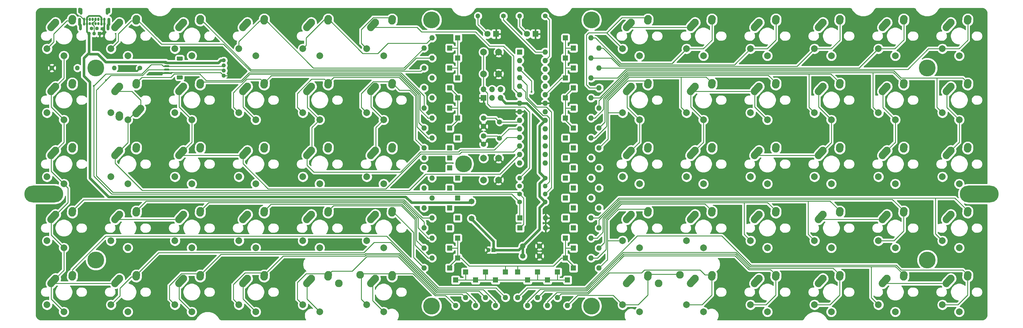
<source format=gbr>
G04 #@! TF.GenerationSoftware,KiCad,Pcbnew,(5.1.12-1-10_14)*
G04 #@! TF.CreationDate,2022-02-26T11:31:23+01:00*
G04 #@! TF.ProjectId,lumberjack,6c756d62-6572-46a6-9163-6b2e6b696361,1.6*
G04 #@! TF.SameCoordinates,Original*
G04 #@! TF.FileFunction,Copper,L2,Bot*
G04 #@! TF.FilePolarity,Positive*
%FSLAX46Y46*%
G04 Gerber Fmt 4.6, Leading zero omitted, Abs format (unit mm)*
G04 Created by KiCad (PCBNEW (5.1.12-1-10_14)) date 2022-02-26 11:31:23*
%MOMM*%
%LPD*%
G01*
G04 APERTURE LIST*
G04 #@! TA.AperFunction,WasherPad*
%ADD10C,5.000000*%
G04 #@! TD*
G04 #@! TA.AperFunction,ComponentPad*
%ADD11C,1.100000*%
G04 #@! TD*
G04 #@! TA.AperFunction,ComponentPad*
%ADD12O,1.100000X1.100000*%
G04 #@! TD*
G04 #@! TA.AperFunction,ComponentPad*
%ADD13R,1.100000X1.100000*%
G04 #@! TD*
G04 #@! TA.AperFunction,ComponentPad*
%ADD14O,0.850000X2.000000*%
G04 #@! TD*
G04 #@! TA.AperFunction,ComponentPad*
%ADD15O,0.900000X1.700000*%
G04 #@! TD*
G04 #@! TA.AperFunction,ComponentPad*
%ADD16O,0.900000X2.400000*%
G04 #@! TD*
G04 #@! TA.AperFunction,ComponentPad*
%ADD17O,0.700000X1.000000*%
G04 #@! TD*
G04 #@! TA.AperFunction,ComponentPad*
%ADD18O,0.700000X0.900000*%
G04 #@! TD*
G04 #@! TA.AperFunction,ComponentPad*
%ADD19C,2.250000*%
G04 #@! TD*
G04 #@! TA.AperFunction,ComponentPad*
%ADD20C,2.000000*%
G04 #@! TD*
G04 #@! TA.AperFunction,ComponentPad*
%ADD21O,1.400000X1.400000*%
G04 #@! TD*
G04 #@! TA.AperFunction,ComponentPad*
%ADD22C,1.400000*%
G04 #@! TD*
G04 #@! TA.AperFunction,ComponentPad*
%ADD23C,1.710000*%
G04 #@! TD*
G04 #@! TA.AperFunction,ComponentPad*
%ADD24R,1.600000X1.600000*%
G04 #@! TD*
G04 #@! TA.AperFunction,ComponentPad*
%ADD25O,1.600000X1.600000*%
G04 #@! TD*
G04 #@! TA.AperFunction,WasherPad*
%ADD26O,11.600000X5.000000*%
G04 #@! TD*
G04 #@! TA.AperFunction,ComponentPad*
%ADD27R,1.200000X1.200000*%
G04 #@! TD*
G04 #@! TA.AperFunction,ComponentPad*
%ADD28C,1.200000*%
G04 #@! TD*
G04 #@! TA.AperFunction,ComponentPad*
%ADD29C,1.600000*%
G04 #@! TD*
G04 #@! TA.AperFunction,ComponentPad*
%ADD30R,1.700000X1.700000*%
G04 #@! TD*
G04 #@! TA.AperFunction,ComponentPad*
%ADD31O,1.700000X1.700000*%
G04 #@! TD*
G04 #@! TA.AperFunction,ComponentPad*
%ADD32R,1.800000X1.800000*%
G04 #@! TD*
G04 #@! TA.AperFunction,ComponentPad*
%ADD33C,1.800000*%
G04 #@! TD*
G04 #@! TA.AperFunction,ComponentPad*
%ADD34C,1.500000*%
G04 #@! TD*
G04 #@! TA.AperFunction,ComponentPad*
%ADD35C,2.286000*%
G04 #@! TD*
G04 #@! TA.AperFunction,ComponentPad*
%ADD36C,1.244600*%
G04 #@! TD*
G04 #@! TA.AperFunction,ViaPad*
%ADD37C,0.600000*%
G04 #@! TD*
G04 #@! TA.AperFunction,Conductor*
%ADD38C,0.800000*%
G04 #@! TD*
G04 #@! TA.AperFunction,Conductor*
%ADD39C,0.500000*%
G04 #@! TD*
G04 #@! TA.AperFunction,Conductor*
%ADD40C,0.250000*%
G04 #@! TD*
G04 #@! TA.AperFunction,Conductor*
%ADD41C,0.254000*%
G04 #@! TD*
G04 #@! TA.AperFunction,Conductor*
%ADD42C,0.100000*%
G04 #@! TD*
G04 APERTURE END LIST*
D10*
X28575024Y-130968860D03*
X276225232Y-130968860D03*
X276225232Y-73818812D03*
X28575024Y-73818812D03*
D11*
X28100000Y-63610000D03*
D12*
X28900000Y-62060000D03*
D11*
X26500000Y-63610000D03*
D13*
X29700000Y-63610000D03*
D14*
X32200000Y-61650000D03*
D12*
X27300000Y-62060000D03*
D14*
X24200000Y-56950000D03*
X32000000Y-56950000D03*
X24000000Y-61650000D03*
D15*
X32428000Y-56710000D03*
X23778000Y-56710000D03*
D16*
X32428000Y-60090000D03*
X23778000Y-60090000D03*
D17*
X28528000Y-59360000D03*
X31078000Y-59360000D03*
X30228000Y-59360000D03*
X29378000Y-59360000D03*
X25128000Y-59360000D03*
X26828000Y-59360000D03*
X27678000Y-59360000D03*
X25978000Y-59360000D03*
X31078000Y-60710000D03*
X30228000Y-60710000D03*
D18*
X29378000Y-60660000D03*
X28528000Y-60660000D03*
X27678000Y-60660000D03*
X26828000Y-60660000D03*
D17*
X25978000Y-60710000D03*
X25128000Y-60710000D03*
G04 #@! TA.AperFunction,ComponentPad*
G36*
G01*
X35676549Y-86721425D02*
X35676549Y-86721425D01*
G75*
G02*
X36722427Y-87920337I-76517J-1122395D01*
G01*
X36682885Y-88500369D01*
G75*
G02*
X35483973Y-89546247I-1122395J76517D01*
G01*
X35483973Y-89546247D01*
G75*
G02*
X34438095Y-88347335I76517J1122395D01*
G01*
X34477637Y-87767303D01*
G75*
G02*
X35676549Y-86721425I1122395J-76517D01*
G01*
G37*
G04 #@! TD.AperFunction*
D19*
X35560032Y-88423820D03*
G04 #@! TA.AperFunction,ComponentPad*
G36*
G01*
X42661344Y-85046470D02*
X42661344Y-85046470D01*
G75*
G02*
X42747382Y-86635132I-751312J-837350D01*
G01*
X41437392Y-88095140D01*
G75*
G02*
X39848730Y-88181178I-837350J751312D01*
G01*
X39848730Y-88181178D01*
G75*
G02*
X39762692Y-86592516I751312J837350D01*
G01*
X41072682Y-85132508D01*
G75*
G02*
X42661344Y-85046470I837350J-751312D01*
G01*
G37*
G04 #@! TD.AperFunction*
X40600032Y-87343820D03*
D20*
X33100032Y-87143820D03*
X38100032Y-89243820D03*
D19*
X35600032Y-79343820D03*
G04 #@! TA.AperFunction,ComponentPad*
G36*
G01*
X33538720Y-81641170D02*
X33538720Y-81641170D01*
G75*
G02*
X33452682Y-80052508I751312J837350D01*
G01*
X34762672Y-78592500D01*
G75*
G02*
X36351334Y-78506462I837350J-751312D01*
G01*
X36351334Y-78506462D01*
G75*
G02*
X36437372Y-80095124I-751312J-837350D01*
G01*
X35127382Y-81555132D01*
G75*
G02*
X33538720Y-81641170I-837350J751312D01*
G01*
G37*
G04 #@! TD.AperFunction*
X40640032Y-78263820D03*
G04 #@! TA.AperFunction,ComponentPad*
G36*
G01*
X40523515Y-79966215D02*
X40523515Y-79966215D01*
G75*
G02*
X39477637Y-78767303I76517J1122395D01*
G01*
X39517179Y-78187271D01*
G75*
G02*
X40716091Y-77141393I1122395J-76517D01*
G01*
X40716091Y-77141393D01*
G75*
G02*
X41761969Y-78340305I-76517J-1122395D01*
G01*
X41722427Y-78920337D01*
G75*
G02*
X40523515Y-79966215I-1122395J76517D01*
G01*
G37*
G04 #@! TD.AperFunction*
D20*
X71200064Y-125243852D03*
X76200064Y-127343852D03*
D19*
X73700064Y-117443852D03*
G04 #@! TA.AperFunction,ComponentPad*
G36*
G01*
X71638752Y-119741202D02*
X71638752Y-119741202D01*
G75*
G02*
X71552714Y-118152540I751312J837350D01*
G01*
X72862704Y-116692532D01*
G75*
G02*
X74451366Y-116606494I837350J-751312D01*
G01*
X74451366Y-116606494D01*
G75*
G02*
X74537404Y-118195156I-751312J-837350D01*
G01*
X73227414Y-119655164D01*
G75*
G02*
X71638752Y-119741202I-837350J751312D01*
G01*
G37*
G04 #@! TD.AperFunction*
X78740064Y-116363852D03*
G04 #@! TA.AperFunction,ComponentPad*
G36*
G01*
X78623547Y-118066247D02*
X78623547Y-118066247D01*
G75*
G02*
X77577669Y-116867335I76517J1122395D01*
G01*
X77617211Y-116287303D01*
G75*
G02*
X78816123Y-115241425I1122395J-76517D01*
G01*
X78816123Y-115241425D01*
G75*
G02*
X79862001Y-116440337I-76517J-1122395D01*
G01*
X79822459Y-117020369D01*
G75*
G02*
X78623547Y-118066247I-1122395J76517D01*
G01*
G37*
G04 #@! TD.AperFunction*
D20*
X280750240Y-87143820D03*
X285750240Y-89243820D03*
D19*
X283250240Y-79343820D03*
G04 #@! TA.AperFunction,ComponentPad*
G36*
G01*
X281188928Y-81641170D02*
X281188928Y-81641170D01*
G75*
G02*
X281102890Y-80052508I751312J837350D01*
G01*
X282412880Y-78592500D01*
G75*
G02*
X284001542Y-78506462I837350J-751312D01*
G01*
X284001542Y-78506462D01*
G75*
G02*
X284087580Y-80095124I-751312J-837350D01*
G01*
X282777590Y-81555132D01*
G75*
G02*
X281188928Y-81641170I-837350J751312D01*
G01*
G37*
G04 #@! TD.AperFunction*
X288290240Y-78263820D03*
G04 #@! TA.AperFunction,ComponentPad*
G36*
G01*
X288173723Y-79966215D02*
X288173723Y-79966215D01*
G75*
G02*
X287127845Y-78767303I76517J1122395D01*
G01*
X287167387Y-78187271D01*
G75*
G02*
X288366299Y-77141393I1122395J-76517D01*
G01*
X288366299Y-77141393D01*
G75*
G02*
X289412177Y-78340305I-76517J-1122395D01*
G01*
X289372635Y-78920337D01*
G75*
G02*
X288173723Y-79966215I-1122395J76517D01*
G01*
G37*
G04 #@! TD.AperFunction*
D20*
X14049968Y-68093750D03*
X19049968Y-70193750D03*
D19*
X16549968Y-60293750D03*
G04 #@! TA.AperFunction,ComponentPad*
G36*
G01*
X14488656Y-62591100D02*
X14488656Y-62591100D01*
G75*
G02*
X14402618Y-61002438I751312J837350D01*
G01*
X15712608Y-59542430D01*
G75*
G02*
X17301270Y-59456392I837350J-751312D01*
G01*
X17301270Y-59456392D01*
G75*
G02*
X17387308Y-61045054I-751312J-837350D01*
G01*
X16077318Y-62505062D01*
G75*
G02*
X14488656Y-62591100I-837350J751312D01*
G01*
G37*
G04 #@! TD.AperFunction*
X21589968Y-59213750D03*
G04 #@! TA.AperFunction,ComponentPad*
G36*
G01*
X21473451Y-60916145D02*
X21473451Y-60916145D01*
G75*
G02*
X20427573Y-59717233I76517J1122395D01*
G01*
X20467115Y-59137201D01*
G75*
G02*
X21666027Y-58091323I1122395J-76517D01*
G01*
X21666027Y-58091323D01*
G75*
G02*
X22711905Y-59290235I-76517J-1122395D01*
G01*
X22672363Y-59870267D01*
G75*
G02*
X21473451Y-60916145I-1122395J76517D01*
G01*
G37*
G04 #@! TD.AperFunction*
D20*
X90250080Y-125243852D03*
X95250080Y-127343852D03*
D19*
X92750080Y-117443852D03*
G04 #@! TA.AperFunction,ComponentPad*
G36*
G01*
X90688768Y-119741202D02*
X90688768Y-119741202D01*
G75*
G02*
X90602730Y-118152540I751312J837350D01*
G01*
X91912720Y-116692532D01*
G75*
G02*
X93501382Y-116606494I837350J-751312D01*
G01*
X93501382Y-116606494D01*
G75*
G02*
X93587420Y-118195156I-751312J-837350D01*
G01*
X92277430Y-119655164D01*
G75*
G02*
X90688768Y-119741202I-837350J751312D01*
G01*
G37*
G04 #@! TD.AperFunction*
X97790080Y-116363852D03*
G04 #@! TA.AperFunction,ComponentPad*
G36*
G01*
X97673563Y-118066247D02*
X97673563Y-118066247D01*
G75*
G02*
X96627685Y-116867335I76517J1122395D01*
G01*
X96667227Y-116287303D01*
G75*
G02*
X97866139Y-115241425I1122395J-76517D01*
G01*
X97866139Y-115241425D01*
G75*
G02*
X98912017Y-116440337I-76517J-1122395D01*
G01*
X98872475Y-117020369D01*
G75*
G02*
X97673563Y-118066247I-1122395J76517D01*
G01*
G37*
G04 #@! TD.AperFunction*
D20*
X185500160Y-144293868D03*
X190500160Y-146393868D03*
D19*
X188000160Y-136493868D03*
G04 #@! TA.AperFunction,ComponentPad*
G36*
G01*
X185938848Y-138791218D02*
X185938848Y-138791218D01*
G75*
G02*
X185852810Y-137202556I751312J837350D01*
G01*
X187162800Y-135742548D01*
G75*
G02*
X188751462Y-135656510I837350J-751312D01*
G01*
X188751462Y-135656510D01*
G75*
G02*
X188837500Y-137245172I-751312J-837350D01*
G01*
X187527510Y-138705180D01*
G75*
G02*
X185938848Y-138791218I-837350J751312D01*
G01*
G37*
G04 #@! TD.AperFunction*
X193040160Y-135413868D03*
G04 #@! TA.AperFunction,ComponentPad*
G36*
G01*
X192923643Y-137116263D02*
X192923643Y-137116263D01*
G75*
G02*
X191877765Y-135917351I76517J1122395D01*
G01*
X191917307Y-135337319D01*
G75*
G02*
X193116219Y-134291441I1122395J-76517D01*
G01*
X193116219Y-134291441D01*
G75*
G02*
X194162097Y-135490353I-76517J-1122395D01*
G01*
X194122555Y-136070385D01*
G75*
G02*
X192923643Y-137116263I-1122395J76517D01*
G01*
G37*
G04 #@! TD.AperFunction*
D20*
X185500160Y-125243852D03*
X190500160Y-127343852D03*
D19*
X188000160Y-117443852D03*
G04 #@! TA.AperFunction,ComponentPad*
G36*
G01*
X185938848Y-119741202D02*
X185938848Y-119741202D01*
G75*
G02*
X185852810Y-118152540I751312J837350D01*
G01*
X187162800Y-116692532D01*
G75*
G02*
X188751462Y-116606494I837350J-751312D01*
G01*
X188751462Y-116606494D01*
G75*
G02*
X188837500Y-118195156I-751312J-837350D01*
G01*
X187527510Y-119655164D01*
G75*
G02*
X185938848Y-119741202I-837350J751312D01*
G01*
G37*
G04 #@! TD.AperFunction*
X193040160Y-116363852D03*
G04 #@! TA.AperFunction,ComponentPad*
G36*
G01*
X192923643Y-118066247D02*
X192923643Y-118066247D01*
G75*
G02*
X191877765Y-116867335I76517J1122395D01*
G01*
X191917307Y-116287303D01*
G75*
G02*
X193116219Y-115241425I1122395J-76517D01*
G01*
X193116219Y-115241425D01*
G75*
G02*
X194162097Y-116440337I-76517J-1122395D01*
G01*
X194122555Y-117020369D01*
G75*
G02*
X192923643Y-118066247I-1122395J76517D01*
G01*
G37*
G04 #@! TD.AperFunction*
D20*
X185500160Y-106193836D03*
X190500160Y-108293836D03*
D19*
X188000160Y-98393836D03*
G04 #@! TA.AperFunction,ComponentPad*
G36*
G01*
X185938848Y-100691186D02*
X185938848Y-100691186D01*
G75*
G02*
X185852810Y-99102524I751312J837350D01*
G01*
X187162800Y-97642516D01*
G75*
G02*
X188751462Y-97556478I837350J-751312D01*
G01*
X188751462Y-97556478D01*
G75*
G02*
X188837500Y-99145140I-751312J-837350D01*
G01*
X187527510Y-100605148D01*
G75*
G02*
X185938848Y-100691186I-837350J751312D01*
G01*
G37*
G04 #@! TD.AperFunction*
X193040160Y-97313836D03*
G04 #@! TA.AperFunction,ComponentPad*
G36*
G01*
X192923643Y-99016231D02*
X192923643Y-99016231D01*
G75*
G02*
X191877765Y-97817319I76517J1122395D01*
G01*
X191917307Y-97237287D01*
G75*
G02*
X193116219Y-96191409I1122395J-76517D01*
G01*
X193116219Y-96191409D01*
G75*
G02*
X194162097Y-97390321I-76517J-1122395D01*
G01*
X194122555Y-97970353D01*
G75*
G02*
X192923643Y-99016231I-1122395J76517D01*
G01*
G37*
G04 #@! TD.AperFunction*
D20*
X185500160Y-87143820D03*
X190500160Y-89243820D03*
D19*
X188000160Y-79343820D03*
G04 #@! TA.AperFunction,ComponentPad*
G36*
G01*
X185938848Y-81641170D02*
X185938848Y-81641170D01*
G75*
G02*
X185852810Y-80052508I751312J837350D01*
G01*
X187162800Y-78592500D01*
G75*
G02*
X188751462Y-78506462I837350J-751312D01*
G01*
X188751462Y-78506462D01*
G75*
G02*
X188837500Y-80095124I-751312J-837350D01*
G01*
X187527510Y-81555132D01*
G75*
G02*
X185938848Y-81641170I-837350J751312D01*
G01*
G37*
G04 #@! TD.AperFunction*
X193040160Y-78263820D03*
G04 #@! TA.AperFunction,ComponentPad*
G36*
G01*
X192923643Y-79966215D02*
X192923643Y-79966215D01*
G75*
G02*
X191877765Y-78767303I76517J1122395D01*
G01*
X191917307Y-78187271D01*
G75*
G02*
X193116219Y-77141393I1122395J-76517D01*
G01*
X193116219Y-77141393D01*
G75*
G02*
X194162097Y-78340305I-76517J-1122395D01*
G01*
X194122555Y-78920337D01*
G75*
G02*
X192923643Y-79966215I-1122395J76517D01*
G01*
G37*
G04 #@! TD.AperFunction*
D20*
X185500160Y-68093804D03*
X190500160Y-70193804D03*
D19*
X188000160Y-60293804D03*
G04 #@! TA.AperFunction,ComponentPad*
G36*
G01*
X185938848Y-62591154D02*
X185938848Y-62591154D01*
G75*
G02*
X185852810Y-61002492I751312J837350D01*
G01*
X187162800Y-59542484D01*
G75*
G02*
X188751462Y-59456446I837350J-751312D01*
G01*
X188751462Y-59456446D01*
G75*
G02*
X188837500Y-61045108I-751312J-837350D01*
G01*
X187527510Y-62505116D01*
G75*
G02*
X185938848Y-62591154I-837350J751312D01*
G01*
G37*
G04 #@! TD.AperFunction*
X193040160Y-59213804D03*
G04 #@! TA.AperFunction,ComponentPad*
G36*
G01*
X192923643Y-60916199D02*
X192923643Y-60916199D01*
G75*
G02*
X191877765Y-59717287I76517J1122395D01*
G01*
X191917307Y-59137255D01*
G75*
G02*
X193116219Y-58091377I1122395J-76517D01*
G01*
X193116219Y-58091377D01*
G75*
G02*
X194162097Y-59290289I-76517J-1122395D01*
G01*
X194122555Y-59870321D01*
G75*
G02*
X192923643Y-60916199I-1122395J76517D01*
G01*
G37*
G04 #@! TD.AperFunction*
D20*
X204550176Y-68093804D03*
X209550176Y-70193804D03*
D19*
X207050176Y-60293804D03*
G04 #@! TA.AperFunction,ComponentPad*
G36*
G01*
X204988864Y-62591154D02*
X204988864Y-62591154D01*
G75*
G02*
X204902826Y-61002492I751312J837350D01*
G01*
X206212816Y-59542484D01*
G75*
G02*
X207801478Y-59456446I837350J-751312D01*
G01*
X207801478Y-59456446D01*
G75*
G02*
X207887516Y-61045108I-751312J-837350D01*
G01*
X206577526Y-62505116D01*
G75*
G02*
X204988864Y-62591154I-837350J751312D01*
G01*
G37*
G04 #@! TD.AperFunction*
X212090176Y-59213804D03*
G04 #@! TA.AperFunction,ComponentPad*
G36*
G01*
X211973659Y-60916199D02*
X211973659Y-60916199D01*
G75*
G02*
X210927781Y-59717287I76517J1122395D01*
G01*
X210967323Y-59137255D01*
G75*
G02*
X212166235Y-58091377I1122395J-76517D01*
G01*
X212166235Y-58091377D01*
G75*
G02*
X213212113Y-59290289I-76517J-1122395D01*
G01*
X213172571Y-59870321D01*
G75*
G02*
X211973659Y-60916199I-1122395J76517D01*
G01*
G37*
G04 #@! TD.AperFunction*
D20*
X204550176Y-144293868D03*
X209550176Y-146393868D03*
D19*
X207050176Y-136493868D03*
G04 #@! TA.AperFunction,ComponentPad*
G36*
G01*
X204988864Y-138791218D02*
X204988864Y-138791218D01*
G75*
G02*
X204902826Y-137202556I751312J837350D01*
G01*
X206212816Y-135742548D01*
G75*
G02*
X207801478Y-135656510I837350J-751312D01*
G01*
X207801478Y-135656510D01*
G75*
G02*
X207887516Y-137245172I-751312J-837350D01*
G01*
X206577526Y-138705180D01*
G75*
G02*
X204988864Y-138791218I-837350J751312D01*
G01*
G37*
G04 #@! TD.AperFunction*
X212090176Y-135413868D03*
G04 #@! TA.AperFunction,ComponentPad*
G36*
G01*
X211973659Y-137116263D02*
X211973659Y-137116263D01*
G75*
G02*
X210927781Y-135917351I76517J1122395D01*
G01*
X210967323Y-135337319D01*
G75*
G02*
X212166235Y-134291441I1122395J-76517D01*
G01*
X212166235Y-134291441D01*
G75*
G02*
X213212113Y-135490353I-76517J-1122395D01*
G01*
X213172571Y-136070385D01*
G75*
G02*
X211973659Y-137116263I-1122395J76517D01*
G01*
G37*
G04 #@! TD.AperFunction*
D20*
X204550176Y-125243852D03*
X209550176Y-127343852D03*
D19*
X207050176Y-117443852D03*
G04 #@! TA.AperFunction,ComponentPad*
G36*
G01*
X204988864Y-119741202D02*
X204988864Y-119741202D01*
G75*
G02*
X204902826Y-118152540I751312J837350D01*
G01*
X206212816Y-116692532D01*
G75*
G02*
X207801478Y-116606494I837350J-751312D01*
G01*
X207801478Y-116606494D01*
G75*
G02*
X207887516Y-118195156I-751312J-837350D01*
G01*
X206577526Y-119655164D01*
G75*
G02*
X204988864Y-119741202I-837350J751312D01*
G01*
G37*
G04 #@! TD.AperFunction*
X212090176Y-116363852D03*
G04 #@! TA.AperFunction,ComponentPad*
G36*
G01*
X211973659Y-118066247D02*
X211973659Y-118066247D01*
G75*
G02*
X210927781Y-116867335I76517J1122395D01*
G01*
X210967323Y-116287303D01*
G75*
G02*
X212166235Y-115241425I1122395J-76517D01*
G01*
X212166235Y-115241425D01*
G75*
G02*
X213212113Y-116440337I-76517J-1122395D01*
G01*
X213172571Y-117020369D01*
G75*
G02*
X211973659Y-118066247I-1122395J76517D01*
G01*
G37*
G04 #@! TD.AperFunction*
D20*
X204550176Y-106193836D03*
X209550176Y-108293836D03*
D19*
X207050176Y-98393836D03*
G04 #@! TA.AperFunction,ComponentPad*
G36*
G01*
X204988864Y-100691186D02*
X204988864Y-100691186D01*
G75*
G02*
X204902826Y-99102524I751312J837350D01*
G01*
X206212816Y-97642516D01*
G75*
G02*
X207801478Y-97556478I837350J-751312D01*
G01*
X207801478Y-97556478D01*
G75*
G02*
X207887516Y-99145140I-751312J-837350D01*
G01*
X206577526Y-100605148D01*
G75*
G02*
X204988864Y-100691186I-837350J751312D01*
G01*
G37*
G04 #@! TD.AperFunction*
X212090176Y-97313836D03*
G04 #@! TA.AperFunction,ComponentPad*
G36*
G01*
X211973659Y-99016231D02*
X211973659Y-99016231D01*
G75*
G02*
X210927781Y-97817319I76517J1122395D01*
G01*
X210967323Y-97237287D01*
G75*
G02*
X212166235Y-96191409I1122395J-76517D01*
G01*
X212166235Y-96191409D01*
G75*
G02*
X213212113Y-97390321I-76517J-1122395D01*
G01*
X213172571Y-97970353D01*
G75*
G02*
X211973659Y-99016231I-1122395J76517D01*
G01*
G37*
G04 #@! TD.AperFunction*
D20*
X204550176Y-87143820D03*
X209550176Y-89243820D03*
D19*
X207050176Y-79343820D03*
G04 #@! TA.AperFunction,ComponentPad*
G36*
G01*
X204988864Y-81641170D02*
X204988864Y-81641170D01*
G75*
G02*
X204902826Y-80052508I751312J837350D01*
G01*
X206212816Y-78592500D01*
G75*
G02*
X207801478Y-78506462I837350J-751312D01*
G01*
X207801478Y-78506462D01*
G75*
G02*
X207887516Y-80095124I-751312J-837350D01*
G01*
X206577526Y-81555132D01*
G75*
G02*
X204988864Y-81641170I-837350J751312D01*
G01*
G37*
G04 #@! TD.AperFunction*
X212090176Y-78263820D03*
G04 #@! TA.AperFunction,ComponentPad*
G36*
G01*
X211973659Y-79966215D02*
X211973659Y-79966215D01*
G75*
G02*
X210927781Y-78767303I76517J1122395D01*
G01*
X210967323Y-78187271D01*
G75*
G02*
X212166235Y-77141393I1122395J-76517D01*
G01*
X212166235Y-77141393D01*
G75*
G02*
X213212113Y-78340305I-76517J-1122395D01*
G01*
X213172571Y-78920337D01*
G75*
G02*
X211973659Y-79966215I-1122395J76517D01*
G01*
G37*
G04 #@! TD.AperFunction*
D20*
X223600192Y-87143820D03*
X228600192Y-89243820D03*
D19*
X226100192Y-79343820D03*
G04 #@! TA.AperFunction,ComponentPad*
G36*
G01*
X224038880Y-81641170D02*
X224038880Y-81641170D01*
G75*
G02*
X223952842Y-80052508I751312J837350D01*
G01*
X225262832Y-78592500D01*
G75*
G02*
X226851494Y-78506462I837350J-751312D01*
G01*
X226851494Y-78506462D01*
G75*
G02*
X226937532Y-80095124I-751312J-837350D01*
G01*
X225627542Y-81555132D01*
G75*
G02*
X224038880Y-81641170I-837350J751312D01*
G01*
G37*
G04 #@! TD.AperFunction*
X231140192Y-78263820D03*
G04 #@! TA.AperFunction,ComponentPad*
G36*
G01*
X231023675Y-79966215D02*
X231023675Y-79966215D01*
G75*
G02*
X229977797Y-78767303I76517J1122395D01*
G01*
X230017339Y-78187271D01*
G75*
G02*
X231216251Y-77141393I1122395J-76517D01*
G01*
X231216251Y-77141393D01*
G75*
G02*
X232262129Y-78340305I-76517J-1122395D01*
G01*
X232222587Y-78920337D01*
G75*
G02*
X231023675Y-79966215I-1122395J76517D01*
G01*
G37*
G04 #@! TD.AperFunction*
D20*
X223600192Y-68093804D03*
X228600192Y-70193804D03*
D19*
X226100192Y-60293804D03*
G04 #@! TA.AperFunction,ComponentPad*
G36*
G01*
X224038880Y-62591154D02*
X224038880Y-62591154D01*
G75*
G02*
X223952842Y-61002492I751312J837350D01*
G01*
X225262832Y-59542484D01*
G75*
G02*
X226851494Y-59456446I837350J-751312D01*
G01*
X226851494Y-59456446D01*
G75*
G02*
X226937532Y-61045108I-751312J-837350D01*
G01*
X225627542Y-62505116D01*
G75*
G02*
X224038880Y-62591154I-837350J751312D01*
G01*
G37*
G04 #@! TD.AperFunction*
X231140192Y-59213804D03*
G04 #@! TA.AperFunction,ComponentPad*
G36*
G01*
X231023675Y-60916199D02*
X231023675Y-60916199D01*
G75*
G02*
X229977797Y-59717287I76517J1122395D01*
G01*
X230017339Y-59137255D01*
G75*
G02*
X231216251Y-58091377I1122395J-76517D01*
G01*
X231216251Y-58091377D01*
G75*
G02*
X232262129Y-59290289I-76517J-1122395D01*
G01*
X232222587Y-59870321D01*
G75*
G02*
X231023675Y-60916199I-1122395J76517D01*
G01*
G37*
G04 #@! TD.AperFunction*
D20*
X223600192Y-144293868D03*
X228600192Y-146393868D03*
D19*
X226100192Y-136493868D03*
G04 #@! TA.AperFunction,ComponentPad*
G36*
G01*
X224038880Y-138791218D02*
X224038880Y-138791218D01*
G75*
G02*
X223952842Y-137202556I751312J837350D01*
G01*
X225262832Y-135742548D01*
G75*
G02*
X226851494Y-135656510I837350J-751312D01*
G01*
X226851494Y-135656510D01*
G75*
G02*
X226937532Y-137245172I-751312J-837350D01*
G01*
X225627542Y-138705180D01*
G75*
G02*
X224038880Y-138791218I-837350J751312D01*
G01*
G37*
G04 #@! TD.AperFunction*
X231140192Y-135413868D03*
G04 #@! TA.AperFunction,ComponentPad*
G36*
G01*
X231023675Y-137116263D02*
X231023675Y-137116263D01*
G75*
G02*
X229977797Y-135917351I76517J1122395D01*
G01*
X230017339Y-135337319D01*
G75*
G02*
X231216251Y-134291441I1122395J-76517D01*
G01*
X231216251Y-134291441D01*
G75*
G02*
X232262129Y-135490353I-76517J-1122395D01*
G01*
X232222587Y-136070385D01*
G75*
G02*
X231023675Y-137116263I-1122395J76517D01*
G01*
G37*
G04 #@! TD.AperFunction*
D20*
X223600192Y-125243852D03*
X228600192Y-127343852D03*
D19*
X226100192Y-117443852D03*
G04 #@! TA.AperFunction,ComponentPad*
G36*
G01*
X224038880Y-119741202D02*
X224038880Y-119741202D01*
G75*
G02*
X223952842Y-118152540I751312J837350D01*
G01*
X225262832Y-116692532D01*
G75*
G02*
X226851494Y-116606494I837350J-751312D01*
G01*
X226851494Y-116606494D01*
G75*
G02*
X226937532Y-118195156I-751312J-837350D01*
G01*
X225627542Y-119655164D01*
G75*
G02*
X224038880Y-119741202I-837350J751312D01*
G01*
G37*
G04 #@! TD.AperFunction*
X231140192Y-116363852D03*
G04 #@! TA.AperFunction,ComponentPad*
G36*
G01*
X231023675Y-118066247D02*
X231023675Y-118066247D01*
G75*
G02*
X229977797Y-116867335I76517J1122395D01*
G01*
X230017339Y-116287303D01*
G75*
G02*
X231216251Y-115241425I1122395J-76517D01*
G01*
X231216251Y-115241425D01*
G75*
G02*
X232262129Y-116440337I-76517J-1122395D01*
G01*
X232222587Y-117020369D01*
G75*
G02*
X231023675Y-118066247I-1122395J76517D01*
G01*
G37*
G04 #@! TD.AperFunction*
D20*
X223600192Y-106193836D03*
X228600192Y-108293836D03*
D19*
X226100192Y-98393836D03*
G04 #@! TA.AperFunction,ComponentPad*
G36*
G01*
X224038880Y-100691186D02*
X224038880Y-100691186D01*
G75*
G02*
X223952842Y-99102524I751312J837350D01*
G01*
X225262832Y-97642516D01*
G75*
G02*
X226851494Y-97556478I837350J-751312D01*
G01*
X226851494Y-97556478D01*
G75*
G02*
X226937532Y-99145140I-751312J-837350D01*
G01*
X225627542Y-100605148D01*
G75*
G02*
X224038880Y-100691186I-837350J751312D01*
G01*
G37*
G04 #@! TD.AperFunction*
X231140192Y-97313836D03*
G04 #@! TA.AperFunction,ComponentPad*
G36*
G01*
X231023675Y-99016231D02*
X231023675Y-99016231D01*
G75*
G02*
X229977797Y-97817319I76517J1122395D01*
G01*
X230017339Y-97237287D01*
G75*
G02*
X231216251Y-96191409I1122395J-76517D01*
G01*
X231216251Y-96191409D01*
G75*
G02*
X232262129Y-97390321I-76517J-1122395D01*
G01*
X232222587Y-97970353D01*
G75*
G02*
X231023675Y-99016231I-1122395J76517D01*
G01*
G37*
G04 #@! TD.AperFunction*
D20*
X242650208Y-106193836D03*
X247650208Y-108293836D03*
D19*
X245150208Y-98393836D03*
G04 #@! TA.AperFunction,ComponentPad*
G36*
G01*
X243088896Y-100691186D02*
X243088896Y-100691186D01*
G75*
G02*
X243002858Y-99102524I751312J837350D01*
G01*
X244312848Y-97642516D01*
G75*
G02*
X245901510Y-97556478I837350J-751312D01*
G01*
X245901510Y-97556478D01*
G75*
G02*
X245987548Y-99145140I-751312J-837350D01*
G01*
X244677558Y-100605148D01*
G75*
G02*
X243088896Y-100691186I-837350J751312D01*
G01*
G37*
G04 #@! TD.AperFunction*
X250190208Y-97313836D03*
G04 #@! TA.AperFunction,ComponentPad*
G36*
G01*
X250073691Y-99016231D02*
X250073691Y-99016231D01*
G75*
G02*
X249027813Y-97817319I76517J1122395D01*
G01*
X249067355Y-97237287D01*
G75*
G02*
X250266267Y-96191409I1122395J-76517D01*
G01*
X250266267Y-96191409D01*
G75*
G02*
X251312145Y-97390321I-76517J-1122395D01*
G01*
X251272603Y-97970353D01*
G75*
G02*
X250073691Y-99016231I-1122395J76517D01*
G01*
G37*
G04 #@! TD.AperFunction*
D20*
X242650208Y-87143820D03*
X247650208Y-89243820D03*
D19*
X245150208Y-79343820D03*
G04 #@! TA.AperFunction,ComponentPad*
G36*
G01*
X243088896Y-81641170D02*
X243088896Y-81641170D01*
G75*
G02*
X243002858Y-80052508I751312J837350D01*
G01*
X244312848Y-78592500D01*
G75*
G02*
X245901510Y-78506462I837350J-751312D01*
G01*
X245901510Y-78506462D01*
G75*
G02*
X245987548Y-80095124I-751312J-837350D01*
G01*
X244677558Y-81555132D01*
G75*
G02*
X243088896Y-81641170I-837350J751312D01*
G01*
G37*
G04 #@! TD.AperFunction*
X250190208Y-78263820D03*
G04 #@! TA.AperFunction,ComponentPad*
G36*
G01*
X250073691Y-79966215D02*
X250073691Y-79966215D01*
G75*
G02*
X249027813Y-78767303I76517J1122395D01*
G01*
X249067355Y-78187271D01*
G75*
G02*
X250266267Y-77141393I1122395J-76517D01*
G01*
X250266267Y-77141393D01*
G75*
G02*
X251312145Y-78340305I-76517J-1122395D01*
G01*
X251272603Y-78920337D01*
G75*
G02*
X250073691Y-79966215I-1122395J76517D01*
G01*
G37*
G04 #@! TD.AperFunction*
D20*
X242650208Y-68093804D03*
X247650208Y-70193804D03*
D19*
X245150208Y-60293804D03*
G04 #@! TA.AperFunction,ComponentPad*
G36*
G01*
X243088896Y-62591154D02*
X243088896Y-62591154D01*
G75*
G02*
X243002858Y-61002492I751312J837350D01*
G01*
X244312848Y-59542484D01*
G75*
G02*
X245901510Y-59456446I837350J-751312D01*
G01*
X245901510Y-59456446D01*
G75*
G02*
X245987548Y-61045108I-751312J-837350D01*
G01*
X244677558Y-62505116D01*
G75*
G02*
X243088896Y-62591154I-837350J751312D01*
G01*
G37*
G04 #@! TD.AperFunction*
X250190208Y-59213804D03*
G04 #@! TA.AperFunction,ComponentPad*
G36*
G01*
X250073691Y-60916199D02*
X250073691Y-60916199D01*
G75*
G02*
X249027813Y-59717287I76517J1122395D01*
G01*
X249067355Y-59137255D01*
G75*
G02*
X250266267Y-58091377I1122395J-76517D01*
G01*
X250266267Y-58091377D01*
G75*
G02*
X251312145Y-59290289I-76517J-1122395D01*
G01*
X251272603Y-59870321D01*
G75*
G02*
X250073691Y-60916199I-1122395J76517D01*
G01*
G37*
G04 #@! TD.AperFunction*
D20*
X242650208Y-144293868D03*
X247650208Y-146393868D03*
D19*
X245150208Y-136493868D03*
G04 #@! TA.AperFunction,ComponentPad*
G36*
G01*
X243088896Y-138791218D02*
X243088896Y-138791218D01*
G75*
G02*
X243002858Y-137202556I751312J837350D01*
G01*
X244312848Y-135742548D01*
G75*
G02*
X245901510Y-135656510I837350J-751312D01*
G01*
X245901510Y-135656510D01*
G75*
G02*
X245987548Y-137245172I-751312J-837350D01*
G01*
X244677558Y-138705180D01*
G75*
G02*
X243088896Y-138791218I-837350J751312D01*
G01*
G37*
G04 #@! TD.AperFunction*
X250190208Y-135413868D03*
G04 #@! TA.AperFunction,ComponentPad*
G36*
G01*
X250073691Y-137116263D02*
X250073691Y-137116263D01*
G75*
G02*
X249027813Y-135917351I76517J1122395D01*
G01*
X249067355Y-135337319D01*
G75*
G02*
X250266267Y-134291441I1122395J-76517D01*
G01*
X250266267Y-134291441D01*
G75*
G02*
X251312145Y-135490353I-76517J-1122395D01*
G01*
X251272603Y-136070385D01*
G75*
G02*
X250073691Y-137116263I-1122395J76517D01*
G01*
G37*
G04 #@! TD.AperFunction*
D20*
X242650208Y-125243852D03*
X247650208Y-127343852D03*
D19*
X245150208Y-117443852D03*
G04 #@! TA.AperFunction,ComponentPad*
G36*
G01*
X243088896Y-119741202D02*
X243088896Y-119741202D01*
G75*
G02*
X243002858Y-118152540I751312J837350D01*
G01*
X244312848Y-116692532D01*
G75*
G02*
X245901510Y-116606494I837350J-751312D01*
G01*
X245901510Y-116606494D01*
G75*
G02*
X245987548Y-118195156I-751312J-837350D01*
G01*
X244677558Y-119655164D01*
G75*
G02*
X243088896Y-119741202I-837350J751312D01*
G01*
G37*
G04 #@! TD.AperFunction*
X250190208Y-116363852D03*
G04 #@! TA.AperFunction,ComponentPad*
G36*
G01*
X250073691Y-118066247D02*
X250073691Y-118066247D01*
G75*
G02*
X249027813Y-116867335I76517J1122395D01*
G01*
X249067355Y-116287303D01*
G75*
G02*
X250266267Y-115241425I1122395J-76517D01*
G01*
X250266267Y-115241425D01*
G75*
G02*
X251312145Y-116440337I-76517J-1122395D01*
G01*
X251272603Y-117020369D01*
G75*
G02*
X250073691Y-118066247I-1122395J76517D01*
G01*
G37*
G04 #@! TD.AperFunction*
D20*
X261700224Y-125243852D03*
X266700224Y-127343852D03*
D19*
X264200224Y-117443852D03*
G04 #@! TA.AperFunction,ComponentPad*
G36*
G01*
X262138912Y-119741202D02*
X262138912Y-119741202D01*
G75*
G02*
X262052874Y-118152540I751312J837350D01*
G01*
X263362864Y-116692532D01*
G75*
G02*
X264951526Y-116606494I837350J-751312D01*
G01*
X264951526Y-116606494D01*
G75*
G02*
X265037564Y-118195156I-751312J-837350D01*
G01*
X263727574Y-119655164D01*
G75*
G02*
X262138912Y-119741202I-837350J751312D01*
G01*
G37*
G04 #@! TD.AperFunction*
X269240224Y-116363852D03*
G04 #@! TA.AperFunction,ComponentPad*
G36*
G01*
X269123707Y-118066247D02*
X269123707Y-118066247D01*
G75*
G02*
X268077829Y-116867335I76517J1122395D01*
G01*
X268117371Y-116287303D01*
G75*
G02*
X269316283Y-115241425I1122395J-76517D01*
G01*
X269316283Y-115241425D01*
G75*
G02*
X270362161Y-116440337I-76517J-1122395D01*
G01*
X270322619Y-117020369D01*
G75*
G02*
X269123707Y-118066247I-1122395J76517D01*
G01*
G37*
G04 #@! TD.AperFunction*
D20*
X261700224Y-106193836D03*
X266700224Y-108293836D03*
D19*
X264200224Y-98393836D03*
G04 #@! TA.AperFunction,ComponentPad*
G36*
G01*
X262138912Y-100691186D02*
X262138912Y-100691186D01*
G75*
G02*
X262052874Y-99102524I751312J837350D01*
G01*
X263362864Y-97642516D01*
G75*
G02*
X264951526Y-97556478I837350J-751312D01*
G01*
X264951526Y-97556478D01*
G75*
G02*
X265037564Y-99145140I-751312J-837350D01*
G01*
X263727574Y-100605148D01*
G75*
G02*
X262138912Y-100691186I-837350J751312D01*
G01*
G37*
G04 #@! TD.AperFunction*
X269240224Y-97313836D03*
G04 #@! TA.AperFunction,ComponentPad*
G36*
G01*
X269123707Y-99016231D02*
X269123707Y-99016231D01*
G75*
G02*
X268077829Y-97817319I76517J1122395D01*
G01*
X268117371Y-97237287D01*
G75*
G02*
X269316283Y-96191409I1122395J-76517D01*
G01*
X269316283Y-96191409D01*
G75*
G02*
X270362161Y-97390321I-76517J-1122395D01*
G01*
X270322619Y-97970353D01*
G75*
G02*
X269123707Y-99016231I-1122395J76517D01*
G01*
G37*
G04 #@! TD.AperFunction*
D20*
X261700224Y-87143820D03*
X266700224Y-89243820D03*
D19*
X264200224Y-79343820D03*
G04 #@! TA.AperFunction,ComponentPad*
G36*
G01*
X262138912Y-81641170D02*
X262138912Y-81641170D01*
G75*
G02*
X262052874Y-80052508I751312J837350D01*
G01*
X263362864Y-78592500D01*
G75*
G02*
X264951526Y-78506462I837350J-751312D01*
G01*
X264951526Y-78506462D01*
G75*
G02*
X265037564Y-80095124I-751312J-837350D01*
G01*
X263727574Y-81555132D01*
G75*
G02*
X262138912Y-81641170I-837350J751312D01*
G01*
G37*
G04 #@! TD.AperFunction*
X269240224Y-78263820D03*
G04 #@! TA.AperFunction,ComponentPad*
G36*
G01*
X269123707Y-79966215D02*
X269123707Y-79966215D01*
G75*
G02*
X268077829Y-78767303I76517J1122395D01*
G01*
X268117371Y-78187271D01*
G75*
G02*
X269316283Y-77141393I1122395J-76517D01*
G01*
X269316283Y-77141393D01*
G75*
G02*
X270362161Y-78340305I-76517J-1122395D01*
G01*
X270322619Y-78920337D01*
G75*
G02*
X269123707Y-79966215I-1122395J76517D01*
G01*
G37*
G04 #@! TD.AperFunction*
D20*
X261700224Y-68093804D03*
X266700224Y-70193804D03*
D19*
X264200224Y-60293804D03*
G04 #@! TA.AperFunction,ComponentPad*
G36*
G01*
X262138912Y-62591154D02*
X262138912Y-62591154D01*
G75*
G02*
X262052874Y-61002492I751312J837350D01*
G01*
X263362864Y-59542484D01*
G75*
G02*
X264951526Y-59456446I837350J-751312D01*
G01*
X264951526Y-59456446D01*
G75*
G02*
X265037564Y-61045108I-751312J-837350D01*
G01*
X263727574Y-62505116D01*
G75*
G02*
X262138912Y-62591154I-837350J751312D01*
G01*
G37*
G04 #@! TD.AperFunction*
X269240224Y-59213804D03*
G04 #@! TA.AperFunction,ComponentPad*
G36*
G01*
X269123707Y-60916199D02*
X269123707Y-60916199D01*
G75*
G02*
X268077829Y-59717287I76517J1122395D01*
G01*
X268117371Y-59137255D01*
G75*
G02*
X269316283Y-58091377I1122395J-76517D01*
G01*
X269316283Y-58091377D01*
G75*
G02*
X270362161Y-59290289I-76517J-1122395D01*
G01*
X270322619Y-59870321D01*
G75*
G02*
X269123707Y-60916199I-1122395J76517D01*
G01*
G37*
G04 #@! TD.AperFunction*
D20*
X261700224Y-144293868D03*
X266700224Y-146393868D03*
D19*
X264200224Y-136493868D03*
G04 #@! TA.AperFunction,ComponentPad*
G36*
G01*
X262138912Y-138791218D02*
X262138912Y-138791218D01*
G75*
G02*
X262052874Y-137202556I751312J837350D01*
G01*
X263362864Y-135742548D01*
G75*
G02*
X264951526Y-135656510I837350J-751312D01*
G01*
X264951526Y-135656510D01*
G75*
G02*
X265037564Y-137245172I-751312J-837350D01*
G01*
X263727574Y-138705180D01*
G75*
G02*
X262138912Y-138791218I-837350J751312D01*
G01*
G37*
G04 #@! TD.AperFunction*
X269240224Y-135413868D03*
G04 #@! TA.AperFunction,ComponentPad*
G36*
G01*
X269123707Y-137116263D02*
X269123707Y-137116263D01*
G75*
G02*
X268077829Y-135917351I76517J1122395D01*
G01*
X268117371Y-135337319D01*
G75*
G02*
X269316283Y-134291441I1122395J-76517D01*
G01*
X269316283Y-134291441D01*
G75*
G02*
X270362161Y-135490353I-76517J-1122395D01*
G01*
X270322619Y-136070385D01*
G75*
G02*
X269123707Y-137116263I-1122395J76517D01*
G01*
G37*
G04 #@! TD.AperFunction*
D20*
X280750240Y-144293868D03*
X285750240Y-146393868D03*
D19*
X283250240Y-136493868D03*
G04 #@! TA.AperFunction,ComponentPad*
G36*
G01*
X281188928Y-138791218D02*
X281188928Y-138791218D01*
G75*
G02*
X281102890Y-137202556I751312J837350D01*
G01*
X282412880Y-135742548D01*
G75*
G02*
X284001542Y-135656510I837350J-751312D01*
G01*
X284001542Y-135656510D01*
G75*
G02*
X284087580Y-137245172I-751312J-837350D01*
G01*
X282777590Y-138705180D01*
G75*
G02*
X281188928Y-138791218I-837350J751312D01*
G01*
G37*
G04 #@! TD.AperFunction*
X288290240Y-135413868D03*
G04 #@! TA.AperFunction,ComponentPad*
G36*
G01*
X288173723Y-137116263D02*
X288173723Y-137116263D01*
G75*
G02*
X287127845Y-135917351I76517J1122395D01*
G01*
X287167387Y-135337319D01*
G75*
G02*
X288366299Y-134291441I1122395J-76517D01*
G01*
X288366299Y-134291441D01*
G75*
G02*
X289412177Y-135490353I-76517J-1122395D01*
G01*
X289372635Y-136070385D01*
G75*
G02*
X288173723Y-137116263I-1122395J76517D01*
G01*
G37*
G04 #@! TD.AperFunction*
D20*
X280750240Y-125243852D03*
X285750240Y-127343852D03*
D19*
X283250240Y-117443852D03*
G04 #@! TA.AperFunction,ComponentPad*
G36*
G01*
X281188928Y-119741202D02*
X281188928Y-119741202D01*
G75*
G02*
X281102890Y-118152540I751312J837350D01*
G01*
X282412880Y-116692532D01*
G75*
G02*
X284001542Y-116606494I837350J-751312D01*
G01*
X284001542Y-116606494D01*
G75*
G02*
X284087580Y-118195156I-751312J-837350D01*
G01*
X282777590Y-119655164D01*
G75*
G02*
X281188928Y-119741202I-837350J751312D01*
G01*
G37*
G04 #@! TD.AperFunction*
X288290240Y-116363852D03*
G04 #@! TA.AperFunction,ComponentPad*
G36*
G01*
X288173723Y-118066247D02*
X288173723Y-118066247D01*
G75*
G02*
X287127845Y-116867335I76517J1122395D01*
G01*
X287167387Y-116287303D01*
G75*
G02*
X288366299Y-115241425I1122395J-76517D01*
G01*
X288366299Y-115241425D01*
G75*
G02*
X289412177Y-116440337I-76517J-1122395D01*
G01*
X289372635Y-117020369D01*
G75*
G02*
X288173723Y-118066247I-1122395J76517D01*
G01*
G37*
G04 #@! TD.AperFunction*
D20*
X280750240Y-106193836D03*
X285750240Y-108293836D03*
D19*
X283250240Y-98393836D03*
G04 #@! TA.AperFunction,ComponentPad*
G36*
G01*
X281188928Y-100691186D02*
X281188928Y-100691186D01*
G75*
G02*
X281102890Y-99102524I751312J837350D01*
G01*
X282412880Y-97642516D01*
G75*
G02*
X284001542Y-97556478I837350J-751312D01*
G01*
X284001542Y-97556478D01*
G75*
G02*
X284087580Y-99145140I-751312J-837350D01*
G01*
X282777590Y-100605148D01*
G75*
G02*
X281188928Y-100691186I-837350J751312D01*
G01*
G37*
G04 #@! TD.AperFunction*
X288290240Y-97313836D03*
G04 #@! TA.AperFunction,ComponentPad*
G36*
G01*
X288173723Y-99016231D02*
X288173723Y-99016231D01*
G75*
G02*
X287127845Y-97817319I76517J1122395D01*
G01*
X287167387Y-97237287D01*
G75*
G02*
X288366299Y-96191409I1122395J-76517D01*
G01*
X288366299Y-96191409D01*
G75*
G02*
X289412177Y-97390321I-76517J-1122395D01*
G01*
X289372635Y-97970353D01*
G75*
G02*
X288173723Y-99016231I-1122395J76517D01*
G01*
G37*
G04 #@! TD.AperFunction*
D20*
X280750240Y-68093804D03*
X285750240Y-70193804D03*
D19*
X283250240Y-60293804D03*
G04 #@! TA.AperFunction,ComponentPad*
G36*
G01*
X281188928Y-62591154D02*
X281188928Y-62591154D01*
G75*
G02*
X281102890Y-61002492I751312J837350D01*
G01*
X282412880Y-59542484D01*
G75*
G02*
X284001542Y-59456446I837350J-751312D01*
G01*
X284001542Y-59456446D01*
G75*
G02*
X284087580Y-61045108I-751312J-837350D01*
G01*
X282777590Y-62505116D01*
G75*
G02*
X281188928Y-62591154I-837350J751312D01*
G01*
G37*
G04 #@! TD.AperFunction*
X288290240Y-59213804D03*
G04 #@! TA.AperFunction,ComponentPad*
G36*
G01*
X288173723Y-60916199D02*
X288173723Y-60916199D01*
G75*
G02*
X287127845Y-59717287I76517J1122395D01*
G01*
X287167387Y-59137255D01*
G75*
G02*
X288366299Y-58091377I1122395J-76517D01*
G01*
X288366299Y-58091377D01*
G75*
G02*
X289412177Y-59290289I-76517J-1122395D01*
G01*
X289372635Y-59870321D01*
G75*
G02*
X288173723Y-60916199I-1122395J76517D01*
G01*
G37*
G04 #@! TD.AperFunction*
D20*
X109300096Y-144293868D03*
X114300096Y-146393868D03*
D19*
X111800096Y-136493868D03*
G04 #@! TA.AperFunction,ComponentPad*
G36*
G01*
X109738784Y-138791218D02*
X109738784Y-138791218D01*
G75*
G02*
X109652746Y-137202556I751312J837350D01*
G01*
X110962736Y-135742548D01*
G75*
G02*
X112551398Y-135656510I837350J-751312D01*
G01*
X112551398Y-135656510D01*
G75*
G02*
X112637436Y-137245172I-751312J-837350D01*
G01*
X111327446Y-138705180D01*
G75*
G02*
X109738784Y-138791218I-837350J751312D01*
G01*
G37*
G04 #@! TD.AperFunction*
X116840096Y-135413868D03*
G04 #@! TA.AperFunction,ComponentPad*
G36*
G01*
X116723579Y-137116263D02*
X116723579Y-137116263D01*
G75*
G02*
X115677701Y-135917351I76517J1122395D01*
G01*
X115717243Y-135337319D01*
G75*
G02*
X116916155Y-134291441I1122395J-76517D01*
G01*
X116916155Y-134291441D01*
G75*
G02*
X117962033Y-135490353I-76517J-1122395D01*
G01*
X117922491Y-136070385D01*
G75*
G02*
X116723579Y-137116263I-1122395J76517D01*
G01*
G37*
G04 #@! TD.AperFunction*
D20*
X109300096Y-125243852D03*
X114300096Y-127343852D03*
D19*
X111800096Y-117443852D03*
G04 #@! TA.AperFunction,ComponentPad*
G36*
G01*
X109738784Y-119741202D02*
X109738784Y-119741202D01*
G75*
G02*
X109652746Y-118152540I751312J837350D01*
G01*
X110962736Y-116692532D01*
G75*
G02*
X112551398Y-116606494I837350J-751312D01*
G01*
X112551398Y-116606494D01*
G75*
G02*
X112637436Y-118195156I-751312J-837350D01*
G01*
X111327446Y-119655164D01*
G75*
G02*
X109738784Y-119741202I-837350J751312D01*
G01*
G37*
G04 #@! TD.AperFunction*
X116840096Y-116363852D03*
G04 #@! TA.AperFunction,ComponentPad*
G36*
G01*
X116723579Y-118066247D02*
X116723579Y-118066247D01*
G75*
G02*
X115677701Y-116867335I76517J1122395D01*
G01*
X115717243Y-116287303D01*
G75*
G02*
X116916155Y-115241425I1122395J-76517D01*
G01*
X116916155Y-115241425D01*
G75*
G02*
X117962033Y-116440337I-76517J-1122395D01*
G01*
X117922491Y-117020369D01*
G75*
G02*
X116723579Y-118066247I-1122395J76517D01*
G01*
G37*
G04 #@! TD.AperFunction*
D20*
X109300096Y-106193836D03*
X114300096Y-108293836D03*
D19*
X111800096Y-98393836D03*
G04 #@! TA.AperFunction,ComponentPad*
G36*
G01*
X109738784Y-100691186D02*
X109738784Y-100691186D01*
G75*
G02*
X109652746Y-99102524I751312J837350D01*
G01*
X110962736Y-97642516D01*
G75*
G02*
X112551398Y-97556478I837350J-751312D01*
G01*
X112551398Y-97556478D01*
G75*
G02*
X112637436Y-99145140I-751312J-837350D01*
G01*
X111327446Y-100605148D01*
G75*
G02*
X109738784Y-100691186I-837350J751312D01*
G01*
G37*
G04 #@! TD.AperFunction*
X116840096Y-97313836D03*
G04 #@! TA.AperFunction,ComponentPad*
G36*
G01*
X116723579Y-99016231D02*
X116723579Y-99016231D01*
G75*
G02*
X115677701Y-97817319I76517J1122395D01*
G01*
X115717243Y-97237287D01*
G75*
G02*
X116916155Y-96191409I1122395J-76517D01*
G01*
X116916155Y-96191409D01*
G75*
G02*
X117962033Y-97390321I-76517J-1122395D01*
G01*
X117922491Y-97970353D01*
G75*
G02*
X116723579Y-99016231I-1122395J76517D01*
G01*
G37*
G04 #@! TD.AperFunction*
D20*
X109300096Y-87143820D03*
X114300096Y-89243820D03*
D19*
X111800096Y-79343820D03*
G04 #@! TA.AperFunction,ComponentPad*
G36*
G01*
X109738784Y-81641170D02*
X109738784Y-81641170D01*
G75*
G02*
X109652746Y-80052508I751312J837350D01*
G01*
X110962736Y-78592500D01*
G75*
G02*
X112551398Y-78506462I837350J-751312D01*
G01*
X112551398Y-78506462D01*
G75*
G02*
X112637436Y-80095124I-751312J-837350D01*
G01*
X111327446Y-81555132D01*
G75*
G02*
X109738784Y-81641170I-837350J751312D01*
G01*
G37*
G04 #@! TD.AperFunction*
X116840096Y-78263820D03*
G04 #@! TA.AperFunction,ComponentPad*
G36*
G01*
X116723579Y-79966215D02*
X116723579Y-79966215D01*
G75*
G02*
X115677701Y-78767303I76517J1122395D01*
G01*
X115717243Y-78187271D01*
G75*
G02*
X116916155Y-77141393I1122395J-76517D01*
G01*
X116916155Y-77141393D01*
G75*
G02*
X117962033Y-78340305I-76517J-1122395D01*
G01*
X117922491Y-78920337D01*
G75*
G02*
X116723579Y-79966215I-1122395J76517D01*
G01*
G37*
G04 #@! TD.AperFunction*
D20*
X109300096Y-68093804D03*
X114300096Y-70193804D03*
D19*
X111800096Y-60293804D03*
G04 #@! TA.AperFunction,ComponentPad*
G36*
G01*
X109738784Y-62591154D02*
X109738784Y-62591154D01*
G75*
G02*
X109652746Y-61002492I751312J837350D01*
G01*
X110962736Y-59542484D01*
G75*
G02*
X112551398Y-59456446I837350J-751312D01*
G01*
X112551398Y-59456446D01*
G75*
G02*
X112637436Y-61045108I-751312J-837350D01*
G01*
X111327446Y-62505116D01*
G75*
G02*
X109738784Y-62591154I-837350J751312D01*
G01*
G37*
G04 #@! TD.AperFunction*
X116840096Y-59213804D03*
G04 #@! TA.AperFunction,ComponentPad*
G36*
G01*
X116723579Y-60916199D02*
X116723579Y-60916199D01*
G75*
G02*
X115677701Y-59717287I76517J1122395D01*
G01*
X115717243Y-59137255D01*
G75*
G02*
X116916155Y-58091377I1122395J-76517D01*
G01*
X116916155Y-58091377D01*
G75*
G02*
X117962033Y-59290289I-76517J-1122395D01*
G01*
X117922491Y-59870321D01*
G75*
G02*
X116723579Y-60916199I-1122395J76517D01*
G01*
G37*
G04 #@! TD.AperFunction*
D20*
X90250080Y-68093804D03*
X95250080Y-70193804D03*
D19*
X92750080Y-60293804D03*
G04 #@! TA.AperFunction,ComponentPad*
G36*
G01*
X90688768Y-62591154D02*
X90688768Y-62591154D01*
G75*
G02*
X90602730Y-61002492I751312J837350D01*
G01*
X91912720Y-59542484D01*
G75*
G02*
X93501382Y-59456446I837350J-751312D01*
G01*
X93501382Y-59456446D01*
G75*
G02*
X93587420Y-61045108I-751312J-837350D01*
G01*
X92277430Y-62505116D01*
G75*
G02*
X90688768Y-62591154I-837350J751312D01*
G01*
G37*
G04 #@! TD.AperFunction*
X97790080Y-59213804D03*
G04 #@! TA.AperFunction,ComponentPad*
G36*
G01*
X97673563Y-60916199D02*
X97673563Y-60916199D01*
G75*
G02*
X96627685Y-59717287I76517J1122395D01*
G01*
X96667227Y-59137255D01*
G75*
G02*
X97866139Y-58091377I1122395J-76517D01*
G01*
X97866139Y-58091377D01*
G75*
G02*
X98912017Y-59290289I-76517J-1122395D01*
G01*
X98872475Y-59870321D01*
G75*
G02*
X97673563Y-60916199I-1122395J76517D01*
G01*
G37*
G04 #@! TD.AperFunction*
D20*
X90250080Y-144293868D03*
X95250080Y-146393868D03*
D19*
X92750080Y-136493868D03*
G04 #@! TA.AperFunction,ComponentPad*
G36*
G01*
X90688768Y-138791218D02*
X90688768Y-138791218D01*
G75*
G02*
X90602730Y-137202556I751312J837350D01*
G01*
X91912720Y-135742548D01*
G75*
G02*
X93501382Y-135656510I837350J-751312D01*
G01*
X93501382Y-135656510D01*
G75*
G02*
X93587420Y-137245172I-751312J-837350D01*
G01*
X92277430Y-138705180D01*
G75*
G02*
X90688768Y-138791218I-837350J751312D01*
G01*
G37*
G04 #@! TD.AperFunction*
X97790080Y-135413868D03*
G04 #@! TA.AperFunction,ComponentPad*
G36*
G01*
X97673563Y-137116263D02*
X97673563Y-137116263D01*
G75*
G02*
X96627685Y-135917351I76517J1122395D01*
G01*
X96667227Y-135337319D01*
G75*
G02*
X97866139Y-134291441I1122395J-76517D01*
G01*
X97866139Y-134291441D01*
G75*
G02*
X98912017Y-135490353I-76517J-1122395D01*
G01*
X98872475Y-136070385D01*
G75*
G02*
X97673563Y-137116263I-1122395J76517D01*
G01*
G37*
G04 #@! TD.AperFunction*
D20*
X90250080Y-106193836D03*
X95250080Y-108293836D03*
D19*
X92750080Y-98393836D03*
G04 #@! TA.AperFunction,ComponentPad*
G36*
G01*
X90688768Y-100691186D02*
X90688768Y-100691186D01*
G75*
G02*
X90602730Y-99102524I751312J837350D01*
G01*
X91912720Y-97642516D01*
G75*
G02*
X93501382Y-97556478I837350J-751312D01*
G01*
X93501382Y-97556478D01*
G75*
G02*
X93587420Y-99145140I-751312J-837350D01*
G01*
X92277430Y-100605148D01*
G75*
G02*
X90688768Y-100691186I-837350J751312D01*
G01*
G37*
G04 #@! TD.AperFunction*
X97790080Y-97313836D03*
G04 #@! TA.AperFunction,ComponentPad*
G36*
G01*
X97673563Y-99016231D02*
X97673563Y-99016231D01*
G75*
G02*
X96627685Y-97817319I76517J1122395D01*
G01*
X96667227Y-97237287D01*
G75*
G02*
X97866139Y-96191409I1122395J-76517D01*
G01*
X97866139Y-96191409D01*
G75*
G02*
X98912017Y-97390321I-76517J-1122395D01*
G01*
X98872475Y-97970353D01*
G75*
G02*
X97673563Y-99016231I-1122395J76517D01*
G01*
G37*
G04 #@! TD.AperFunction*
D20*
X90250080Y-87143820D03*
X95250080Y-89243820D03*
D19*
X92750080Y-79343820D03*
G04 #@! TA.AperFunction,ComponentPad*
G36*
G01*
X90688768Y-81641170D02*
X90688768Y-81641170D01*
G75*
G02*
X90602730Y-80052508I751312J837350D01*
G01*
X91912720Y-78592500D01*
G75*
G02*
X93501382Y-78506462I837350J-751312D01*
G01*
X93501382Y-78506462D01*
G75*
G02*
X93587420Y-80095124I-751312J-837350D01*
G01*
X92277430Y-81555132D01*
G75*
G02*
X90688768Y-81641170I-837350J751312D01*
G01*
G37*
G04 #@! TD.AperFunction*
X97790080Y-78263820D03*
G04 #@! TA.AperFunction,ComponentPad*
G36*
G01*
X97673563Y-79966215D02*
X97673563Y-79966215D01*
G75*
G02*
X96627685Y-78767303I76517J1122395D01*
G01*
X96667227Y-78187271D01*
G75*
G02*
X97866139Y-77141393I1122395J-76517D01*
G01*
X97866139Y-77141393D01*
G75*
G02*
X98912017Y-78340305I-76517J-1122395D01*
G01*
X98872475Y-78920337D01*
G75*
G02*
X97673563Y-79966215I-1122395J76517D01*
G01*
G37*
G04 #@! TD.AperFunction*
D20*
X71200064Y-87143820D03*
X76200064Y-89243820D03*
D19*
X73700064Y-79343820D03*
G04 #@! TA.AperFunction,ComponentPad*
G36*
G01*
X71638752Y-81641170D02*
X71638752Y-81641170D01*
G75*
G02*
X71552714Y-80052508I751312J837350D01*
G01*
X72862704Y-78592500D01*
G75*
G02*
X74451366Y-78506462I837350J-751312D01*
G01*
X74451366Y-78506462D01*
G75*
G02*
X74537404Y-80095124I-751312J-837350D01*
G01*
X73227414Y-81555132D01*
G75*
G02*
X71638752Y-81641170I-837350J751312D01*
G01*
G37*
G04 #@! TD.AperFunction*
X78740064Y-78263820D03*
G04 #@! TA.AperFunction,ComponentPad*
G36*
G01*
X78623547Y-79966215D02*
X78623547Y-79966215D01*
G75*
G02*
X77577669Y-78767303I76517J1122395D01*
G01*
X77617211Y-78187271D01*
G75*
G02*
X78816123Y-77141393I1122395J-76517D01*
G01*
X78816123Y-77141393D01*
G75*
G02*
X79862001Y-78340305I-76517J-1122395D01*
G01*
X79822459Y-78920337D01*
G75*
G02*
X78623547Y-79966215I-1122395J76517D01*
G01*
G37*
G04 #@! TD.AperFunction*
D20*
X71200064Y-68093804D03*
X76200064Y-70193804D03*
D19*
X73700064Y-60293804D03*
G04 #@! TA.AperFunction,ComponentPad*
G36*
G01*
X71638752Y-62591154D02*
X71638752Y-62591154D01*
G75*
G02*
X71552714Y-61002492I751312J837350D01*
G01*
X72862704Y-59542484D01*
G75*
G02*
X74451366Y-59456446I837350J-751312D01*
G01*
X74451366Y-59456446D01*
G75*
G02*
X74537404Y-61045108I-751312J-837350D01*
G01*
X73227414Y-62505116D01*
G75*
G02*
X71638752Y-62591154I-837350J751312D01*
G01*
G37*
G04 #@! TD.AperFunction*
X78740064Y-59213804D03*
G04 #@! TA.AperFunction,ComponentPad*
G36*
G01*
X78623547Y-60916199D02*
X78623547Y-60916199D01*
G75*
G02*
X77577669Y-59717287I76517J1122395D01*
G01*
X77617211Y-59137255D01*
G75*
G02*
X78816123Y-58091377I1122395J-76517D01*
G01*
X78816123Y-58091377D01*
G75*
G02*
X79862001Y-59290289I-76517J-1122395D01*
G01*
X79822459Y-59870321D01*
G75*
G02*
X78623547Y-60916199I-1122395J76517D01*
G01*
G37*
G04 #@! TD.AperFunction*
D20*
X71200064Y-144293868D03*
X76200064Y-146393868D03*
D19*
X73700064Y-136493868D03*
G04 #@! TA.AperFunction,ComponentPad*
G36*
G01*
X71638752Y-138791218D02*
X71638752Y-138791218D01*
G75*
G02*
X71552714Y-137202556I751312J837350D01*
G01*
X72862704Y-135742548D01*
G75*
G02*
X74451366Y-135656510I837350J-751312D01*
G01*
X74451366Y-135656510D01*
G75*
G02*
X74537404Y-137245172I-751312J-837350D01*
G01*
X73227414Y-138705180D01*
G75*
G02*
X71638752Y-138791218I-837350J751312D01*
G01*
G37*
G04 #@! TD.AperFunction*
X78740064Y-135413868D03*
G04 #@! TA.AperFunction,ComponentPad*
G36*
G01*
X78623547Y-137116263D02*
X78623547Y-137116263D01*
G75*
G02*
X77577669Y-135917351I76517J1122395D01*
G01*
X77617211Y-135337319D01*
G75*
G02*
X78816123Y-134291441I1122395J-76517D01*
G01*
X78816123Y-134291441D01*
G75*
G02*
X79862001Y-135490353I-76517J-1122395D01*
G01*
X79822459Y-136070385D01*
G75*
G02*
X78623547Y-137116263I-1122395J76517D01*
G01*
G37*
G04 #@! TD.AperFunction*
D20*
X71200064Y-106193836D03*
X76200064Y-108293836D03*
D19*
X73700064Y-98393836D03*
G04 #@! TA.AperFunction,ComponentPad*
G36*
G01*
X71638752Y-100691186D02*
X71638752Y-100691186D01*
G75*
G02*
X71552714Y-99102524I751312J837350D01*
G01*
X72862704Y-97642516D01*
G75*
G02*
X74451366Y-97556478I837350J-751312D01*
G01*
X74451366Y-97556478D01*
G75*
G02*
X74537404Y-99145140I-751312J-837350D01*
G01*
X73227414Y-100605148D01*
G75*
G02*
X71638752Y-100691186I-837350J751312D01*
G01*
G37*
G04 #@! TD.AperFunction*
X78740064Y-97313836D03*
G04 #@! TA.AperFunction,ComponentPad*
G36*
G01*
X78623547Y-99016231D02*
X78623547Y-99016231D01*
G75*
G02*
X77577669Y-97817319I76517J1122395D01*
G01*
X77617211Y-97237287D01*
G75*
G02*
X78816123Y-96191409I1122395J-76517D01*
G01*
X78816123Y-96191409D01*
G75*
G02*
X79862001Y-97390321I-76517J-1122395D01*
G01*
X79822459Y-97970353D01*
G75*
G02*
X78623547Y-99016231I-1122395J76517D01*
G01*
G37*
G04 #@! TD.AperFunction*
D20*
X52150048Y-106193836D03*
X57150048Y-108293836D03*
D19*
X54650048Y-98393836D03*
G04 #@! TA.AperFunction,ComponentPad*
G36*
G01*
X52588736Y-100691186D02*
X52588736Y-100691186D01*
G75*
G02*
X52502698Y-99102524I751312J837350D01*
G01*
X53812688Y-97642516D01*
G75*
G02*
X55401350Y-97556478I837350J-751312D01*
G01*
X55401350Y-97556478D01*
G75*
G02*
X55487388Y-99145140I-751312J-837350D01*
G01*
X54177398Y-100605148D01*
G75*
G02*
X52588736Y-100691186I-837350J751312D01*
G01*
G37*
G04 #@! TD.AperFunction*
X59690048Y-97313836D03*
G04 #@! TA.AperFunction,ComponentPad*
G36*
G01*
X59573531Y-99016231D02*
X59573531Y-99016231D01*
G75*
G02*
X58527653Y-97817319I76517J1122395D01*
G01*
X58567195Y-97237287D01*
G75*
G02*
X59766107Y-96191409I1122395J-76517D01*
G01*
X59766107Y-96191409D01*
G75*
G02*
X60811985Y-97390321I-76517J-1122395D01*
G01*
X60772443Y-97970353D01*
G75*
G02*
X59573531Y-99016231I-1122395J76517D01*
G01*
G37*
G04 #@! TD.AperFunction*
D20*
X52150048Y-87143820D03*
X57150048Y-89243820D03*
D19*
X54650048Y-79343820D03*
G04 #@! TA.AperFunction,ComponentPad*
G36*
G01*
X52588736Y-81641170D02*
X52588736Y-81641170D01*
G75*
G02*
X52502698Y-80052508I751312J837350D01*
G01*
X53812688Y-78592500D01*
G75*
G02*
X55401350Y-78506462I837350J-751312D01*
G01*
X55401350Y-78506462D01*
G75*
G02*
X55487388Y-80095124I-751312J-837350D01*
G01*
X54177398Y-81555132D01*
G75*
G02*
X52588736Y-81641170I-837350J751312D01*
G01*
G37*
G04 #@! TD.AperFunction*
X59690048Y-78263820D03*
G04 #@! TA.AperFunction,ComponentPad*
G36*
G01*
X59573531Y-79966215D02*
X59573531Y-79966215D01*
G75*
G02*
X58527653Y-78767303I76517J1122395D01*
G01*
X58567195Y-78187271D01*
G75*
G02*
X59766107Y-77141393I1122395J-76517D01*
G01*
X59766107Y-77141393D01*
G75*
G02*
X60811985Y-78340305I-76517J-1122395D01*
G01*
X60772443Y-78920337D01*
G75*
G02*
X59573531Y-79966215I-1122395J76517D01*
G01*
G37*
G04 #@! TD.AperFunction*
D20*
X52150048Y-68093804D03*
X57150048Y-70193804D03*
D19*
X54650048Y-60293804D03*
G04 #@! TA.AperFunction,ComponentPad*
G36*
G01*
X52588736Y-62591154D02*
X52588736Y-62591154D01*
G75*
G02*
X52502698Y-61002492I751312J837350D01*
G01*
X53812688Y-59542484D01*
G75*
G02*
X55401350Y-59456446I837350J-751312D01*
G01*
X55401350Y-59456446D01*
G75*
G02*
X55487388Y-61045108I-751312J-837350D01*
G01*
X54177398Y-62505116D01*
G75*
G02*
X52588736Y-62591154I-837350J751312D01*
G01*
G37*
G04 #@! TD.AperFunction*
X59690048Y-59213804D03*
G04 #@! TA.AperFunction,ComponentPad*
G36*
G01*
X59573531Y-60916199D02*
X59573531Y-60916199D01*
G75*
G02*
X58527653Y-59717287I76517J1122395D01*
G01*
X58567195Y-59137255D01*
G75*
G02*
X59766107Y-58091377I1122395J-76517D01*
G01*
X59766107Y-58091377D01*
G75*
G02*
X60811985Y-59290289I-76517J-1122395D01*
G01*
X60772443Y-59870321D01*
G75*
G02*
X59573531Y-60916199I-1122395J76517D01*
G01*
G37*
G04 #@! TD.AperFunction*
D20*
X52150048Y-144293868D03*
X57150048Y-146393868D03*
D19*
X54650048Y-136493868D03*
G04 #@! TA.AperFunction,ComponentPad*
G36*
G01*
X52588736Y-138791218D02*
X52588736Y-138791218D01*
G75*
G02*
X52502698Y-137202556I751312J837350D01*
G01*
X53812688Y-135742548D01*
G75*
G02*
X55401350Y-135656510I837350J-751312D01*
G01*
X55401350Y-135656510D01*
G75*
G02*
X55487388Y-137245172I-751312J-837350D01*
G01*
X54177398Y-138705180D01*
G75*
G02*
X52588736Y-138791218I-837350J751312D01*
G01*
G37*
G04 #@! TD.AperFunction*
X59690048Y-135413868D03*
G04 #@! TA.AperFunction,ComponentPad*
G36*
G01*
X59573531Y-137116263D02*
X59573531Y-137116263D01*
G75*
G02*
X58527653Y-135917351I76517J1122395D01*
G01*
X58567195Y-135337319D01*
G75*
G02*
X59766107Y-134291441I1122395J-76517D01*
G01*
X59766107Y-134291441D01*
G75*
G02*
X60811985Y-135490353I-76517J-1122395D01*
G01*
X60772443Y-136070385D01*
G75*
G02*
X59573531Y-137116263I-1122395J76517D01*
G01*
G37*
G04 #@! TD.AperFunction*
D20*
X52150048Y-125243852D03*
X57150048Y-127343852D03*
D19*
X54650048Y-117443852D03*
G04 #@! TA.AperFunction,ComponentPad*
G36*
G01*
X52588736Y-119741202D02*
X52588736Y-119741202D01*
G75*
G02*
X52502698Y-118152540I751312J837350D01*
G01*
X53812688Y-116692532D01*
G75*
G02*
X55401350Y-116606494I837350J-751312D01*
G01*
X55401350Y-116606494D01*
G75*
G02*
X55487388Y-118195156I-751312J-837350D01*
G01*
X54177398Y-119655164D01*
G75*
G02*
X52588736Y-119741202I-837350J751312D01*
G01*
G37*
G04 #@! TD.AperFunction*
X59690048Y-116363852D03*
G04 #@! TA.AperFunction,ComponentPad*
G36*
G01*
X59573531Y-118066247D02*
X59573531Y-118066247D01*
G75*
G02*
X58527653Y-116867335I76517J1122395D01*
G01*
X58567195Y-116287303D01*
G75*
G02*
X59766107Y-115241425I1122395J-76517D01*
G01*
X59766107Y-115241425D01*
G75*
G02*
X60811985Y-116440337I-76517J-1122395D01*
G01*
X60772443Y-117020369D01*
G75*
G02*
X59573531Y-118066247I-1122395J76517D01*
G01*
G37*
G04 #@! TD.AperFunction*
D20*
X33100032Y-125243852D03*
X38100032Y-127343852D03*
D19*
X35600032Y-117443852D03*
G04 #@! TA.AperFunction,ComponentPad*
G36*
G01*
X33538720Y-119741202D02*
X33538720Y-119741202D01*
G75*
G02*
X33452682Y-118152540I751312J837350D01*
G01*
X34762672Y-116692532D01*
G75*
G02*
X36351334Y-116606494I837350J-751312D01*
G01*
X36351334Y-116606494D01*
G75*
G02*
X36437372Y-118195156I-751312J-837350D01*
G01*
X35127382Y-119655164D01*
G75*
G02*
X33538720Y-119741202I-837350J751312D01*
G01*
G37*
G04 #@! TD.AperFunction*
X40640032Y-116363852D03*
G04 #@! TA.AperFunction,ComponentPad*
G36*
G01*
X40523515Y-118066247D02*
X40523515Y-118066247D01*
G75*
G02*
X39477637Y-116867335I76517J1122395D01*
G01*
X39517179Y-116287303D01*
G75*
G02*
X40716091Y-115241425I1122395J-76517D01*
G01*
X40716091Y-115241425D01*
G75*
G02*
X41761969Y-116440337I-76517J-1122395D01*
G01*
X41722427Y-117020369D01*
G75*
G02*
X40523515Y-118066247I-1122395J76517D01*
G01*
G37*
G04 #@! TD.AperFunction*
D20*
X33100032Y-106193836D03*
X38100032Y-108293836D03*
D19*
X35600032Y-98393836D03*
G04 #@! TA.AperFunction,ComponentPad*
G36*
G01*
X33538720Y-100691186D02*
X33538720Y-100691186D01*
G75*
G02*
X33452682Y-99102524I751312J837350D01*
G01*
X34762672Y-97642516D01*
G75*
G02*
X36351334Y-97556478I837350J-751312D01*
G01*
X36351334Y-97556478D01*
G75*
G02*
X36437372Y-99145140I-751312J-837350D01*
G01*
X35127382Y-100605148D01*
G75*
G02*
X33538720Y-100691186I-837350J751312D01*
G01*
G37*
G04 #@! TD.AperFunction*
X40640032Y-97313836D03*
G04 #@! TA.AperFunction,ComponentPad*
G36*
G01*
X40523515Y-99016231D02*
X40523515Y-99016231D01*
G75*
G02*
X39477637Y-97817319I76517J1122395D01*
G01*
X39517179Y-97237287D01*
G75*
G02*
X40716091Y-96191409I1122395J-76517D01*
G01*
X40716091Y-96191409D01*
G75*
G02*
X41761969Y-97390321I-76517J-1122395D01*
G01*
X41722427Y-97970353D01*
G75*
G02*
X40523515Y-99016231I-1122395J76517D01*
G01*
G37*
G04 #@! TD.AperFunction*
D20*
X33100032Y-68093804D03*
X38100032Y-70193804D03*
D19*
X35600032Y-60293804D03*
G04 #@! TA.AperFunction,ComponentPad*
G36*
G01*
X33538720Y-62591154D02*
X33538720Y-62591154D01*
G75*
G02*
X33452682Y-61002492I751312J837350D01*
G01*
X34762672Y-59542484D01*
G75*
G02*
X36351334Y-59456446I837350J-751312D01*
G01*
X36351334Y-59456446D01*
G75*
G02*
X36437372Y-61045108I-751312J-837350D01*
G01*
X35127382Y-62505116D01*
G75*
G02*
X33538720Y-62591154I-837350J751312D01*
G01*
G37*
G04 #@! TD.AperFunction*
X40640032Y-59213804D03*
G04 #@! TA.AperFunction,ComponentPad*
G36*
G01*
X40523515Y-60916199D02*
X40523515Y-60916199D01*
G75*
G02*
X39477637Y-59717287I76517J1122395D01*
G01*
X39517179Y-59137255D01*
G75*
G02*
X40716091Y-58091377I1122395J-76517D01*
G01*
X40716091Y-58091377D01*
G75*
G02*
X41761969Y-59290289I-76517J-1122395D01*
G01*
X41722427Y-59870321D01*
G75*
G02*
X40523515Y-60916199I-1122395J76517D01*
G01*
G37*
G04 #@! TD.AperFunction*
D20*
X33100032Y-144293868D03*
X38100032Y-146393868D03*
D19*
X35600032Y-136493868D03*
G04 #@! TA.AperFunction,ComponentPad*
G36*
G01*
X33538720Y-138791218D02*
X33538720Y-138791218D01*
G75*
G02*
X33452682Y-137202556I751312J837350D01*
G01*
X34762672Y-135742548D01*
G75*
G02*
X36351334Y-135656510I837350J-751312D01*
G01*
X36351334Y-135656510D01*
G75*
G02*
X36437372Y-137245172I-751312J-837350D01*
G01*
X35127382Y-138705180D01*
G75*
G02*
X33538720Y-138791218I-837350J751312D01*
G01*
G37*
G04 #@! TD.AperFunction*
X40640032Y-135413868D03*
G04 #@! TA.AperFunction,ComponentPad*
G36*
G01*
X40523515Y-137116263D02*
X40523515Y-137116263D01*
G75*
G02*
X39477637Y-135917351I76517J1122395D01*
G01*
X39517179Y-135337319D01*
G75*
G02*
X40716091Y-134291441I1122395J-76517D01*
G01*
X40716091Y-134291441D01*
G75*
G02*
X41761969Y-135490353I-76517J-1122395D01*
G01*
X41722427Y-136070385D01*
G75*
G02*
X40523515Y-137116263I-1122395J76517D01*
G01*
G37*
G04 #@! TD.AperFunction*
D20*
X14050016Y-144293868D03*
X19050016Y-146393868D03*
D19*
X16550016Y-136493868D03*
G04 #@! TA.AperFunction,ComponentPad*
G36*
G01*
X14488704Y-138791218D02*
X14488704Y-138791218D01*
G75*
G02*
X14402666Y-137202556I751312J837350D01*
G01*
X15712656Y-135742548D01*
G75*
G02*
X17301318Y-135656510I837350J-751312D01*
G01*
X17301318Y-135656510D01*
G75*
G02*
X17387356Y-137245172I-751312J-837350D01*
G01*
X16077366Y-138705180D01*
G75*
G02*
X14488704Y-138791218I-837350J751312D01*
G01*
G37*
G04 #@! TD.AperFunction*
X21590016Y-135413868D03*
G04 #@! TA.AperFunction,ComponentPad*
G36*
G01*
X21473499Y-137116263D02*
X21473499Y-137116263D01*
G75*
G02*
X20427621Y-135917351I76517J1122395D01*
G01*
X20467163Y-135337319D01*
G75*
G02*
X21666075Y-134291441I1122395J-76517D01*
G01*
X21666075Y-134291441D01*
G75*
G02*
X22711953Y-135490353I-76517J-1122395D01*
G01*
X22672411Y-136070385D01*
G75*
G02*
X21473499Y-137116263I-1122395J76517D01*
G01*
G37*
G04 #@! TD.AperFunction*
D20*
X14050016Y-125243852D03*
X19050016Y-127343852D03*
D19*
X16550016Y-117443852D03*
G04 #@! TA.AperFunction,ComponentPad*
G36*
G01*
X14488704Y-119741202D02*
X14488704Y-119741202D01*
G75*
G02*
X14402666Y-118152540I751312J837350D01*
G01*
X15712656Y-116692532D01*
G75*
G02*
X17301318Y-116606494I837350J-751312D01*
G01*
X17301318Y-116606494D01*
G75*
G02*
X17387356Y-118195156I-751312J-837350D01*
G01*
X16077366Y-119655164D01*
G75*
G02*
X14488704Y-119741202I-837350J751312D01*
G01*
G37*
G04 #@! TD.AperFunction*
X21590016Y-116363852D03*
G04 #@! TA.AperFunction,ComponentPad*
G36*
G01*
X21473499Y-118066247D02*
X21473499Y-118066247D01*
G75*
G02*
X20427621Y-116867335I76517J1122395D01*
G01*
X20467163Y-116287303D01*
G75*
G02*
X21666075Y-115241425I1122395J-76517D01*
G01*
X21666075Y-115241425D01*
G75*
G02*
X22711953Y-116440337I-76517J-1122395D01*
G01*
X22672411Y-117020369D01*
G75*
G02*
X21473499Y-118066247I-1122395J76517D01*
G01*
G37*
G04 #@! TD.AperFunction*
D20*
X14050016Y-106193836D03*
X19050016Y-108293836D03*
D19*
X16550016Y-98393836D03*
G04 #@! TA.AperFunction,ComponentPad*
G36*
G01*
X14488704Y-100691186D02*
X14488704Y-100691186D01*
G75*
G02*
X14402666Y-99102524I751312J837350D01*
G01*
X15712656Y-97642516D01*
G75*
G02*
X17301318Y-97556478I837350J-751312D01*
G01*
X17301318Y-97556478D01*
G75*
G02*
X17387356Y-99145140I-751312J-837350D01*
G01*
X16077366Y-100605148D01*
G75*
G02*
X14488704Y-100691186I-837350J751312D01*
G01*
G37*
G04 #@! TD.AperFunction*
X21590016Y-97313836D03*
G04 #@! TA.AperFunction,ComponentPad*
G36*
G01*
X21473499Y-99016231D02*
X21473499Y-99016231D01*
G75*
G02*
X20427621Y-97817319I76517J1122395D01*
G01*
X20467163Y-97237287D01*
G75*
G02*
X21666075Y-96191409I1122395J-76517D01*
G01*
X21666075Y-96191409D01*
G75*
G02*
X22711953Y-97390321I-76517J-1122395D01*
G01*
X22672411Y-97970353D01*
G75*
G02*
X21473499Y-99016231I-1122395J76517D01*
G01*
G37*
G04 #@! TD.AperFunction*
D20*
X14050016Y-87143820D03*
X19050016Y-89243820D03*
D19*
X16550016Y-79343820D03*
G04 #@! TA.AperFunction,ComponentPad*
G36*
G01*
X14488704Y-81641170D02*
X14488704Y-81641170D01*
G75*
G02*
X14402666Y-80052508I751312J837350D01*
G01*
X15712656Y-78592500D01*
G75*
G02*
X17301318Y-78506462I837350J-751312D01*
G01*
X17301318Y-78506462D01*
G75*
G02*
X17387356Y-80095124I-751312J-837350D01*
G01*
X16077366Y-81555132D01*
G75*
G02*
X14488704Y-81641170I-837350J751312D01*
G01*
G37*
G04 #@! TD.AperFunction*
X21590016Y-78263820D03*
G04 #@! TA.AperFunction,ComponentPad*
G36*
G01*
X21473499Y-79966215D02*
X21473499Y-79966215D01*
G75*
G02*
X20427621Y-78767303I76517J1122395D01*
G01*
X20467163Y-78187271D01*
G75*
G02*
X21666075Y-77141393I1122395J-76517D01*
G01*
X21666075Y-77141393D01*
G75*
G02*
X22711953Y-78340305I-76517J-1122395D01*
G01*
X22672411Y-78920337D01*
G75*
G02*
X21473499Y-79966215I-1122395J76517D01*
G01*
G37*
G04 #@! TD.AperFunction*
D21*
X154781380Y-106561027D03*
D22*
X162401380Y-106561027D03*
D21*
X162401380Y-108942279D03*
D22*
X154781380Y-108942279D03*
D23*
X140493868Y-113546035D03*
X140493868Y-118626035D03*
D24*
X144661059Y-134540738D03*
D25*
X144661059Y-142160738D03*
D24*
X136326677Y-118467287D03*
D25*
X128706677Y-118467287D03*
D10*
X138112616Y-102393836D03*
D24*
X168473579Y-118467287D03*
D25*
X176093579Y-118467287D03*
D24*
X170854831Y-73818812D03*
D25*
X178474831Y-73818812D03*
X126325425Y-67865682D03*
D24*
X133945425Y-67865682D03*
D26*
X13096886Y-111323531D03*
X291703370Y-111323531D03*
D10*
X128587608Y-59531300D03*
X176212648Y-59531300D03*
X128587608Y-144661059D03*
X176212648Y-144661059D03*
D27*
X147042311Y-127992295D03*
D28*
X145542311Y-127992295D03*
D29*
X155734510Y-126801669D03*
X160734510Y-126801669D03*
X160734510Y-129778234D03*
X155734510Y-129778234D03*
X144065746Y-96559454D03*
X144065746Y-94059454D03*
X144065746Y-88701637D03*
X144065746Y-91201637D03*
D30*
X144065746Y-82748507D03*
D31*
X144065746Y-80208507D03*
X146605746Y-82748507D03*
X146605746Y-80208507D03*
X149145746Y-82748507D03*
X149145746Y-80208507D03*
D32*
X159543884Y-63698491D03*
D33*
X157003884Y-63698491D03*
D20*
X148565746Y-75604751D03*
X144065746Y-75604751D03*
X148565746Y-69104751D03*
X144065746Y-69104751D03*
X144065746Y-100656340D03*
X148565746Y-100656340D03*
X144065746Y-107156340D03*
X148565746Y-107156340D03*
D34*
X148828250Y-89892263D03*
X148828250Y-94772263D03*
D24*
X154781380Y-69056308D03*
D25*
X162401380Y-102076308D03*
X154781380Y-71596308D03*
X162401380Y-99536308D03*
X154781380Y-74136308D03*
X162401380Y-96996308D03*
X154781380Y-76676308D03*
X162401380Y-94456308D03*
X154781380Y-79216308D03*
X162401380Y-91916308D03*
X154781380Y-81756308D03*
X162401380Y-89376308D03*
X154781380Y-84296308D03*
X162401380Y-86836308D03*
X154781380Y-86836308D03*
X162401380Y-84296308D03*
X154781380Y-89376308D03*
X162401380Y-81756308D03*
X154781380Y-91916308D03*
X162401380Y-79216308D03*
X154781380Y-94456308D03*
X162401380Y-76676308D03*
X154781380Y-96996308D03*
X162401380Y-74136308D03*
X154781380Y-99536308D03*
X162401380Y-71596308D03*
X154781380Y-102076308D03*
X162401380Y-69056308D03*
D24*
X154900449Y-121443852D03*
D25*
X162520449Y-121443852D03*
X162520449Y-118467287D03*
D24*
X154900449Y-118467287D03*
X136326677Y-76795377D03*
D25*
X128706677Y-76795377D03*
D24*
X133945425Y-73818812D03*
D25*
X126325425Y-73818812D03*
X128706677Y-70842247D03*
D24*
X136326677Y-70842247D03*
X136326677Y-64889117D03*
D25*
X128706677Y-64889117D03*
D24*
X168473579Y-76795377D03*
D25*
X176093579Y-76795377D03*
X176093579Y-70842247D03*
D24*
X168473579Y-70842247D03*
X170854831Y-67865682D03*
D25*
X178474831Y-67865682D03*
D24*
X136326677Y-82748507D03*
D25*
X128706677Y-82748507D03*
D24*
X133945425Y-85725072D03*
D25*
X126325425Y-85725072D03*
X128706677Y-88701637D03*
D24*
X136326677Y-88701637D03*
D25*
X126325425Y-91678202D03*
D24*
X133945425Y-91678202D03*
X133945425Y-79771942D03*
D25*
X126325425Y-79771942D03*
X176093579Y-82748507D03*
D24*
X168473579Y-82748507D03*
X170854831Y-85725072D03*
D25*
X178474831Y-85725072D03*
D24*
X168473579Y-88701637D03*
D25*
X176093579Y-88701637D03*
D24*
X170854831Y-91678202D03*
D25*
X178474831Y-91678202D03*
X126325425Y-100607897D03*
D24*
X133945425Y-100607897D03*
D25*
X126325425Y-103584462D03*
D24*
X133945425Y-103584462D03*
D25*
X128706677Y-106561027D03*
D24*
X136326677Y-106561027D03*
X136326677Y-94654767D03*
D25*
X128706677Y-94654767D03*
D24*
X133945425Y-97631332D03*
D25*
X126325425Y-97631332D03*
D24*
X168473579Y-100607897D03*
D25*
X176093579Y-100607897D03*
D24*
X170854831Y-103584462D03*
D25*
X178474831Y-103584462D03*
D24*
X168473579Y-106561027D03*
D25*
X176093579Y-106561027D03*
D24*
X168473579Y-94654767D03*
D25*
X176093579Y-94654767D03*
X126325425Y-121443852D03*
D24*
X133945425Y-121443852D03*
D25*
X126325425Y-109537592D03*
D24*
X133945425Y-109537592D03*
X136326677Y-112514157D03*
D25*
X128706677Y-112514157D03*
D24*
X133945425Y-115490722D03*
D25*
X126325425Y-115490722D03*
D24*
X170854831Y-121443852D03*
D25*
X178474831Y-121443852D03*
D24*
X170854831Y-109537592D03*
D25*
X178474831Y-109537592D03*
D24*
X168473579Y-112514157D03*
D25*
X176093579Y-112514157D03*
X150614189Y-142160738D03*
D24*
X150614189Y-134540738D03*
D25*
X128706677Y-124420417D03*
D24*
X136326677Y-124420417D03*
D25*
X126325425Y-127396982D03*
D24*
X133945425Y-127396982D03*
D25*
X128706677Y-130373547D03*
D24*
X136326677Y-130373547D03*
D25*
X154186067Y-142160738D03*
D24*
X154186067Y-134540738D03*
D25*
X176093579Y-124420417D03*
D24*
X168473579Y-124420417D03*
D25*
X178474831Y-127396982D03*
D24*
X170854831Y-127396982D03*
D25*
X176093579Y-130373547D03*
D24*
X168473579Y-130373547D03*
X147637624Y-136921990D03*
D25*
X147637624Y-144541990D03*
D24*
X141684494Y-136921990D03*
D25*
X141684494Y-144541990D03*
D24*
X138707929Y-134540738D03*
D25*
X138707929Y-142160738D03*
D24*
X157162632Y-136921990D03*
D25*
X157162632Y-144541990D03*
D24*
X160139197Y-134540738D03*
D25*
X160139197Y-142160738D03*
D24*
X163115762Y-136921990D03*
D25*
X163115762Y-144541990D03*
D24*
X166092327Y-134540738D03*
D25*
X166092327Y-142160738D03*
D32*
X147796372Y-63698491D03*
D33*
X145256372Y-63698491D03*
D25*
X126325425Y-133350112D03*
D24*
X133945425Y-133350112D03*
X135731364Y-136921990D03*
D25*
X135731364Y-144541990D03*
X176093579Y-64889117D03*
D24*
X168473579Y-64889117D03*
X170854831Y-79771942D03*
D25*
X178474831Y-79771942D03*
X178474831Y-97631332D03*
D24*
X170854831Y-97631332D03*
X170854831Y-115490722D03*
D25*
X178474831Y-115490722D03*
X178474831Y-133350112D03*
D24*
X170854831Y-133350112D03*
X169068892Y-136921990D03*
D25*
X169068892Y-144541990D03*
D35*
X107315088Y-135413868D03*
X100965088Y-137953868D03*
X196215168Y-137953868D03*
X202565168Y-135413868D03*
D21*
X162401380Y-113704783D03*
D22*
X154781380Y-113704783D03*
X154781380Y-111323531D03*
D21*
X162401380Y-111323531D03*
X142398876Y-58340674D03*
D22*
X150018876Y-58340674D03*
X162401380Y-58340674D03*
D21*
X154781380Y-58340674D03*
G04 #@! TA.AperFunction,SMDPad,CuDef*
G36*
G01*
X49065000Y-72010000D02*
X50315000Y-72010000D01*
G75*
G02*
X50465000Y-72160000I0J-150000D01*
G01*
X50465000Y-72460000D01*
G75*
G02*
X50315000Y-72610000I-150000J0D01*
G01*
X49065000Y-72610000D01*
G75*
G02*
X48915000Y-72460000I0J150000D01*
G01*
X48915000Y-72160000D01*
G75*
G02*
X49065000Y-72010000I150000J0D01*
G01*
G37*
G04 #@! TD.AperFunction*
G04 #@! TA.AperFunction,SMDPad,CuDef*
G36*
G01*
X49065000Y-73010000D02*
X50315000Y-73010000D01*
G75*
G02*
X50465000Y-73160000I0J-150000D01*
G01*
X50465000Y-73460000D01*
G75*
G02*
X50315000Y-73610000I-150000J0D01*
G01*
X49065000Y-73610000D01*
G75*
G02*
X48915000Y-73460000I0J150000D01*
G01*
X48915000Y-73160000D01*
G75*
G02*
X49065000Y-73010000I150000J0D01*
G01*
G37*
G04 #@! TD.AperFunction*
G04 #@! TA.AperFunction,SMDPad,CuDef*
G36*
G01*
X49065000Y-74010000D02*
X50315000Y-74010000D01*
G75*
G02*
X50465000Y-74160000I0J-150000D01*
G01*
X50465000Y-74460000D01*
G75*
G02*
X50315000Y-74610000I-150000J0D01*
G01*
X49065000Y-74610000D01*
G75*
G02*
X48915000Y-74460000I0J150000D01*
G01*
X48915000Y-74160000D01*
G75*
G02*
X49065000Y-74010000I150000J0D01*
G01*
G37*
G04 #@! TD.AperFunction*
G04 #@! TA.AperFunction,SMDPad,CuDef*
G36*
G01*
X49065000Y-75010000D02*
X50315000Y-75010000D01*
G75*
G02*
X50465000Y-75160000I0J-150000D01*
G01*
X50465000Y-75460000D01*
G75*
G02*
X50315000Y-75610000I-150000J0D01*
G01*
X49065000Y-75610000D01*
G75*
G02*
X48915000Y-75460000I0J150000D01*
G01*
X48915000Y-75160000D01*
G75*
G02*
X49065000Y-75010000I150000J0D01*
G01*
G37*
G04 #@! TD.AperFunction*
G04 #@! TA.AperFunction,SMDPad,CuDef*
G36*
G01*
X52914999Y-70410000D02*
X54215001Y-70410000D01*
G75*
G02*
X54465000Y-70659999I0J-249999D01*
G01*
X54465000Y-71360001D01*
G75*
G02*
X54215001Y-71610000I-249999J0D01*
G01*
X52914999Y-71610000D01*
G75*
G02*
X52665000Y-71360001I0J249999D01*
G01*
X52665000Y-70659999D01*
G75*
G02*
X52914999Y-70410000I249999J0D01*
G01*
G37*
G04 #@! TD.AperFunction*
G04 #@! TA.AperFunction,SMDPad,CuDef*
G36*
G01*
X52914999Y-76010000D02*
X54215001Y-76010000D01*
G75*
G02*
X54465000Y-76259999I0J-249999D01*
G01*
X54465000Y-76960001D01*
G75*
G02*
X54215001Y-77210000I-249999J0D01*
G01*
X52914999Y-77210000D01*
G75*
G02*
X52665000Y-76960001I0J249999D01*
G01*
X52665000Y-76259999D01*
G75*
G02*
X52914999Y-76010000I249999J0D01*
G01*
G37*
G04 #@! TD.AperFunction*
X23098138Y-73818812D03*
D22*
X15478138Y-73818812D03*
X41671910Y-73818812D03*
D21*
X34051910Y-73818812D03*
D36*
X66675000Y-76075000D03*
X66675000Y-74575001D03*
X66675000Y-73074999D03*
X66675000Y-71574999D03*
D37*
X182761091Y-144065746D03*
X130373547Y-102393836D03*
X122039165Y-89296950D03*
X47625000Y-83343750D03*
X66675000Y-103108125D03*
X66436875Y-88106250D03*
X21431250Y-56673750D03*
X24050625Y-90249375D03*
X40719375Y-67627500D03*
X83300000Y-126700000D03*
X84800000Y-119000000D03*
X84700000Y-138100000D03*
X236500000Y-110400000D03*
X256700000Y-127700000D03*
X27800000Y-68200000D03*
X69056308Y-76200064D03*
X25003146Y-68460995D03*
X158353258Y-80962568D03*
X31654656Y-77493757D03*
X27979693Y-79176629D03*
D38*
X155734510Y-126801669D02*
X155734510Y-129778234D01*
X154543884Y-127992295D02*
X147042311Y-127992295D01*
X155734510Y-126801669D02*
X154543884Y-127992295D01*
X150693547Y-84296308D02*
X149145746Y-82748507D01*
X154781380Y-84296308D02*
X150693547Y-84296308D01*
X162004494Y-89376308D02*
X162401380Y-89376308D01*
X156924494Y-84296308D02*
X162004494Y-89376308D01*
X154781380Y-84296308D02*
X156924494Y-84296308D01*
X147042311Y-125362600D02*
X147042311Y-127992295D01*
X140484494Y-118804783D02*
X147042311Y-125362600D01*
X160734510Y-104894157D02*
X162401380Y-106561027D01*
X160734510Y-91082889D02*
X160734510Y-104894157D01*
X162401380Y-89416019D02*
X160734510Y-91082889D01*
X162401380Y-89376308D02*
X162401380Y-89416019D01*
X160734510Y-112037913D02*
X162401380Y-113704783D01*
X160734510Y-108227897D02*
X160734510Y-112037913D01*
X162401380Y-106561027D02*
X160734510Y-108227897D01*
X160734510Y-121801669D02*
X155734510Y-126801669D01*
X160734510Y-115371653D02*
X160734510Y-121801669D01*
X162401380Y-113704783D02*
X160734510Y-115371653D01*
D39*
X25128000Y-60860000D02*
X25128000Y-59510000D01*
X30390000Y-63610000D02*
X29700000Y-63610000D01*
X31078000Y-62922000D02*
X30390000Y-63610000D01*
X31078000Y-59510000D02*
X31078000Y-62922000D01*
D40*
X23098125Y-58340625D02*
X21431250Y-56673750D01*
X23958625Y-58340625D02*
X23098125Y-58340625D01*
X25128000Y-59510000D02*
X23958625Y-58340625D01*
X65754741Y-75154741D02*
X66675000Y-76075000D01*
X50161551Y-75154741D02*
X65754741Y-75154741D01*
X50006292Y-75310000D02*
X50161551Y-75154741D01*
X49690000Y-75310000D02*
X50006292Y-75310000D01*
X66675000Y-76075000D02*
X68586059Y-76075000D01*
X68931244Y-76075000D02*
X69056308Y-76200064D01*
X68586059Y-76075000D02*
X68931244Y-76075000D01*
X167362311Y-76795377D02*
X168473579Y-76795377D01*
X162401380Y-81756308D02*
X167362311Y-76795377D01*
X170854831Y-67865682D02*
X168581476Y-67865682D01*
X168473579Y-67973579D02*
X168473579Y-64889117D01*
X168581476Y-67865682D02*
X168473579Y-67973579D01*
X168473579Y-70842247D02*
X168473579Y-67973579D01*
X170854831Y-73818812D02*
X168515970Y-73818812D01*
X168473579Y-73776421D02*
X168473579Y-70842247D01*
X168515970Y-73818812D02*
X168473579Y-73776421D01*
X168473579Y-76795377D02*
X168473579Y-73776421D01*
X136269036Y-67865682D02*
X136326677Y-67923323D01*
X133945425Y-67865682D02*
X136269036Y-67865682D01*
X136326677Y-67923323D02*
X136326677Y-64889117D01*
X136326677Y-70842247D02*
X136326677Y-67923323D01*
X136222166Y-73818812D02*
X136326677Y-73923323D01*
X133945425Y-73818812D02*
X136222166Y-73818812D01*
X136326677Y-73923323D02*
X136326677Y-70842247D01*
X136326677Y-76795377D02*
X136326677Y-73923323D01*
X168475072Y-85725072D02*
X168473579Y-85723579D01*
X168473579Y-85723579D02*
X168473579Y-82748507D01*
X170854831Y-85725072D02*
X168475072Y-85725072D01*
X168473579Y-88701637D02*
X168473579Y-85723579D01*
X168473579Y-89296950D02*
X170854831Y-91678202D01*
X168473579Y-88701637D02*
X168473579Y-89296950D01*
X168473579Y-82153194D02*
X168473579Y-82748507D01*
X170854831Y-79771942D02*
X168473579Y-82153194D01*
X136326677Y-89296950D02*
X136326677Y-88701637D01*
X133945425Y-91678202D02*
X136326677Y-89296950D01*
X136326677Y-82153194D02*
X133945425Y-79771942D01*
X136326677Y-82748507D02*
X136326677Y-82153194D01*
X136326677Y-85673323D02*
X136326677Y-88701637D01*
X136274928Y-85725072D02*
X136326677Y-85673323D01*
X133945425Y-85725072D02*
X136274928Y-85725072D01*
X136326677Y-82748507D02*
X136326677Y-85673323D01*
X137376677Y-130373547D02*
X139757929Y-132754799D01*
X136326677Y-130373547D02*
X137376677Y-130373547D01*
X150614189Y-132785811D02*
X150645201Y-132754799D01*
X150614189Y-134540738D02*
X150614189Y-132785811D01*
X139757929Y-132754799D02*
X150645201Y-132754799D01*
X154186067Y-134540738D02*
X154186067Y-132754799D01*
X133945425Y-132754799D02*
X136326677Y-130373547D01*
X133945425Y-133350112D02*
X133945425Y-132754799D01*
X133945425Y-127396982D02*
X136326677Y-127396982D01*
X136326677Y-127396982D02*
X136326677Y-124420417D01*
X136326677Y-130373547D02*
X136326677Y-127396982D01*
X168473579Y-127396982D02*
X168473579Y-124420417D01*
X170854831Y-127396982D02*
X168473579Y-127396982D01*
X168473579Y-130373547D02*
X168473579Y-127396982D01*
X170854831Y-132754799D02*
X168473579Y-130373547D01*
X170854831Y-133350112D02*
X170854831Y-132754799D01*
X164901701Y-132754799D02*
X167282953Y-130373547D01*
X150645201Y-132754799D02*
X164901701Y-132754799D01*
X167282953Y-130373547D02*
X168473579Y-130373547D01*
X160139197Y-134540738D02*
X160139197Y-136921990D01*
X144661059Y-134540738D02*
X144661059Y-136921990D01*
X138707929Y-134540738D02*
X138707929Y-136921990D01*
X135731364Y-136921990D02*
X138707929Y-136921990D01*
X138707929Y-136921990D02*
X141684494Y-136921990D01*
X144661059Y-136921990D02*
X141684494Y-136921990D01*
X144661059Y-136921990D02*
X147637624Y-136921990D01*
X160139197Y-136921990D02*
X157162632Y-136921990D01*
X160139197Y-136921990D02*
X163115762Y-136921990D01*
X163711075Y-136921990D02*
X163115762Y-136921990D01*
X157162632Y-136921990D02*
X147637624Y-136921990D01*
X166078010Y-136921990D02*
X163115762Y-136921990D01*
X166092327Y-136907673D02*
X166078010Y-136921990D01*
X166092327Y-134540738D02*
X166092327Y-136907673D01*
X169068892Y-136921990D02*
X166078010Y-136921990D01*
X144065746Y-80208507D02*
X144065746Y-75604751D01*
X144065746Y-80208507D02*
X145256372Y-81399133D01*
X145256372Y-81399133D02*
X145256372Y-84534446D01*
X146143235Y-85421309D02*
X156263556Y-85421309D01*
X145256372Y-84534446D02*
X146143235Y-85421309D01*
X156263556Y-85421309D02*
X157757945Y-86915698D01*
X157757945Y-86915698D02*
X157757945Y-103584462D01*
X157757945Y-103584462D02*
X154781380Y-106561027D01*
X144065746Y-75604751D02*
X144065746Y-69104751D01*
X142398876Y-60840995D02*
X145256372Y-63698491D01*
X142398876Y-58340674D02*
X142398876Y-60840995D01*
X162811999Y-85421309D02*
X164306388Y-86915698D01*
X164306388Y-86915698D02*
X164306388Y-109418523D01*
X154781380Y-76676308D02*
X157017330Y-78912258D01*
X159835434Y-85421309D02*
X162811999Y-85421309D01*
X157017330Y-82603205D02*
X159835434Y-85421309D01*
X157017330Y-78912258D02*
X157017330Y-82603205D01*
X164306388Y-109418523D02*
X162401380Y-111323531D01*
X163711075Y-88742734D02*
X163711075Y-107632584D01*
X162929651Y-87961309D02*
X163711075Y-88742734D01*
X161739023Y-87961309D02*
X162929651Y-87961309D01*
X154821059Y-79216308D02*
X156567319Y-80962568D01*
X156567319Y-82789605D02*
X161739023Y-87961309D01*
X156567319Y-80962568D02*
X156567319Y-82789605D01*
X154781380Y-79216308D02*
X154821059Y-79216308D01*
X163711075Y-107632584D02*
X162401380Y-108942279D01*
X91440080Y-142583868D02*
X95250080Y-146393868D01*
X91440080Y-137953868D02*
X91440080Y-142583868D01*
X91575081Y-85568821D02*
X95250080Y-89243820D01*
X91575081Y-80938821D02*
X91575081Y-85568821D01*
X91440080Y-80803820D02*
X91575081Y-80938821D01*
X92931179Y-98212737D02*
X92750080Y-98393836D01*
X92931179Y-91562721D02*
X92931179Y-98212737D01*
X95250080Y-89243820D02*
X92931179Y-91562721D01*
X72390064Y-85433820D02*
X76200064Y-89243820D01*
X72390064Y-80803820D02*
X72390064Y-85433820D01*
X137219647Y-98226645D02*
X147298869Y-98226645D01*
X136624334Y-98821958D02*
X137219647Y-98226645D01*
X119300000Y-104800000D02*
X125278042Y-98821958D01*
X93489053Y-104800000D02*
X119300000Y-104800000D01*
X147298869Y-98226645D02*
X151069206Y-94456308D01*
X91440080Y-102751027D02*
X93489053Y-104800000D01*
X151069206Y-94456308D02*
X154781380Y-94456308D01*
X125278042Y-98821958D02*
X136624334Y-98821958D01*
X91440080Y-99853836D02*
X91440080Y-102751027D01*
X15240016Y-137953868D02*
X34290032Y-137953868D01*
X20240642Y-113903226D02*
X15240016Y-118903852D01*
X20240642Y-109537592D02*
X20240642Y-113903226D01*
X15240016Y-104536966D02*
X20240642Y-109537592D01*
X15240016Y-99853836D02*
X15240016Y-104536966D01*
X15239968Y-80803772D02*
X15240016Y-80803820D01*
X15240016Y-142583868D02*
X19050016Y-146393868D01*
X15240016Y-137953868D02*
X15240016Y-142583868D01*
X19050016Y-95893836D02*
X16550016Y-98393836D01*
X19050016Y-89243820D02*
X19050016Y-95893836D01*
X15240016Y-85433820D02*
X19050016Y-89243820D01*
X15240016Y-80803820D02*
X15240016Y-85433820D01*
X19049968Y-76843868D02*
X16550016Y-79343820D01*
X19049968Y-70193750D02*
X19049968Y-76843868D01*
X15240016Y-123533852D02*
X19050016Y-127343852D01*
X15240016Y-118903852D02*
X15240016Y-123533852D01*
X19050016Y-133993868D02*
X16550016Y-136493868D01*
X19050016Y-127343852D02*
X19050016Y-133993868D01*
X34290032Y-118903852D02*
X53340048Y-118903852D01*
X41910032Y-83413751D02*
X39300101Y-80803820D01*
X39300101Y-80803820D02*
X34290032Y-80803820D01*
X41910032Y-85883820D02*
X41910032Y-83413751D01*
X34290032Y-61753804D02*
X34740032Y-61753804D01*
X53340048Y-142583868D02*
X53340048Y-137953868D01*
X57150048Y-146393868D02*
X53340048Y-142583868D01*
X34290032Y-102190032D02*
X34290032Y-99853836D01*
X42350011Y-110250011D02*
X34290032Y-102190032D01*
X126801669Y-105370401D02*
X121922059Y-110250011D01*
X121922059Y-110250011D02*
X42350011Y-110250011D01*
X148947287Y-105370401D02*
X126801669Y-105370401D01*
X154781380Y-99536308D02*
X148947287Y-105370401D01*
X34290032Y-80803820D02*
X34740032Y-80803820D01*
X40000032Y-87343820D02*
X40600032Y-87343820D01*
X38100032Y-89243820D02*
X40000032Y-87343820D01*
X38100032Y-96043836D02*
X38100032Y-89243820D01*
X34290032Y-99853836D02*
X38100032Y-96043836D01*
X72390064Y-99853836D02*
X53340048Y-99853836D01*
X72390064Y-142583868D02*
X72390064Y-137953868D01*
X76200064Y-146393868D02*
X72390064Y-142583868D01*
X57150048Y-95893836D02*
X54650048Y-98393836D01*
X57150048Y-89243820D02*
X57150048Y-95893836D01*
X53340048Y-85433820D02*
X57150048Y-89243820D01*
X53340048Y-80803820D02*
X53340048Y-85433820D01*
X79900000Y-109800000D02*
X72390064Y-102290064D01*
X114936410Y-109800000D02*
X79900000Y-109800000D01*
X125319139Y-99417271D02*
X114936410Y-109800000D01*
X72390064Y-102290064D02*
X72390064Y-99853836D01*
X137517303Y-98821958D02*
X136921990Y-99417271D01*
X136921990Y-99417271D02*
X125319139Y-99417271D01*
X152955730Y-98821958D02*
X137517303Y-98821958D01*
X154781380Y-96996308D02*
X152955730Y-98821958D01*
X152995441Y-79970369D02*
X154781380Y-81756308D01*
X152995441Y-70246934D02*
X152995441Y-79970369D01*
X150018876Y-67270369D02*
X152995441Y-70246934D01*
X145851685Y-67270369D02*
X150018876Y-67270369D01*
X141684494Y-63103178D02*
X145851685Y-67270369D01*
X110490096Y-61753804D02*
X124254764Y-61753804D01*
X125604138Y-63103178D02*
X141684494Y-63103178D01*
X124254764Y-61753804D02*
X125604138Y-63103178D01*
X111030989Y-143124761D02*
X114300096Y-146393868D01*
X111030989Y-138494761D02*
X111030989Y-143124761D01*
X110490096Y-137953868D02*
X111030989Y-138494761D01*
X110490096Y-85433820D02*
X114300096Y-89243820D01*
X110490096Y-80803820D02*
X110490096Y-85433820D01*
X111981195Y-98212737D02*
X111800096Y-98393836D01*
X111981195Y-91562721D02*
X111981195Y-98212737D01*
X114300096Y-89243820D02*
X111981195Y-91562721D01*
X281940240Y-137953868D02*
X262890224Y-137953868D01*
X158353258Y-77708186D02*
X158353258Y-80962568D01*
X154781380Y-74136308D02*
X158353258Y-77708186D01*
X285750240Y-95893836D02*
X283250240Y-98393836D01*
X285750240Y-89243820D02*
X285750240Y-95893836D01*
X282075241Y-85568821D02*
X285750240Y-89243820D01*
X282075241Y-80938821D02*
X282075241Y-85568821D01*
X281940240Y-80803820D02*
X282075241Y-80938821D01*
X262890224Y-118903852D02*
X243840208Y-118903852D01*
X263025225Y-85568821D02*
X266700224Y-89243820D01*
X263025225Y-80938821D02*
X263025225Y-85568821D01*
X262890224Y-80803820D02*
X263025225Y-80938821D01*
X266700224Y-95893836D02*
X264200224Y-98393836D01*
X266700224Y-89243820D02*
X266700224Y-95893836D01*
X224790192Y-99853836D02*
X243840208Y-99853836D01*
X243840208Y-85433820D02*
X247650208Y-89243820D01*
X243840208Y-80803820D02*
X243840208Y-85433820D01*
X247650208Y-96043836D02*
X243840208Y-99853836D01*
X247650208Y-89243820D02*
X247650208Y-96043836D01*
X205740176Y-80803820D02*
X224790192Y-80803820D01*
X209550176Y-95893836D02*
X207050176Y-98393836D01*
X209550176Y-89243820D02*
X209550176Y-95893836D01*
X205740176Y-85433820D02*
X209550176Y-89243820D01*
X205740176Y-80803820D02*
X205740176Y-85433820D01*
X224790192Y-85433820D02*
X228600192Y-89243820D01*
X224790192Y-80803820D02*
X224790192Y-85433820D01*
X148115441Y-94059454D02*
X148828250Y-94772263D01*
X144065746Y-94059454D02*
X148115441Y-94059454D01*
X151684205Y-91916308D02*
X154781380Y-91916308D01*
X148828250Y-94772263D02*
X151684205Y-91916308D01*
X147637624Y-88701637D02*
X148828250Y-89892263D01*
X144065746Y-88701637D02*
X147637624Y-88701637D01*
X154265425Y-89892263D02*
X154781380Y-89376308D01*
X148828250Y-89892263D02*
X154265425Y-89892263D01*
D39*
X25978000Y-63088000D02*
X26500000Y-63610000D01*
X25978000Y-58822000D02*
X25978000Y-63088000D01*
X26500000Y-58300000D02*
X25978000Y-58822000D01*
X30228000Y-58828000D02*
X29700000Y-58300000D01*
X29700000Y-58300000D02*
X26500000Y-58300000D01*
X30228000Y-60860000D02*
X30228000Y-58828000D01*
D38*
X65069934Y-72300000D02*
X65794935Y-71574999D01*
X65794935Y-71574999D02*
X66675000Y-71574999D01*
X49701894Y-72300000D02*
X65069934Y-72300000D01*
X49690000Y-72311894D02*
X49701894Y-72300000D01*
X49690000Y-72310000D02*
X49690000Y-72311894D01*
X26500000Y-69345393D02*
X26500000Y-63610000D01*
X25003146Y-76200064D02*
X25003146Y-70842247D01*
X26789085Y-77986003D02*
X25003146Y-76200064D01*
X32403003Y-112174945D02*
X26789085Y-106561027D01*
X122601441Y-113914158D02*
X120862228Y-112174945D01*
X25003146Y-70842247D02*
X26500000Y-69345393D01*
X120862228Y-112174945D02*
X32403003Y-112174945D01*
X140125745Y-113914158D02*
X122601441Y-113914158D01*
X26789085Y-106561027D02*
X26789085Y-77986003D01*
X140493868Y-113546035D02*
X140125745Y-113914158D01*
X26806228Y-69651621D02*
X26500000Y-69345393D01*
X29170337Y-69651621D02*
X26806228Y-69651621D01*
X31528716Y-72010000D02*
X29170337Y-69651621D01*
X49390000Y-72010000D02*
X31528716Y-72010000D01*
X49690000Y-72310000D02*
X49390000Y-72010000D01*
D40*
X21549968Y-59793750D02*
X19978192Y-59793750D01*
X19978192Y-59793750D02*
X16073451Y-63698491D01*
X16073451Y-66070267D02*
X14049968Y-68093750D01*
X16073451Y-63698491D02*
X16073451Y-66070267D01*
X125816533Y-118467287D02*
X128706677Y-118467287D01*
X120349246Y-113000000D02*
X125816533Y-118467287D01*
X24953868Y-113000000D02*
X120349246Y-113000000D01*
X21590016Y-116363852D02*
X24953868Y-113000000D01*
X147756693Y-139303242D02*
X150614189Y-142160738D01*
X130579032Y-139303242D02*
X147756693Y-139303242D01*
X115175790Y-123900000D02*
X130579032Y-139303242D01*
X21590016Y-133822878D02*
X31512894Y-123900000D01*
X21590016Y-135413868D02*
X21590016Y-133822878D01*
X31512894Y-123900000D02*
X115175790Y-123900000D01*
X35781131Y-141612769D02*
X35781131Y-139380795D01*
X39168058Y-135993868D02*
X40600032Y-135993868D01*
X35781131Y-139380795D02*
X39168058Y-135993868D01*
X33100032Y-144293868D02*
X35781131Y-141612769D01*
X47253900Y-128800000D02*
X40640032Y-135413868D01*
X108400000Y-128800000D02*
X47253900Y-128800000D01*
X111500000Y-125700000D02*
X108400000Y-128800000D01*
X116339379Y-125700000D02*
X111500000Y-125700000D01*
X130392632Y-139753253D02*
X116339379Y-125700000D01*
X147637624Y-143410620D02*
X143980257Y-139753253D01*
X143980257Y-139753253D02*
X130392632Y-139753253D01*
X147637624Y-144541990D02*
X147637624Y-143410620D01*
X39168058Y-59793804D02*
X40600032Y-59793804D01*
X35300000Y-63661862D02*
X39168058Y-59793804D01*
X35300000Y-65893836D02*
X35300000Y-63661862D01*
X33100032Y-68093804D02*
X35300000Y-65893836D01*
X125344237Y-74800000D02*
X74700000Y-74800000D01*
X74700000Y-74800000D02*
X66600000Y-66700000D01*
X48126228Y-66700000D02*
X40640032Y-59213804D01*
X66600000Y-66700000D02*
X48126228Y-66700000D01*
X126325425Y-73818812D02*
X125344237Y-74800000D01*
X126325425Y-82107871D02*
X126325425Y-85725072D01*
X74173552Y-75250011D02*
X119467565Y-75250011D01*
X71887571Y-77535992D02*
X74173552Y-75250011D01*
X59531300Y-75604751D02*
X61462541Y-77535992D01*
X51937187Y-75604751D02*
X59531300Y-75604751D01*
X50911696Y-76630242D02*
X51937187Y-75604751D01*
X42273610Y-76630242D02*
X50911696Y-76630242D01*
X61462541Y-77535992D02*
X71887571Y-77535992D01*
X119467565Y-75250011D02*
X126325425Y-82107871D01*
X40640032Y-78263820D02*
X42273610Y-76630242D01*
X126325425Y-119612590D02*
X126325425Y-121443852D01*
X43553873Y-113450011D02*
X120162846Y-113450011D01*
X40640032Y-116363852D02*
X43553873Y-113450011D01*
X120162846Y-113450011D02*
X126325425Y-119612590D01*
X62153878Y-113900022D02*
X119976446Y-113900022D01*
X124565719Y-121410829D02*
X127575307Y-124420417D01*
X59690048Y-116363852D02*
X62153878Y-113900022D01*
X124565719Y-118489295D02*
X124565719Y-121410829D01*
X119976446Y-113900022D02*
X124565719Y-118489295D01*
X127575307Y-124420417D02*
X128706677Y-124420417D01*
X65803916Y-129300000D02*
X108627178Y-129300000D01*
X119022916Y-129019945D02*
X130206233Y-140203264D01*
X59690048Y-135413868D02*
X65803916Y-129300000D01*
X130206233Y-140203264D02*
X142703585Y-140203264D01*
X108627178Y-129300000D02*
X108907233Y-129019945D01*
X142703585Y-140203264D02*
X144661059Y-142160738D01*
X108907233Y-129019945D02*
X119022916Y-129019945D01*
X59289673Y-135013493D02*
X59690048Y-135413868D01*
X54036848Y-135013493D02*
X59289673Y-135013493D01*
X50475047Y-138575294D02*
X54036848Y-135013493D01*
X50475047Y-142618867D02*
X50475047Y-138575294D01*
X52150048Y-144293868D02*
X50475047Y-142618867D01*
X74836410Y-74300000D02*
X60875214Y-60338803D01*
X120527517Y-74300000D02*
X74836410Y-74300000D01*
X60815047Y-60338803D02*
X59690048Y-59213804D01*
X128706677Y-70842247D02*
X123985270Y-70842247D01*
X123985270Y-70842247D02*
X120527517Y-74300000D01*
X60875214Y-60338803D02*
X60815047Y-60338803D01*
X59690048Y-78263820D02*
X59967865Y-77986003D01*
X72073971Y-77986003D02*
X74359951Y-75700022D01*
X59967865Y-77986003D02*
X72073971Y-77986003D01*
X74359951Y-75700022D02*
X119281165Y-75700022D01*
X125175137Y-86301467D02*
X127575307Y-88701637D01*
X127575307Y-88701637D02*
X128706677Y-88701637D01*
X125175137Y-81593994D02*
X125175137Y-86301467D01*
X119281165Y-75700022D02*
X125175137Y-81593994D01*
X124115708Y-118675695D02*
X124115708Y-125187265D01*
X119790046Y-114350033D02*
X124115708Y-118675695D01*
X80753883Y-114350033D02*
X119790046Y-114350033D01*
X78740064Y-116363852D02*
X80753883Y-114350033D01*
X124115708Y-125187265D02*
X126325425Y-127396982D01*
X93326260Y-73800000D02*
X78740064Y-59213804D01*
X120391107Y-73800000D02*
X93326260Y-73800000D01*
X126325425Y-67865682D02*
X120391107Y-73800000D01*
X71200064Y-65989806D02*
X71200064Y-68093804D01*
X77396066Y-59793804D02*
X71200064Y-65989806D01*
X78700064Y-59793804D02*
X77396066Y-59793804D01*
X78740064Y-78263820D02*
X80853851Y-76150033D01*
X80853851Y-76150033D02*
X119094765Y-76150033D01*
X124725126Y-81780394D02*
X124725126Y-90077903D01*
X119094765Y-76150033D02*
X124725126Y-81780394D01*
X124725126Y-90077903D02*
X126325425Y-91678202D01*
X69525063Y-81171321D02*
X73557563Y-77138821D01*
X77615065Y-77138821D02*
X78740064Y-78263820D01*
X73557563Y-77138821D02*
X77615065Y-77138821D01*
X71200064Y-87143820D02*
X69525063Y-85468819D01*
X69525063Y-85468819D02*
X69525063Y-81171321D01*
X96665081Y-77138821D02*
X97790080Y-78263820D01*
X92861504Y-77138821D02*
X96665081Y-77138821D01*
X88575079Y-81425246D02*
X92861504Y-77138821D01*
X88575079Y-85468819D02*
X88575079Y-81425246D01*
X90250080Y-87143820D02*
X88575079Y-85468819D01*
X124275115Y-81966794D02*
X124275115Y-91354575D01*
X118908365Y-76600044D02*
X124275115Y-81966794D01*
X124275115Y-91354575D02*
X127575307Y-94654767D01*
X127575307Y-94654767D02*
X128706677Y-94654767D01*
X97790080Y-78263820D02*
X99453856Y-76600044D01*
X99453856Y-76600044D02*
X118908365Y-76600044D01*
X123665697Y-126051174D02*
X123679802Y-126065279D01*
X99353888Y-114800044D02*
X119603646Y-114800044D01*
X127575307Y-130373547D02*
X128706677Y-130373547D01*
X123665697Y-118862095D02*
X123665697Y-126051174D01*
X123679802Y-126065279D02*
X123679802Y-126478042D01*
X119603646Y-114800044D02*
X123665697Y-118862095D01*
X97790080Y-116363852D02*
X99353888Y-114800044D01*
X123679802Y-126478042D02*
X127575307Y-130373547D01*
X91268291Y-135013493D02*
X96769705Y-135013493D01*
X96769705Y-135013493D02*
X97750080Y-135993868D01*
X88575079Y-137706705D02*
X91268291Y-135013493D01*
X88575079Y-142618867D02*
X88575079Y-137706705D01*
X90250080Y-144293868D02*
X88575079Y-142618867D01*
X98915079Y-134288869D02*
X97790080Y-135413868D01*
X109280033Y-129919967D02*
X104911131Y-134288869D01*
X104911131Y-134288869D02*
X98915079Y-134288869D01*
X129833435Y-141103286D02*
X118650116Y-129919967D01*
X138707929Y-142160738D02*
X137650477Y-141103286D01*
X137650477Y-141103286D02*
X129833435Y-141103286D01*
X118650116Y-129919967D02*
X109280033Y-129919967D01*
X91250079Y-64861831D02*
X96898106Y-59213804D01*
X96898106Y-59213804D02*
X97790080Y-59213804D01*
X91250079Y-67093805D02*
X91250079Y-64861831D01*
X90250080Y-68093804D02*
X91250079Y-67093805D01*
X115600000Y-66500000D02*
X112600000Y-69500000D01*
X108076276Y-69500000D02*
X97790080Y-59213804D01*
X112600000Y-69500000D02*
X108076276Y-69500000D01*
X127095794Y-66500000D02*
X115600000Y-66500000D01*
X128706677Y-64889117D02*
X127095794Y-66500000D01*
X107625095Y-62375230D02*
X107625095Y-66418803D01*
X111186896Y-58813429D02*
X107625095Y-62375230D01*
X107625095Y-66418803D02*
X109300096Y-68093804D01*
X115819721Y-58813429D02*
X111186896Y-58813429D01*
X116800096Y-59793804D02*
X115819721Y-58813429D01*
X123229791Y-126251679D02*
X123229791Y-130254478D01*
X123215686Y-126237574D02*
X123229791Y-126251679D01*
X123229791Y-130254478D02*
X126325425Y-133350112D01*
X123215686Y-122739442D02*
X123215686Y-126237574D01*
X116840096Y-116363852D02*
X123215686Y-122739442D01*
X288290240Y-65509760D02*
X288290240Y-59213804D01*
X285706196Y-68093804D02*
X288290240Y-65509760D01*
X280750240Y-68093804D02*
X285706196Y-68093804D01*
X186450055Y-74249945D02*
X183904623Y-76795377D01*
X183904623Y-76795377D02*
X176093579Y-76795377D01*
X270436282Y-74249945D02*
X186450055Y-74249945D01*
X276592423Y-68093804D02*
X270436282Y-74249945D01*
X280750240Y-68093804D02*
X276592423Y-68093804D01*
X178651492Y-82748507D02*
X176093579Y-82748507D01*
X266312771Y-74699957D02*
X186700041Y-74699958D01*
X268408191Y-76795377D02*
X266312771Y-74699957D01*
X278011171Y-76795377D02*
X268408191Y-76795377D01*
X186700041Y-74699958D02*
X178651492Y-82748507D01*
X286821797Y-76795377D02*
X278011171Y-76795377D01*
X288290240Y-78263820D02*
X286821797Y-76795377D01*
X279075239Y-76921935D02*
X279201797Y-76795377D01*
X279075239Y-85468819D02*
X279075239Y-76921935D01*
X280750240Y-87143820D02*
X279075239Y-85468819D01*
X184341540Y-112514157D02*
X178388410Y-118467287D01*
X288290240Y-116363852D02*
X284440545Y-112514157D01*
X178388410Y-118467287D02*
X176093579Y-118467287D01*
X278714157Y-123207769D02*
X280750240Y-125243852D01*
X284440545Y-112514157D02*
X278714157Y-112514157D01*
X278714157Y-112514157D02*
X278714157Y-123207769D01*
X278714157Y-112514157D02*
X184341540Y-112514157D01*
X285382214Y-144293868D02*
X280750240Y-144293868D01*
X288250240Y-141425842D02*
X285382214Y-144293868D01*
X288250240Y-135993868D02*
X288250240Y-141425842D01*
X174454411Y-139249945D02*
X157096860Y-139249945D01*
X189904356Y-123800000D02*
X174454411Y-139249945D01*
X215000000Y-123800000D02*
X189904356Y-123800000D01*
X286821797Y-133945425D02*
X268408191Y-133945425D01*
X268408191Y-133945425D02*
X266962767Y-132500001D01*
X223700001Y-132500001D02*
X215000000Y-123800000D01*
X266962767Y-132500001D02*
X223700001Y-132500001D01*
X157096860Y-139249945D02*
X154186067Y-142160738D01*
X288290240Y-135413868D02*
X286821797Y-133945425D01*
X269240224Y-135413868D02*
X266776367Y-132950011D01*
X223513600Y-132950011D02*
X219263590Y-128700000D01*
X174640811Y-139699956D02*
X160873296Y-139699956D01*
X185640767Y-128700000D02*
X174640811Y-139699956D01*
X219263590Y-128700000D02*
X185640767Y-128700000D01*
X160873296Y-139699956D02*
X157162632Y-143410620D01*
X157162632Y-143410620D02*
X157162632Y-144541990D01*
X259549989Y-142143633D02*
X261700224Y-144293868D01*
X259549989Y-132950011D02*
X259549989Y-142143633D01*
X266776367Y-132950011D02*
X259549989Y-132950011D01*
X259549989Y-132950011D02*
X223513600Y-132950011D01*
X178474831Y-73818812D02*
X178493709Y-73799934D01*
X261700224Y-68093804D02*
X256099934Y-73694094D01*
X256099934Y-73694094D02*
X256099934Y-73799934D01*
X178493709Y-73799934D02*
X256099934Y-73799934D01*
X269240224Y-60804794D02*
X269240224Y-59213804D01*
X269240224Y-65459776D02*
X269240224Y-60804794D01*
X266606196Y-68093804D02*
X269240224Y-65459776D01*
X261700224Y-68093804D02*
X266606196Y-68093804D01*
X178474831Y-83561579D02*
X178474831Y-85725072D01*
X186886442Y-75149967D02*
X178474831Y-83561579D01*
X269240224Y-78263820D02*
X266126371Y-75149967D01*
X260025223Y-75174777D02*
X260050033Y-75149967D01*
X260025223Y-85468819D02*
X260025223Y-75174777D01*
X261700224Y-87143820D02*
X260025223Y-85468819D01*
X260050033Y-75149967D02*
X186886442Y-75149967D01*
X266126371Y-75149967D02*
X260050033Y-75149967D01*
X178474831Y-119017277D02*
X178474831Y-121443852D01*
X265840540Y-112964168D02*
X184527940Y-112964168D01*
X184527940Y-112964168D02*
X178474831Y-119017277D01*
X269240224Y-116363852D02*
X265840540Y-112964168D01*
X269200224Y-122375826D02*
X269200224Y-116943852D01*
X266332198Y-125243852D02*
X269200224Y-122375826D01*
X261700224Y-125243852D02*
X266332198Y-125243852D01*
X177224949Y-88701637D02*
X176093579Y-88701637D01*
X179784526Y-86142060D02*
X177224949Y-88701637D01*
X179784526Y-82888293D02*
X179784526Y-86142060D01*
X187072842Y-75599978D02*
X179784526Y-82888293D01*
X250190208Y-78263820D02*
X247526366Y-75599978D01*
X240975207Y-85468819D02*
X240975207Y-75724793D01*
X241100022Y-75599978D02*
X187072842Y-75599978D01*
X240975207Y-75724793D02*
X241100022Y-75599978D01*
X242650208Y-87143820D02*
X240975207Y-85468819D01*
X247526366Y-75599978D02*
X241100022Y-75599978D01*
X180075130Y-125796683D02*
X178474831Y-127396982D01*
X184900740Y-113864190D02*
X180075130Y-118689800D01*
X180075130Y-118689800D02*
X180075130Y-125796683D01*
X231140192Y-116363852D02*
X228640530Y-113864190D01*
X221664190Y-123307850D02*
X223600192Y-125243852D01*
X221664190Y-113864190D02*
X221664190Y-123307850D01*
X228640530Y-113864190D02*
X221664190Y-113864190D01*
X221664190Y-113864190D02*
X184900740Y-113864190D01*
X231140192Y-60804794D02*
X231140192Y-59213804D01*
X231140192Y-65459808D02*
X231140192Y-60804794D01*
X179702092Y-67865682D02*
X184736322Y-72899912D01*
X178474831Y-67865682D02*
X179702092Y-67865682D01*
X223643996Y-68050000D02*
X223600192Y-68093804D01*
X228550000Y-68050000D02*
X223643996Y-68050000D01*
X228550000Y-68050000D02*
X231140192Y-65459808D01*
X223600192Y-68093804D02*
X218899912Y-72794084D01*
X218899912Y-72794084D02*
X218899912Y-72899912D01*
X184736322Y-72899912D02*
X218899912Y-72899912D01*
X177998587Y-91678202D02*
X177879518Y-91678202D01*
X180234537Y-83074693D02*
X180234537Y-89918496D01*
X231140192Y-78263820D02*
X228926361Y-76049989D01*
X187259242Y-76049989D02*
X180234537Y-83074693D01*
X180234537Y-89918496D02*
X178474831Y-91678202D01*
X228926361Y-76049989D02*
X187259242Y-76049989D01*
X177224949Y-94654767D02*
X176093579Y-94654767D01*
X187445641Y-76500000D02*
X180684548Y-83261092D01*
X180684548Y-83261092D02*
X180684548Y-91195168D01*
X212090176Y-78263820D02*
X210326356Y-76500000D01*
X180684548Y-91195168D02*
X177224949Y-94654767D01*
X202875175Y-76575175D02*
X202800000Y-76500000D01*
X202875175Y-85468819D02*
X202875175Y-76575175D01*
X202800000Y-76500000D02*
X187445641Y-76500000D01*
X204550176Y-87143820D02*
X202875175Y-85468819D01*
X210326356Y-76500000D02*
X202800000Y-76500000D01*
X180525141Y-127846993D02*
X177998587Y-130373547D01*
X180525141Y-118876200D02*
X180525141Y-127846993D01*
X185087140Y-114314201D02*
X180525141Y-118876200D01*
X210040525Y-114314201D02*
X185087140Y-114314201D01*
X212090176Y-116363852D02*
X210040525Y-114314201D01*
X177998587Y-130373547D02*
X176093579Y-130373547D01*
X209182150Y-144293868D02*
X204550176Y-144293868D01*
X212050176Y-141425842D02*
X209182150Y-144293868D01*
X212050176Y-135993868D02*
X212050176Y-141425842D01*
X208545867Y-133945867D02*
X210013868Y-135413868D01*
X175200011Y-141049989D02*
X181450000Y-134800000D01*
X181450000Y-134800000D02*
X191150000Y-134800000D01*
X192004133Y-133945867D02*
X208545867Y-133945867D01*
X166092327Y-142160738D02*
X167203076Y-141049989D01*
X167203076Y-141049989D02*
X175200011Y-141049989D01*
X210013868Y-135413868D02*
X212090176Y-135413868D01*
X191150000Y-134800000D02*
X192004133Y-133945867D01*
X176093579Y-64889117D02*
X177403274Y-64889117D01*
X177403274Y-64889117D02*
X184964058Y-72449901D01*
X204550176Y-68093804D02*
X200249901Y-72394079D01*
X200249901Y-72394079D02*
X200249901Y-72449901D01*
X184964058Y-72449901D02*
X200249901Y-72449901D01*
X212090176Y-60804794D02*
X212090176Y-59213804D01*
X212090176Y-65551313D02*
X212090176Y-60804794D01*
X209547685Y-68093804D02*
X212090176Y-65551313D01*
X204605998Y-68093804D02*
X209547685Y-68093804D01*
X200249901Y-72449901D02*
X204605998Y-68093804D01*
X180706356Y-63300000D02*
X180700000Y-63300000D01*
X185500160Y-68093804D02*
X180706356Y-63300000D01*
X174700000Y-78854607D02*
X175617335Y-79771942D01*
X175421447Y-63300000D02*
X174700000Y-64021447D01*
X180778330Y-63300000D02*
X175421447Y-63300000D01*
X185278330Y-58800000D02*
X180778330Y-63300000D01*
X192626356Y-58800000D02*
X185278330Y-58800000D01*
X175617335Y-79771942D02*
X178474831Y-79771942D01*
X174700000Y-64021447D02*
X174700000Y-78854607D01*
X193040160Y-59213804D02*
X192626356Y-58800000D01*
X181134559Y-94971604D02*
X178474831Y-97631332D01*
X186982050Y-77600000D02*
X181134559Y-83447491D01*
X192376340Y-77600000D02*
X186982050Y-77600000D01*
X193040160Y-78263820D02*
X192376340Y-77600000D01*
X185500160Y-87143820D02*
X181212938Y-87143820D01*
X181212938Y-87143820D02*
X181134559Y-87065441D01*
X181134559Y-87065441D02*
X181134559Y-94971604D01*
X181134559Y-83447491D02*
X181134559Y-87065441D01*
X180975152Y-130849791D02*
X178474831Y-133350112D01*
X185500160Y-125243852D02*
X180994156Y-125243852D01*
X180975152Y-125224848D02*
X180975152Y-130849791D01*
X180994156Y-125243852D02*
X180975152Y-125224848D01*
X192476308Y-115800000D02*
X184237752Y-115800000D01*
X180975152Y-119062600D02*
X180975152Y-125224848D01*
X184237752Y-115800000D02*
X180975152Y-119062600D01*
X193040160Y-116363852D02*
X192476308Y-115800000D01*
X179625119Y-122704723D02*
X177909425Y-124420417D01*
X179625119Y-118503400D02*
X179625119Y-122704723D01*
X184714340Y-113414179D02*
X179625119Y-118503400D01*
X250190208Y-116363852D02*
X247240535Y-113414179D01*
X177909425Y-124420417D02*
X176093579Y-124420417D01*
X240714179Y-123307823D02*
X242650208Y-125243852D01*
X240714179Y-113414179D02*
X240714179Y-123307823D01*
X247240535Y-113414179D02*
X240714179Y-113414179D01*
X240714179Y-113414179D02*
X184714340Y-113414179D01*
X174827211Y-140149967D02*
X162149968Y-140149967D01*
X223327200Y-133400022D02*
X219127180Y-129200000D01*
X185777178Y-129200000D02*
X174827211Y-140149967D01*
X248176362Y-133400022D02*
X223327200Y-133400022D01*
X250190208Y-135413868D02*
X248176362Y-133400022D01*
X219127180Y-129200000D02*
X185777178Y-129200000D01*
X162149968Y-140149967D02*
X160139197Y-142160738D01*
X247282182Y-144293868D02*
X242650208Y-144293868D01*
X250150208Y-141425842D02*
X247282182Y-144293868D01*
X250150208Y-135993868D02*
X250150208Y-141425842D01*
X182042247Y-70842247D02*
X184549923Y-73349923D01*
X176093579Y-70842247D02*
X182042247Y-70842247D01*
X237449923Y-73294089D02*
X237449923Y-73349923D01*
X242650208Y-68093804D02*
X237449923Y-73294089D01*
X184549923Y-73349923D02*
X237449923Y-73349923D01*
X250190208Y-65509792D02*
X250190208Y-60804794D01*
X247606196Y-68093804D02*
X250190208Y-65509792D01*
X242706042Y-68093804D02*
X247606196Y-68093804D01*
X250190208Y-60804794D02*
X250190208Y-59213804D01*
X237449923Y-73349923D02*
X242706042Y-68093804D01*
X228232166Y-144293868D02*
X223600192Y-144293868D01*
X231100192Y-141425842D02*
X228232166Y-144293868D01*
X231100192Y-135993868D02*
X231100192Y-141425842D01*
X218990770Y-129700000D02*
X185913589Y-129700000D01*
X185913589Y-129700000D02*
X175013611Y-140599978D01*
X231140192Y-135413868D02*
X229576357Y-133850033D01*
X223140803Y-133850033D02*
X218990770Y-129700000D01*
X163115762Y-143410620D02*
X163115762Y-144541990D01*
X229576357Y-133850033D02*
X223140803Y-133850033D01*
X175013611Y-140599978D02*
X165926404Y-140599978D01*
X165926404Y-140599978D02*
X163115762Y-143410620D01*
X154781380Y-61475987D02*
X157003884Y-63698491D01*
X154781380Y-58340674D02*
X154781380Y-61475987D01*
X159543884Y-69056308D02*
X150018876Y-59531300D01*
X150018876Y-59531300D02*
X150018876Y-58340674D01*
X162401380Y-69056308D02*
X159543884Y-69056308D01*
X163711075Y-70286613D02*
X162401380Y-71596308D01*
X163711075Y-59531300D02*
X163711075Y-70286613D01*
X162520449Y-58340674D02*
X163711075Y-59531300D01*
X162401380Y-58340674D02*
X162520449Y-58340674D01*
X78740064Y-135413868D02*
X84353932Y-129800000D01*
X130019834Y-140653275D02*
X138927149Y-140653275D01*
X138927149Y-140653275D02*
X141684494Y-143410620D01*
X84353932Y-129800000D02*
X108763590Y-129800000D01*
X141684494Y-143410620D02*
X141684494Y-144541990D01*
X108763590Y-129800000D02*
X109093633Y-129469956D01*
X109093633Y-129469956D02*
X118836516Y-129469956D01*
X118836516Y-129469956D02*
X130019834Y-140653275D01*
X78126196Y-134800000D02*
X78740064Y-135413868D01*
X73000000Y-134800000D02*
X78126196Y-134800000D01*
X69525063Y-138274937D02*
X73000000Y-134800000D01*
X69525063Y-142618867D02*
X69525063Y-138274937D01*
X71200064Y-144293868D02*
X69525063Y-142618867D01*
X107625095Y-81425246D02*
X107625095Y-85468819D01*
X107625095Y-85468819D02*
X109300096Y-87143820D01*
X111186896Y-77863445D02*
X107625095Y-81425246D01*
X115819721Y-77863445D02*
X111186896Y-77863445D01*
X116800096Y-78843820D02*
X115819721Y-77863445D01*
X123825104Y-95131011D02*
X126325425Y-97631332D01*
X123825104Y-82153194D02*
X123825104Y-95131011D01*
X118976276Y-80400000D02*
X122071910Y-80400000D01*
X122071910Y-80400000D02*
X123825104Y-82153194D01*
X116840096Y-78263820D02*
X118976276Y-80400000D01*
X186690160Y-61753804D02*
X205740176Y-61753804D01*
X190500160Y-95893836D02*
X188000160Y-98393836D01*
X190500160Y-89243820D02*
X190500160Y-95893836D01*
X186825161Y-85568821D02*
X190500160Y-89243820D01*
X186825161Y-80938821D02*
X186825161Y-85568821D01*
X186690160Y-80803820D02*
X186825161Y-80938821D01*
X107625095Y-135723875D02*
X107315088Y-135413868D01*
X107625095Y-142618867D02*
X107625095Y-135723875D01*
X109300096Y-144293868D02*
X107625095Y-142618867D01*
X107715463Y-135013493D02*
X116439721Y-135013493D01*
X116439721Y-135013493D02*
X116840096Y-135413868D01*
X107315088Y-135413868D02*
X107715463Y-135013493D01*
X132742671Y-141553297D02*
X135731364Y-144541990D01*
X123093740Y-135000000D02*
X129647037Y-141553297D01*
X117253964Y-135000000D02*
X123093740Y-135000000D01*
X129647037Y-141553297D02*
X132742671Y-141553297D01*
X116840096Y-135413868D02*
X117253964Y-135000000D01*
X193000160Y-141425842D02*
X190132134Y-144293868D01*
X190132134Y-144293868D02*
X185500160Y-144293868D01*
X193000160Y-135993868D02*
X193000160Y-141425842D01*
X182706292Y-141500000D02*
X185500160Y-144293868D01*
X172110882Y-141500000D02*
X182706292Y-141500000D01*
X169068892Y-144541990D02*
X172110882Y-141500000D01*
X202351300Y-135200000D02*
X202565168Y-135413868D01*
X193254028Y-135200000D02*
X202351300Y-135200000D01*
X193040160Y-135413868D02*
X193254028Y-135200000D01*
X28100000Y-61282000D02*
X27678000Y-60860000D01*
X28100000Y-63400000D02*
X28100000Y-61282000D01*
X28528000Y-59572000D02*
X28528000Y-59510000D01*
X27678000Y-60422000D02*
X28528000Y-59572000D01*
X27678000Y-60860000D02*
X27678000Y-60422000D01*
X28100000Y-63610000D02*
X28100000Y-63098095D01*
X156025450Y-120318851D02*
X154900449Y-121443852D01*
X156025450Y-112567601D02*
X156025450Y-120318851D01*
X154781380Y-111323531D02*
X156025450Y-112567601D01*
X66409999Y-74310000D02*
X66675000Y-74575001D01*
X49690000Y-74310000D02*
X66409999Y-74310000D01*
X28781159Y-105933659D02*
X28781159Y-80367255D01*
X33647500Y-110800000D02*
X28781159Y-105933659D01*
X154781380Y-111323531D02*
X154257849Y-110800000D01*
X154257849Y-110800000D02*
X33647500Y-110800000D01*
X29081158Y-80067256D02*
X28781159Y-80367255D01*
X42453623Y-76054762D02*
X33093652Y-76054762D01*
X49690000Y-74310000D02*
X44198384Y-74310000D01*
X44198384Y-74310000D02*
X42453623Y-76054762D01*
X31654656Y-77493757D02*
X29081158Y-80067256D01*
X33093652Y-76054762D02*
X31654656Y-77493757D01*
X154781380Y-118348218D02*
X154900449Y-118467287D01*
X154781380Y-113704783D02*
X154781380Y-118348218D01*
X66439999Y-73310000D02*
X66675000Y-73074999D01*
X49690000Y-73310000D02*
X66439999Y-73310000D01*
X33322910Y-111350011D02*
X27979693Y-106006794D01*
X154781380Y-113704783D02*
X152426608Y-111350011D01*
X152426608Y-111350011D02*
X33322910Y-111350011D01*
X27979693Y-106006794D02*
X27979693Y-79176629D01*
X31551571Y-75604751D02*
X27979693Y-79176629D01*
X42267223Y-75604751D02*
X31551571Y-75604751D01*
X45078163Y-72793811D02*
X42267223Y-75604751D01*
X48212976Y-72793811D02*
X45078163Y-72793811D01*
X48729165Y-73310000D02*
X48212976Y-72793811D01*
X49690000Y-73310000D02*
X48729165Y-73310000D01*
D41*
X19480643Y-113588423D02*
X17243712Y-115825354D01*
X17137438Y-115775741D01*
X17099468Y-115766432D01*
X17063389Y-115751488D01*
X16931507Y-115725255D01*
X16800719Y-115693191D01*
X16761649Y-115691468D01*
X16723361Y-115683852D01*
X16588948Y-115683852D01*
X16454366Y-115677917D01*
X16415694Y-115683852D01*
X16376671Y-115683852D01*
X16244878Y-115710067D01*
X16111689Y-115730508D01*
X16074910Y-115743876D01*
X16036643Y-115751488D01*
X15912531Y-115802897D01*
X15785855Y-115848940D01*
X15752381Y-115869233D01*
X15716343Y-115884160D01*
X15604668Y-115958779D01*
X15489388Y-116028664D01*
X15460510Y-116055103D01*
X15428081Y-116076771D01*
X15333125Y-116171727D01*
X15297753Y-116204111D01*
X15271661Y-116233191D01*
X15182935Y-116321917D01*
X15156342Y-116361717D01*
X13872292Y-117792815D01*
X13718568Y-118002277D01*
X13571913Y-118316420D01*
X13489363Y-118653139D01*
X13474089Y-118999491D01*
X13526680Y-119342168D01*
X13645112Y-119668002D01*
X13807892Y-119936518D01*
X13695612Y-119958852D01*
X13403756Y-119958852D01*
X13116858Y-120015920D01*
X12846605Y-120127862D01*
X12603384Y-120290377D01*
X12396541Y-120497220D01*
X12234026Y-120740441D01*
X12122084Y-121010694D01*
X12065016Y-121297592D01*
X12065016Y-121590112D01*
X12122084Y-121877010D01*
X12234026Y-122147263D01*
X12396541Y-122390484D01*
X12603384Y-122597327D01*
X12846605Y-122759842D01*
X13116858Y-122871784D01*
X13403756Y-122928852D01*
X13695612Y-122928852D01*
X13821294Y-122953852D01*
X14118738Y-122953852D01*
X14410467Y-122895823D01*
X14480017Y-122867014D01*
X14480017Y-123496520D01*
X14476340Y-123533852D01*
X14480017Y-123571185D01*
X14489176Y-123664175D01*
X14211049Y-123608852D01*
X13888983Y-123608852D01*
X13573104Y-123671684D01*
X13275553Y-123794934D01*
X13007764Y-123973865D01*
X12780029Y-124201600D01*
X12601098Y-124469389D01*
X12477848Y-124766940D01*
X12415016Y-125082819D01*
X12415016Y-125404885D01*
X12477848Y-125720764D01*
X12601098Y-126018315D01*
X12780029Y-126286104D01*
X13007764Y-126513839D01*
X13275553Y-126692770D01*
X13573104Y-126816020D01*
X13888983Y-126878852D01*
X14211049Y-126878852D01*
X14526928Y-126816020D01*
X14824479Y-126692770D01*
X15092268Y-126513839D01*
X15320003Y-126286104D01*
X15498934Y-126018315D01*
X15622184Y-125720764D01*
X15685016Y-125404885D01*
X15685016Y-125082819D01*
X15677774Y-125046411D01*
X17483839Y-126852477D01*
X17477848Y-126866940D01*
X17415016Y-127182819D01*
X17415016Y-127504885D01*
X17477848Y-127820764D01*
X17601098Y-128118315D01*
X17780029Y-128386104D01*
X18007764Y-128613839D01*
X18275553Y-128792770D01*
X18290016Y-128798761D01*
X18290017Y-133679065D01*
X17141452Y-134827631D01*
X17137438Y-134825757D01*
X17099468Y-134816448D01*
X17063389Y-134801504D01*
X16931507Y-134775271D01*
X16800719Y-134743207D01*
X16761649Y-134741484D01*
X16723361Y-134733868D01*
X16588948Y-134733868D01*
X16454366Y-134727933D01*
X16415694Y-134733868D01*
X16376671Y-134733868D01*
X16244878Y-134760083D01*
X16111689Y-134780524D01*
X16074910Y-134793892D01*
X16036643Y-134801504D01*
X15912531Y-134852913D01*
X15785855Y-134898956D01*
X15752381Y-134919249D01*
X15716343Y-134934176D01*
X15604668Y-135008795D01*
X15489388Y-135078680D01*
X15460510Y-135105119D01*
X15428081Y-135126787D01*
X15333125Y-135221743D01*
X15297753Y-135254127D01*
X15271661Y-135283207D01*
X15182935Y-135371933D01*
X15156342Y-135411733D01*
X13872292Y-136842831D01*
X13718568Y-137052293D01*
X13571913Y-137366436D01*
X13489363Y-137703155D01*
X13474089Y-138049507D01*
X13526680Y-138392184D01*
X13645112Y-138718018D01*
X13807892Y-138986534D01*
X13695612Y-139008868D01*
X13403756Y-139008868D01*
X13116858Y-139065936D01*
X12846605Y-139177878D01*
X12603384Y-139340393D01*
X12396541Y-139547236D01*
X12234026Y-139790457D01*
X12122084Y-140060710D01*
X12065016Y-140347608D01*
X12065016Y-140640128D01*
X12122084Y-140927026D01*
X12234026Y-141197279D01*
X12396541Y-141440500D01*
X12603384Y-141647343D01*
X12846605Y-141809858D01*
X13116858Y-141921800D01*
X13403756Y-141978868D01*
X13695612Y-141978868D01*
X13821294Y-142003868D01*
X14118738Y-142003868D01*
X14410467Y-141945839D01*
X14480017Y-141917030D01*
X14480017Y-142546536D01*
X14476340Y-142583868D01*
X14480017Y-142621200D01*
X14480017Y-142621201D01*
X14489176Y-142714191D01*
X14211049Y-142658868D01*
X13888983Y-142658868D01*
X13573104Y-142721700D01*
X13275553Y-142844950D01*
X13007764Y-143023881D01*
X12780029Y-143251616D01*
X12601098Y-143519405D01*
X12477848Y-143816956D01*
X12415016Y-144132835D01*
X12415016Y-144454901D01*
X12477848Y-144770780D01*
X12601098Y-145068331D01*
X12780029Y-145336120D01*
X13007764Y-145563855D01*
X13275553Y-145742786D01*
X13573104Y-145866036D01*
X13888983Y-145928868D01*
X14211049Y-145928868D01*
X14526928Y-145866036D01*
X14824479Y-145742786D01*
X15092268Y-145563855D01*
X15320003Y-145336120D01*
X15498934Y-145068331D01*
X15622184Y-144770780D01*
X15685016Y-144454901D01*
X15685016Y-144132835D01*
X15677774Y-144096427D01*
X17483839Y-145902493D01*
X17477848Y-145916956D01*
X17415016Y-146232835D01*
X17415016Y-146554901D01*
X17477848Y-146870780D01*
X17601098Y-147168331D01*
X17780029Y-147436120D01*
X18007764Y-147663855D01*
X18275553Y-147842786D01*
X18573104Y-147966036D01*
X18888983Y-148028868D01*
X19211049Y-148028868D01*
X19526928Y-147966036D01*
X19824479Y-147842786D01*
X20092268Y-147663855D01*
X20320003Y-147436120D01*
X20498934Y-147168331D01*
X20622184Y-146870780D01*
X20685016Y-146554901D01*
X20685016Y-146232835D01*
X36465032Y-146232835D01*
X36465032Y-146554901D01*
X36527864Y-146870780D01*
X36651114Y-147168331D01*
X36830045Y-147436120D01*
X37057780Y-147663855D01*
X37325569Y-147842786D01*
X37623120Y-147966036D01*
X37938999Y-148028868D01*
X38261065Y-148028868D01*
X38576944Y-147966036D01*
X38874495Y-147842786D01*
X39142284Y-147663855D01*
X39370019Y-147436120D01*
X39548950Y-147168331D01*
X39672200Y-146870780D01*
X39735032Y-146554901D01*
X39735032Y-146232835D01*
X39672200Y-145916956D01*
X39548950Y-145619405D01*
X39370019Y-145351616D01*
X39142284Y-145123881D01*
X38874495Y-144944950D01*
X38576944Y-144821700D01*
X38261065Y-144758868D01*
X37938999Y-144758868D01*
X37623120Y-144821700D01*
X37325569Y-144944950D01*
X37057780Y-145123881D01*
X36830045Y-145351616D01*
X36651114Y-145619405D01*
X36527864Y-145916956D01*
X36465032Y-146232835D01*
X20685016Y-146232835D01*
X20622184Y-145916956D01*
X20498934Y-145619405D01*
X20320003Y-145351616D01*
X20092268Y-145123881D01*
X19824479Y-144944950D01*
X19526928Y-144821700D01*
X19211049Y-144758868D01*
X18888983Y-144758868D01*
X18573104Y-144821700D01*
X18558641Y-144827691D01*
X16000016Y-142269067D01*
X16000016Y-139550280D01*
X16004166Y-139548772D01*
X16300633Y-139369047D01*
X16492268Y-139193601D01*
X16922708Y-138713868D01*
X17112190Y-138713868D01*
X17008016Y-138818042D01*
X16720315Y-139248617D01*
X16522143Y-139727046D01*
X16421116Y-140234944D01*
X16421116Y-140752792D01*
X16522143Y-141260690D01*
X16720315Y-141739119D01*
X17008016Y-142169694D01*
X17374190Y-142535868D01*
X17804765Y-142823569D01*
X18283194Y-143021741D01*
X18791092Y-143122768D01*
X19308940Y-143122768D01*
X19816838Y-143021741D01*
X20295267Y-142823569D01*
X20725842Y-142535868D01*
X21092016Y-142169694D01*
X21379717Y-141739119D01*
X21577889Y-141260690D01*
X21678916Y-140752792D01*
X21678916Y-140345146D01*
X22620016Y-140345146D01*
X22620016Y-140642590D01*
X22678045Y-140934319D01*
X22791872Y-141209121D01*
X22957123Y-141456437D01*
X23167447Y-141666761D01*
X23414763Y-141832012D01*
X23689565Y-141945839D01*
X23981294Y-142003868D01*
X24278738Y-142003868D01*
X24404420Y-141978868D01*
X24696276Y-141978868D01*
X24983174Y-141921800D01*
X25253427Y-141809858D01*
X25496648Y-141647343D01*
X25703491Y-141440500D01*
X25866006Y-141197279D01*
X25977948Y-140927026D01*
X26035016Y-140640128D01*
X26035016Y-140347608D01*
X25977948Y-140060710D01*
X25866006Y-139790457D01*
X25703491Y-139547236D01*
X25496648Y-139340393D01*
X25253427Y-139177878D01*
X24983174Y-139065936D01*
X24696276Y-139008868D01*
X24404420Y-139008868D01*
X24278738Y-138983868D01*
X23981294Y-138983868D01*
X23689565Y-139041897D01*
X23414763Y-139155724D01*
X23167447Y-139320975D01*
X22957123Y-139531299D01*
X22791872Y-139778615D01*
X22678045Y-140053417D01*
X22620016Y-140345146D01*
X21678916Y-140345146D01*
X21678916Y-140234944D01*
X21577889Y-139727046D01*
X21379717Y-139248617D01*
X21092016Y-138818042D01*
X20987842Y-138713868D01*
X32693620Y-138713868D01*
X32695128Y-138718018D01*
X32857908Y-138986534D01*
X32745628Y-139008868D01*
X32453772Y-139008868D01*
X32166874Y-139065936D01*
X31896621Y-139177878D01*
X31653400Y-139340393D01*
X31446557Y-139547236D01*
X31284042Y-139790457D01*
X31172100Y-140060710D01*
X31115032Y-140347608D01*
X31115032Y-140640128D01*
X31172100Y-140927026D01*
X31284042Y-141197279D01*
X31446557Y-141440500D01*
X31653400Y-141647343D01*
X31896621Y-141809858D01*
X32166874Y-141921800D01*
X32453772Y-141978868D01*
X32745628Y-141978868D01*
X32871310Y-142003868D01*
X33168754Y-142003868D01*
X33460483Y-141945839D01*
X33735285Y-141832012D01*
X33982601Y-141666761D01*
X34192925Y-141456437D01*
X34358176Y-141209121D01*
X34472003Y-140934319D01*
X34530032Y-140642590D01*
X34530032Y-140345146D01*
X34472003Y-140053417D01*
X34358176Y-139778615D01*
X34316846Y-139716760D01*
X34385671Y-139719795D01*
X34728348Y-139667204D01*
X35021132Y-139560785D01*
X35021131Y-141297967D01*
X33591408Y-142727691D01*
X33576944Y-142721700D01*
X33261065Y-142658868D01*
X32938999Y-142658868D01*
X32623120Y-142721700D01*
X32325569Y-142844950D01*
X32057780Y-143023881D01*
X31830045Y-143251616D01*
X31651114Y-143519405D01*
X31527864Y-143816956D01*
X31465032Y-144132835D01*
X31465032Y-144454901D01*
X31527864Y-144770780D01*
X31651114Y-145068331D01*
X31830045Y-145336120D01*
X32057780Y-145563855D01*
X32325569Y-145742786D01*
X32623120Y-145866036D01*
X32938999Y-145928868D01*
X33261065Y-145928868D01*
X33576944Y-145866036D01*
X33874495Y-145742786D01*
X34142284Y-145563855D01*
X34370019Y-145336120D01*
X34548950Y-145068331D01*
X34672200Y-144770780D01*
X34735032Y-144454901D01*
X34735032Y-144132835D01*
X34672200Y-143816956D01*
X34666209Y-143802492D01*
X36178520Y-142290182D01*
X36424206Y-142535868D01*
X36854781Y-142823569D01*
X37333210Y-143021741D01*
X37841108Y-143122768D01*
X38358956Y-143122768D01*
X38866854Y-143021741D01*
X39345283Y-142823569D01*
X39775858Y-142535868D01*
X40142032Y-142169694D01*
X40429733Y-141739119D01*
X40627905Y-141260690D01*
X40728932Y-140752792D01*
X40728932Y-140345146D01*
X41670032Y-140345146D01*
X41670032Y-140642590D01*
X41728061Y-140934319D01*
X41841888Y-141209121D01*
X42007139Y-141456437D01*
X42217463Y-141666761D01*
X42464779Y-141832012D01*
X42739581Y-141945839D01*
X43031310Y-142003868D01*
X43328754Y-142003868D01*
X43454436Y-141978868D01*
X43746292Y-141978868D01*
X44033190Y-141921800D01*
X44303443Y-141809858D01*
X44546664Y-141647343D01*
X44753507Y-141440500D01*
X44916022Y-141197279D01*
X45027964Y-140927026D01*
X45085032Y-140640128D01*
X45085032Y-140347608D01*
X45027964Y-140060710D01*
X44916022Y-139790457D01*
X44753507Y-139547236D01*
X44546664Y-139340393D01*
X44303443Y-139177878D01*
X44033190Y-139065936D01*
X43746292Y-139008868D01*
X43454436Y-139008868D01*
X43328754Y-138983868D01*
X43031310Y-138983868D01*
X42739581Y-139041897D01*
X42464779Y-139155724D01*
X42217463Y-139320975D01*
X42007139Y-139531299D01*
X41841888Y-139778615D01*
X41728061Y-140053417D01*
X41670032Y-140345146D01*
X40728932Y-140345146D01*
X40728932Y-140234944D01*
X40627905Y-139727046D01*
X40429733Y-139248617D01*
X40142032Y-138818042D01*
X39775858Y-138451868D01*
X39345283Y-138164167D01*
X38866854Y-137965995D01*
X38369635Y-137867092D01*
X39189507Y-137047221D01*
X39267346Y-137156447D01*
X39519761Y-137394102D01*
X39813691Y-137577948D01*
X40137839Y-137700918D01*
X40479748Y-137758287D01*
X40826280Y-137747850D01*
X41164117Y-137670010D01*
X41480278Y-137527755D01*
X41762611Y-137326554D01*
X42000266Y-137074139D01*
X42184112Y-136780209D01*
X42307082Y-136456061D01*
X42350076Y-136199825D01*
X42387567Y-135649878D01*
X42400032Y-135587213D01*
X42400032Y-135467033D01*
X42401378Y-135447289D01*
X42400032Y-135402600D01*
X42400032Y-135240523D01*
X42394279Y-135211602D01*
X42393556Y-135187589D01*
X42363902Y-135058886D01*
X42332396Y-134900495D01*
X42321155Y-134873356D01*
X42315716Y-134849751D01*
X42304307Y-134824394D01*
X47568702Y-129560000D01*
X64469114Y-129560000D01*
X60277094Y-133752020D01*
X60203421Y-133721504D01*
X60176419Y-133716133D01*
X60151783Y-133706787D01*
X60008931Y-133682817D01*
X59863393Y-133653868D01*
X59836401Y-133653868D01*
X59809874Y-133649417D01*
X59662091Y-133653868D01*
X59516703Y-133653868D01*
X59490761Y-133659028D01*
X59463342Y-133659854D01*
X59316401Y-133693711D01*
X59176675Y-133721504D01*
X59152731Y-133731422D01*
X59125505Y-133737695D01*
X58985461Y-133800707D01*
X58856375Y-133854176D01*
X58835239Y-133868299D01*
X58809344Y-133879950D01*
X58682218Y-133970545D01*
X58568113Y-134046787D01*
X58550462Y-134064438D01*
X58527011Y-134081150D01*
X58418504Y-134196396D01*
X58361407Y-134253493D01*
X54074170Y-134253493D01*
X54036847Y-134249817D01*
X53999524Y-134253493D01*
X53999515Y-134253493D01*
X53887862Y-134264490D01*
X53744601Y-134307947D01*
X53612572Y-134378519D01*
X53496847Y-134473492D01*
X53473049Y-134502490D01*
X49964045Y-138011495D01*
X49935047Y-138035293D01*
X49911249Y-138064291D01*
X49911248Y-138064292D01*
X49840073Y-138151018D01*
X49769501Y-138283048D01*
X49726045Y-138426309D01*
X49711371Y-138575294D01*
X49715048Y-138612626D01*
X49715047Y-142581544D01*
X49711371Y-142618867D01*
X49715047Y-142656189D01*
X49715047Y-142656199D01*
X49726044Y-142767852D01*
X49758885Y-142876115D01*
X49769501Y-142911113D01*
X49840073Y-143043143D01*
X49866626Y-143075497D01*
X49935046Y-143158868D01*
X49964050Y-143182671D01*
X50583871Y-143802492D01*
X50577880Y-143816956D01*
X50515048Y-144132835D01*
X50515048Y-144454901D01*
X50577880Y-144770780D01*
X50701130Y-145068331D01*
X50880061Y-145336120D01*
X51107796Y-145563855D01*
X51375585Y-145742786D01*
X51673136Y-145866036D01*
X51989015Y-145928868D01*
X52311081Y-145928868D01*
X52626960Y-145866036D01*
X52924511Y-145742786D01*
X53192300Y-145563855D01*
X53420035Y-145336120D01*
X53598966Y-145068331D01*
X53722216Y-144770780D01*
X53785048Y-144454901D01*
X53785048Y-144132835D01*
X53777806Y-144096427D01*
X55583871Y-145902493D01*
X55577880Y-145916956D01*
X55515048Y-146232835D01*
X55515048Y-146554901D01*
X55577880Y-146870780D01*
X55701130Y-147168331D01*
X55880061Y-147436120D01*
X56107796Y-147663855D01*
X56375585Y-147842786D01*
X56673136Y-147966036D01*
X56989015Y-148028868D01*
X57311081Y-148028868D01*
X57626960Y-147966036D01*
X57924511Y-147842786D01*
X58192300Y-147663855D01*
X58420035Y-147436120D01*
X58598966Y-147168331D01*
X58722216Y-146870780D01*
X58785048Y-146554901D01*
X58785048Y-146232835D01*
X58722216Y-145916956D01*
X58598966Y-145619405D01*
X58420035Y-145351616D01*
X58192300Y-145123881D01*
X57924511Y-144944950D01*
X57626960Y-144821700D01*
X57311081Y-144758868D01*
X56989015Y-144758868D01*
X56673136Y-144821700D01*
X56658673Y-144827691D01*
X54100048Y-142269067D01*
X54100048Y-140234944D01*
X54521148Y-140234944D01*
X54521148Y-140752792D01*
X54622175Y-141260690D01*
X54820347Y-141739119D01*
X55108048Y-142169694D01*
X55474222Y-142535868D01*
X55904797Y-142823569D01*
X56383226Y-143021741D01*
X56891124Y-143122768D01*
X57408972Y-143122768D01*
X57916870Y-143021741D01*
X58395299Y-142823569D01*
X58825874Y-142535868D01*
X59192048Y-142169694D01*
X59479749Y-141739119D01*
X59677921Y-141260690D01*
X59778948Y-140752792D01*
X59778948Y-140345146D01*
X60720048Y-140345146D01*
X60720048Y-140642590D01*
X60778077Y-140934319D01*
X60891904Y-141209121D01*
X61057155Y-141456437D01*
X61267479Y-141666761D01*
X61514795Y-141832012D01*
X61789597Y-141945839D01*
X62081326Y-142003868D01*
X62378770Y-142003868D01*
X62504452Y-141978868D01*
X62796308Y-141978868D01*
X63083206Y-141921800D01*
X63353459Y-141809858D01*
X63596680Y-141647343D01*
X63803523Y-141440500D01*
X63966038Y-141197279D01*
X64077980Y-140927026D01*
X64135048Y-140640128D01*
X64135048Y-140347608D01*
X64077980Y-140060710D01*
X63966038Y-139790457D01*
X63803523Y-139547236D01*
X63596680Y-139340393D01*
X63353459Y-139177878D01*
X63083206Y-139065936D01*
X62796308Y-139008868D01*
X62504452Y-139008868D01*
X62378770Y-138983868D01*
X62081326Y-138983868D01*
X61789597Y-139041897D01*
X61514795Y-139155724D01*
X61267479Y-139320975D01*
X61057155Y-139531299D01*
X60891904Y-139778615D01*
X60778077Y-140053417D01*
X60720048Y-140345146D01*
X59778948Y-140345146D01*
X59778948Y-140234944D01*
X59677921Y-139727046D01*
X59479749Y-139248617D01*
X59192048Y-138818042D01*
X58825874Y-138451868D01*
X58395299Y-138164167D01*
X57916870Y-137965995D01*
X57408972Y-137864968D01*
X56891124Y-137864968D01*
X56383226Y-137965995D01*
X55904797Y-138164167D01*
X55474222Y-138451868D01*
X55108048Y-138818042D01*
X54820347Y-139248617D01*
X54622175Y-139727046D01*
X54521148Y-140234944D01*
X54100048Y-140234944D01*
X54100048Y-139550280D01*
X54104198Y-139548772D01*
X54400665Y-139369047D01*
X54592300Y-139193601D01*
X55928064Y-137704868D01*
X56017129Y-137615803D01*
X56092067Y-137503651D01*
X56171486Y-137395435D01*
X56187975Y-137360114D01*
X56209740Y-137327541D01*
X56261353Y-137202935D01*
X56318141Y-137081293D01*
X56327426Y-137043422D01*
X56342412Y-137007241D01*
X56368719Y-136874985D01*
X56400691Y-136744574D01*
X56402409Y-136705617D01*
X56410048Y-136667213D01*
X56410048Y-136532395D01*
X56415965Y-136398221D01*
X56410048Y-136359666D01*
X56410048Y-136320523D01*
X56383752Y-136188324D01*
X56363374Y-136055544D01*
X56350047Y-136018878D01*
X56342412Y-135980495D01*
X56290848Y-135856007D01*
X56260856Y-135773493D01*
X57900987Y-135773493D01*
X57888244Y-135960416D01*
X57896066Y-136220116D01*
X57973906Y-136557953D01*
X58116161Y-136874114D01*
X58317362Y-137156447D01*
X58569777Y-137394102D01*
X58863707Y-137577948D01*
X59187855Y-137700918D01*
X59529764Y-137758287D01*
X59876296Y-137747850D01*
X60214133Y-137670010D01*
X60530294Y-137527755D01*
X60812627Y-137326554D01*
X61050282Y-137074139D01*
X61234128Y-136780209D01*
X61357098Y-136456061D01*
X61400092Y-136199825D01*
X61437583Y-135649878D01*
X61450048Y-135587213D01*
X61450048Y-135467033D01*
X61451394Y-135447289D01*
X61450048Y-135402600D01*
X61450048Y-135240523D01*
X61444295Y-135211602D01*
X61443572Y-135187589D01*
X61413918Y-135058886D01*
X61382412Y-134900495D01*
X61371171Y-134873356D01*
X61365732Y-134849751D01*
X61354323Y-134824394D01*
X66118718Y-130060000D01*
X83019130Y-130060000D01*
X79327110Y-133752020D01*
X79253437Y-133721504D01*
X79226435Y-133716133D01*
X79201799Y-133706787D01*
X79058947Y-133682817D01*
X78913409Y-133653868D01*
X78886417Y-133653868D01*
X78859890Y-133649417D01*
X78712107Y-133653868D01*
X78566719Y-133653868D01*
X78540777Y-133659028D01*
X78513358Y-133659854D01*
X78366417Y-133693711D01*
X78226691Y-133721504D01*
X78202747Y-133731422D01*
X78175521Y-133737695D01*
X78035477Y-133800707D01*
X77906391Y-133854176D01*
X77885255Y-133868299D01*
X77859360Y-133879950D01*
X77732234Y-133970545D01*
X77628286Y-134040000D01*
X73037322Y-134040000D01*
X72999999Y-134036324D01*
X72962676Y-134040000D01*
X72962667Y-134040000D01*
X72851014Y-134050997D01*
X72707898Y-134094410D01*
X72707753Y-134094454D01*
X72575723Y-134165026D01*
X72492083Y-134233668D01*
X72459999Y-134259999D01*
X72436201Y-134288997D01*
X69014061Y-137711138D01*
X68985063Y-137734936D01*
X68961265Y-137763934D01*
X68961264Y-137763935D01*
X68890089Y-137850661D01*
X68819517Y-137982691D01*
X68776061Y-138125952D01*
X68761387Y-138274937D01*
X68765064Y-138312269D01*
X68765063Y-142581544D01*
X68761387Y-142618867D01*
X68765063Y-142656189D01*
X68765063Y-142656199D01*
X68776060Y-142767852D01*
X68808901Y-142876115D01*
X68819517Y-142911113D01*
X68890089Y-143043143D01*
X68916642Y-143075497D01*
X68985062Y-143158868D01*
X69014066Y-143182671D01*
X69633887Y-143802492D01*
X69627896Y-143816956D01*
X69565064Y-144132835D01*
X69565064Y-144454901D01*
X69627896Y-144770780D01*
X69751146Y-145068331D01*
X69930077Y-145336120D01*
X70157812Y-145563855D01*
X70425601Y-145742786D01*
X70723152Y-145866036D01*
X71039031Y-145928868D01*
X71361097Y-145928868D01*
X71676976Y-145866036D01*
X71974527Y-145742786D01*
X72242316Y-145563855D01*
X72470051Y-145336120D01*
X72648982Y-145068331D01*
X72772232Y-144770780D01*
X72835064Y-144454901D01*
X72835064Y-144132835D01*
X72827822Y-144096427D01*
X74633887Y-145902493D01*
X74627896Y-145916956D01*
X74565064Y-146232835D01*
X74565064Y-146554901D01*
X74627896Y-146870780D01*
X74751146Y-147168331D01*
X74930077Y-147436120D01*
X75157812Y-147663855D01*
X75425601Y-147842786D01*
X75723152Y-147966036D01*
X76039031Y-148028868D01*
X76361097Y-148028868D01*
X76676976Y-147966036D01*
X76974527Y-147842786D01*
X77242316Y-147663855D01*
X77470051Y-147436120D01*
X77648982Y-147168331D01*
X77772232Y-146870780D01*
X77835064Y-146554901D01*
X77835064Y-146232835D01*
X77772232Y-145916956D01*
X77648982Y-145619405D01*
X77470051Y-145351616D01*
X77242316Y-145123881D01*
X76974527Y-144944950D01*
X76676976Y-144821700D01*
X76361097Y-144758868D01*
X76039031Y-144758868D01*
X75723152Y-144821700D01*
X75708689Y-144827691D01*
X73150064Y-142269067D01*
X73150064Y-140234944D01*
X73571164Y-140234944D01*
X73571164Y-140752792D01*
X73672191Y-141260690D01*
X73870363Y-141739119D01*
X74158064Y-142169694D01*
X74524238Y-142535868D01*
X74954813Y-142823569D01*
X75433242Y-143021741D01*
X75941140Y-143122768D01*
X76458988Y-143122768D01*
X76966886Y-143021741D01*
X77445315Y-142823569D01*
X77875890Y-142535868D01*
X78242064Y-142169694D01*
X78529765Y-141739119D01*
X78727937Y-141260690D01*
X78828964Y-140752792D01*
X78828964Y-140345146D01*
X79770064Y-140345146D01*
X79770064Y-140642590D01*
X79828093Y-140934319D01*
X79941920Y-141209121D01*
X80107171Y-141456437D01*
X80317495Y-141666761D01*
X80564811Y-141832012D01*
X80839613Y-141945839D01*
X81131342Y-142003868D01*
X81428786Y-142003868D01*
X81554468Y-141978868D01*
X81846324Y-141978868D01*
X82133222Y-141921800D01*
X82403475Y-141809858D01*
X82646696Y-141647343D01*
X82853539Y-141440500D01*
X83016054Y-141197279D01*
X83127996Y-140927026D01*
X83185064Y-140640128D01*
X83185064Y-140347608D01*
X83127996Y-140060710D01*
X83016054Y-139790457D01*
X82853539Y-139547236D01*
X82646696Y-139340393D01*
X82403475Y-139177878D01*
X82133222Y-139065936D01*
X81846324Y-139008868D01*
X81554468Y-139008868D01*
X81428786Y-138983868D01*
X81131342Y-138983868D01*
X80839613Y-139041897D01*
X80564811Y-139155724D01*
X80317495Y-139320975D01*
X80107171Y-139531299D01*
X79941920Y-139778615D01*
X79828093Y-140053417D01*
X79770064Y-140345146D01*
X78828964Y-140345146D01*
X78828964Y-140234944D01*
X78727937Y-139727046D01*
X78529765Y-139248617D01*
X78242064Y-138818042D01*
X77875890Y-138451868D01*
X77445315Y-138164167D01*
X76966886Y-137965995D01*
X76458988Y-137864968D01*
X75941140Y-137864968D01*
X75433242Y-137965995D01*
X74954813Y-138164167D01*
X74524238Y-138451868D01*
X74158064Y-138818042D01*
X73870363Y-139248617D01*
X73672191Y-139727046D01*
X73571164Y-140234944D01*
X73150064Y-140234944D01*
X73150064Y-139550280D01*
X73154214Y-139548772D01*
X73450681Y-139369047D01*
X73642316Y-139193601D01*
X74978080Y-137704868D01*
X75067145Y-137615803D01*
X75142083Y-137503651D01*
X75221502Y-137395435D01*
X75237991Y-137360114D01*
X75259756Y-137327541D01*
X75311369Y-137202935D01*
X75368157Y-137081293D01*
X75377442Y-137043422D01*
X75392428Y-137007241D01*
X75418735Y-136874985D01*
X75450707Y-136744574D01*
X75452425Y-136705617D01*
X75460064Y-136667213D01*
X75460064Y-136532395D01*
X75465981Y-136398221D01*
X75460064Y-136359666D01*
X75460064Y-136320523D01*
X75433768Y-136188324D01*
X75413390Y-136055544D01*
X75400063Y-136018878D01*
X75392428Y-135980495D01*
X75340864Y-135856007D01*
X75294958Y-135729710D01*
X75274726Y-135696336D01*
X75259756Y-135660195D01*
X75192808Y-135560000D01*
X76965557Y-135560000D01*
X76938260Y-135960416D01*
X76946082Y-136220116D01*
X77023922Y-136557953D01*
X77166177Y-136874114D01*
X77367378Y-137156447D01*
X77619793Y-137394102D01*
X77913723Y-137577948D01*
X78237871Y-137700918D01*
X78579780Y-137758287D01*
X78926312Y-137747850D01*
X79264149Y-137670010D01*
X79580310Y-137527755D01*
X79862643Y-137326554D01*
X80100298Y-137074139D01*
X80284144Y-136780209D01*
X80407114Y-136456061D01*
X80450108Y-136199825D01*
X80487599Y-135649878D01*
X80500064Y-135587213D01*
X80500064Y-135467033D01*
X80501410Y-135447289D01*
X80500064Y-135402600D01*
X80500064Y-135240523D01*
X80494311Y-135211602D01*
X80493588Y-135187589D01*
X80463934Y-135058886D01*
X80432428Y-134900495D01*
X80421187Y-134873356D01*
X80415748Y-134849751D01*
X80404339Y-134824394D01*
X84668734Y-130560000D01*
X90798130Y-130560000D01*
X90795088Y-130563042D01*
X90507387Y-130993617D01*
X90309215Y-131472046D01*
X90208188Y-131979944D01*
X90208188Y-132497792D01*
X90309215Y-133005690D01*
X90507387Y-133484119D01*
X90795088Y-133914694D01*
X91142591Y-134262197D01*
X91119305Y-134264490D01*
X90976044Y-134307947D01*
X90844014Y-134378519D01*
X90773729Y-134436201D01*
X90728290Y-134473492D01*
X90704492Y-134502490D01*
X88064077Y-137142906D01*
X88035079Y-137166704D01*
X88011281Y-137195702D01*
X88011280Y-137195703D01*
X87940105Y-137282429D01*
X87869533Y-137414459D01*
X87863228Y-137435245D01*
X87826077Y-137557719D01*
X87815843Y-137661621D01*
X87811403Y-137706705D01*
X87815080Y-137744037D01*
X87815079Y-142581544D01*
X87811403Y-142618867D01*
X87815079Y-142656189D01*
X87815079Y-142656199D01*
X87826076Y-142767852D01*
X87858917Y-142876115D01*
X87869533Y-142911113D01*
X87940105Y-143043143D01*
X87966658Y-143075497D01*
X88035078Y-143158868D01*
X88064082Y-143182671D01*
X88683903Y-143802492D01*
X88677912Y-143816956D01*
X88615080Y-144132835D01*
X88615080Y-144454901D01*
X88677912Y-144770780D01*
X88801162Y-145068331D01*
X88980093Y-145336120D01*
X89207828Y-145563855D01*
X89475617Y-145742786D01*
X89773168Y-145866036D01*
X90089047Y-145928868D01*
X90411113Y-145928868D01*
X90726992Y-145866036D01*
X91024543Y-145742786D01*
X91292332Y-145563855D01*
X91520067Y-145336120D01*
X91698998Y-145068331D01*
X91822248Y-144770780D01*
X91885080Y-144454901D01*
X91885080Y-144132835D01*
X91877838Y-144096427D01*
X93114078Y-145332668D01*
X93049731Y-145319868D01*
X92624445Y-145319868D01*
X92207331Y-145402838D01*
X91814418Y-145565587D01*
X91460806Y-145801864D01*
X91160084Y-146102586D01*
X90923807Y-146456198D01*
X90761058Y-146849111D01*
X90678088Y-147266225D01*
X90678088Y-147691511D01*
X90761058Y-148108625D01*
X90923807Y-148501538D01*
X91095671Y-148758750D01*
X66071551Y-148758750D01*
X65887704Y-148740724D01*
X65745428Y-148697768D01*
X65614214Y-148628000D01*
X65499045Y-148534071D01*
X65394551Y-148407758D01*
X65344880Y-148324336D01*
X65307133Y-148254524D01*
X65286813Y-148224399D01*
X65269501Y-148192461D01*
X65263695Y-148183999D01*
X64912306Y-147679547D01*
X64869052Y-147628831D01*
X64826560Y-147577577D01*
X64819221Y-147570405D01*
X64376543Y-147143813D01*
X64324297Y-147102492D01*
X64272624Y-147060439D01*
X64264031Y-147054829D01*
X63746924Y-146722344D01*
X63687629Y-146691949D01*
X63628790Y-146660743D01*
X63619271Y-146656909D01*
X63047433Y-146431196D01*
X62983363Y-146412897D01*
X62919584Y-146393714D01*
X62909502Y-146391801D01*
X62304712Y-146281458D01*
X62238287Y-146275950D01*
X62172018Y-146269523D01*
X62161756Y-146269605D01*
X61547053Y-146278834D01*
X61480836Y-146286332D01*
X61414569Y-146292899D01*
X61404519Y-146294973D01*
X61404517Y-146294973D01*
X61404515Y-146294974D01*
X60803315Y-146423422D01*
X60739785Y-146443648D01*
X60676084Y-146462954D01*
X60666628Y-146466940D01*
X60101823Y-146709718D01*
X60043488Y-146741868D01*
X59984694Y-146773208D01*
X59976192Y-146778956D01*
X59469300Y-147126814D01*
X59418282Y-147169714D01*
X59366734Y-147211846D01*
X59359510Y-147219135D01*
X58929838Y-147658824D01*
X58888126Y-147710816D01*
X58845742Y-147762158D01*
X58840071Y-147770712D01*
X58503984Y-148285485D01*
X58503980Y-148285493D01*
X58383342Y-148470270D01*
X58279474Y-148576559D01*
X58156940Y-148660649D01*
X58020406Y-148719338D01*
X57860088Y-148753591D01*
X57768674Y-148758750D01*
X12335947Y-148758750D01*
X12006420Y-148726440D01*
X11724022Y-148641179D01*
X11463564Y-148502691D01*
X11234962Y-148316248D01*
X11046929Y-148088956D01*
X10906628Y-147829473D01*
X10819397Y-147547675D01*
X10785000Y-147220410D01*
X10785000Y-114458531D01*
X16550888Y-114458531D01*
X17011453Y-114413169D01*
X17602403Y-114233907D01*
X18147026Y-113942800D01*
X18624391Y-113551036D01*
X19016155Y-113073671D01*
X19307262Y-112529048D01*
X19480643Y-111957487D01*
X19480643Y-113588423D01*
G04 #@! TA.AperFunction,Conductor*
D42*
G36*
X19480643Y-113588423D02*
G01*
X17243712Y-115825354D01*
X17137438Y-115775741D01*
X17099468Y-115766432D01*
X17063389Y-115751488D01*
X16931507Y-115725255D01*
X16800719Y-115693191D01*
X16761649Y-115691468D01*
X16723361Y-115683852D01*
X16588948Y-115683852D01*
X16454366Y-115677917D01*
X16415694Y-115683852D01*
X16376671Y-115683852D01*
X16244878Y-115710067D01*
X16111689Y-115730508D01*
X16074910Y-115743876D01*
X16036643Y-115751488D01*
X15912531Y-115802897D01*
X15785855Y-115848940D01*
X15752381Y-115869233D01*
X15716343Y-115884160D01*
X15604668Y-115958779D01*
X15489388Y-116028664D01*
X15460510Y-116055103D01*
X15428081Y-116076771D01*
X15333125Y-116171727D01*
X15297753Y-116204111D01*
X15271661Y-116233191D01*
X15182935Y-116321917D01*
X15156342Y-116361717D01*
X13872292Y-117792815D01*
X13718568Y-118002277D01*
X13571913Y-118316420D01*
X13489363Y-118653139D01*
X13474089Y-118999491D01*
X13526680Y-119342168D01*
X13645112Y-119668002D01*
X13807892Y-119936518D01*
X13695612Y-119958852D01*
X13403756Y-119958852D01*
X13116858Y-120015920D01*
X12846605Y-120127862D01*
X12603384Y-120290377D01*
X12396541Y-120497220D01*
X12234026Y-120740441D01*
X12122084Y-121010694D01*
X12065016Y-121297592D01*
X12065016Y-121590112D01*
X12122084Y-121877010D01*
X12234026Y-122147263D01*
X12396541Y-122390484D01*
X12603384Y-122597327D01*
X12846605Y-122759842D01*
X13116858Y-122871784D01*
X13403756Y-122928852D01*
X13695612Y-122928852D01*
X13821294Y-122953852D01*
X14118738Y-122953852D01*
X14410467Y-122895823D01*
X14480017Y-122867014D01*
X14480017Y-123496520D01*
X14476340Y-123533852D01*
X14480017Y-123571185D01*
X14489176Y-123664175D01*
X14211049Y-123608852D01*
X13888983Y-123608852D01*
X13573104Y-123671684D01*
X13275553Y-123794934D01*
X13007764Y-123973865D01*
X12780029Y-124201600D01*
X12601098Y-124469389D01*
X12477848Y-124766940D01*
X12415016Y-125082819D01*
X12415016Y-125404885D01*
X12477848Y-125720764D01*
X12601098Y-126018315D01*
X12780029Y-126286104D01*
X13007764Y-126513839D01*
X13275553Y-126692770D01*
X13573104Y-126816020D01*
X13888983Y-126878852D01*
X14211049Y-126878852D01*
X14526928Y-126816020D01*
X14824479Y-126692770D01*
X15092268Y-126513839D01*
X15320003Y-126286104D01*
X15498934Y-126018315D01*
X15622184Y-125720764D01*
X15685016Y-125404885D01*
X15685016Y-125082819D01*
X15677774Y-125046411D01*
X17483839Y-126852477D01*
X17477848Y-126866940D01*
X17415016Y-127182819D01*
X17415016Y-127504885D01*
X17477848Y-127820764D01*
X17601098Y-128118315D01*
X17780029Y-128386104D01*
X18007764Y-128613839D01*
X18275553Y-128792770D01*
X18290016Y-128798761D01*
X18290017Y-133679065D01*
X17141452Y-134827631D01*
X17137438Y-134825757D01*
X17099468Y-134816448D01*
X17063389Y-134801504D01*
X16931507Y-134775271D01*
X16800719Y-134743207D01*
X16761649Y-134741484D01*
X16723361Y-134733868D01*
X16588948Y-134733868D01*
X16454366Y-134727933D01*
X16415694Y-134733868D01*
X16376671Y-134733868D01*
X16244878Y-134760083D01*
X16111689Y-134780524D01*
X16074910Y-134793892D01*
X16036643Y-134801504D01*
X15912531Y-134852913D01*
X15785855Y-134898956D01*
X15752381Y-134919249D01*
X15716343Y-134934176D01*
X15604668Y-135008795D01*
X15489388Y-135078680D01*
X15460510Y-135105119D01*
X15428081Y-135126787D01*
X15333125Y-135221743D01*
X15297753Y-135254127D01*
X15271661Y-135283207D01*
X15182935Y-135371933D01*
X15156342Y-135411733D01*
X13872292Y-136842831D01*
X13718568Y-137052293D01*
X13571913Y-137366436D01*
X13489363Y-137703155D01*
X13474089Y-138049507D01*
X13526680Y-138392184D01*
X13645112Y-138718018D01*
X13807892Y-138986534D01*
X13695612Y-139008868D01*
X13403756Y-139008868D01*
X13116858Y-139065936D01*
X12846605Y-139177878D01*
X12603384Y-139340393D01*
X12396541Y-139547236D01*
X12234026Y-139790457D01*
X12122084Y-140060710D01*
X12065016Y-140347608D01*
X12065016Y-140640128D01*
X12122084Y-140927026D01*
X12234026Y-141197279D01*
X12396541Y-141440500D01*
X12603384Y-141647343D01*
X12846605Y-141809858D01*
X13116858Y-141921800D01*
X13403756Y-141978868D01*
X13695612Y-141978868D01*
X13821294Y-142003868D01*
X14118738Y-142003868D01*
X14410467Y-141945839D01*
X14480017Y-141917030D01*
X14480017Y-142546536D01*
X14476340Y-142583868D01*
X14480017Y-142621200D01*
X14480017Y-142621201D01*
X14489176Y-142714191D01*
X14211049Y-142658868D01*
X13888983Y-142658868D01*
X13573104Y-142721700D01*
X13275553Y-142844950D01*
X13007764Y-143023881D01*
X12780029Y-143251616D01*
X12601098Y-143519405D01*
X12477848Y-143816956D01*
X12415016Y-144132835D01*
X12415016Y-144454901D01*
X12477848Y-144770780D01*
X12601098Y-145068331D01*
X12780029Y-145336120D01*
X13007764Y-145563855D01*
X13275553Y-145742786D01*
X13573104Y-145866036D01*
X13888983Y-145928868D01*
X14211049Y-145928868D01*
X14526928Y-145866036D01*
X14824479Y-145742786D01*
X15092268Y-145563855D01*
X15320003Y-145336120D01*
X15498934Y-145068331D01*
X15622184Y-144770780D01*
X15685016Y-144454901D01*
X15685016Y-144132835D01*
X15677774Y-144096427D01*
X17483839Y-145902493D01*
X17477848Y-145916956D01*
X17415016Y-146232835D01*
X17415016Y-146554901D01*
X17477848Y-146870780D01*
X17601098Y-147168331D01*
X17780029Y-147436120D01*
X18007764Y-147663855D01*
X18275553Y-147842786D01*
X18573104Y-147966036D01*
X18888983Y-148028868D01*
X19211049Y-148028868D01*
X19526928Y-147966036D01*
X19824479Y-147842786D01*
X20092268Y-147663855D01*
X20320003Y-147436120D01*
X20498934Y-147168331D01*
X20622184Y-146870780D01*
X20685016Y-146554901D01*
X20685016Y-146232835D01*
X36465032Y-146232835D01*
X36465032Y-146554901D01*
X36527864Y-146870780D01*
X36651114Y-147168331D01*
X36830045Y-147436120D01*
X37057780Y-147663855D01*
X37325569Y-147842786D01*
X37623120Y-147966036D01*
X37938999Y-148028868D01*
X38261065Y-148028868D01*
X38576944Y-147966036D01*
X38874495Y-147842786D01*
X39142284Y-147663855D01*
X39370019Y-147436120D01*
X39548950Y-147168331D01*
X39672200Y-146870780D01*
X39735032Y-146554901D01*
X39735032Y-146232835D01*
X39672200Y-145916956D01*
X39548950Y-145619405D01*
X39370019Y-145351616D01*
X39142284Y-145123881D01*
X38874495Y-144944950D01*
X38576944Y-144821700D01*
X38261065Y-144758868D01*
X37938999Y-144758868D01*
X37623120Y-144821700D01*
X37325569Y-144944950D01*
X37057780Y-145123881D01*
X36830045Y-145351616D01*
X36651114Y-145619405D01*
X36527864Y-145916956D01*
X36465032Y-146232835D01*
X20685016Y-146232835D01*
X20622184Y-145916956D01*
X20498934Y-145619405D01*
X20320003Y-145351616D01*
X20092268Y-145123881D01*
X19824479Y-144944950D01*
X19526928Y-144821700D01*
X19211049Y-144758868D01*
X18888983Y-144758868D01*
X18573104Y-144821700D01*
X18558641Y-144827691D01*
X16000016Y-142269067D01*
X16000016Y-139550280D01*
X16004166Y-139548772D01*
X16300633Y-139369047D01*
X16492268Y-139193601D01*
X16922708Y-138713868D01*
X17112190Y-138713868D01*
X17008016Y-138818042D01*
X16720315Y-139248617D01*
X16522143Y-139727046D01*
X16421116Y-140234944D01*
X16421116Y-140752792D01*
X16522143Y-141260690D01*
X16720315Y-141739119D01*
X17008016Y-142169694D01*
X17374190Y-142535868D01*
X17804765Y-142823569D01*
X18283194Y-143021741D01*
X18791092Y-143122768D01*
X19308940Y-143122768D01*
X19816838Y-143021741D01*
X20295267Y-142823569D01*
X20725842Y-142535868D01*
X21092016Y-142169694D01*
X21379717Y-141739119D01*
X21577889Y-141260690D01*
X21678916Y-140752792D01*
X21678916Y-140345146D01*
X22620016Y-140345146D01*
X22620016Y-140642590D01*
X22678045Y-140934319D01*
X22791872Y-141209121D01*
X22957123Y-141456437D01*
X23167447Y-141666761D01*
X23414763Y-141832012D01*
X23689565Y-141945839D01*
X23981294Y-142003868D01*
X24278738Y-142003868D01*
X24404420Y-141978868D01*
X24696276Y-141978868D01*
X24983174Y-141921800D01*
X25253427Y-141809858D01*
X25496648Y-141647343D01*
X25703491Y-141440500D01*
X25866006Y-141197279D01*
X25977948Y-140927026D01*
X26035016Y-140640128D01*
X26035016Y-140347608D01*
X25977948Y-140060710D01*
X25866006Y-139790457D01*
X25703491Y-139547236D01*
X25496648Y-139340393D01*
X25253427Y-139177878D01*
X24983174Y-139065936D01*
X24696276Y-139008868D01*
X24404420Y-139008868D01*
X24278738Y-138983868D01*
X23981294Y-138983868D01*
X23689565Y-139041897D01*
X23414763Y-139155724D01*
X23167447Y-139320975D01*
X22957123Y-139531299D01*
X22791872Y-139778615D01*
X22678045Y-140053417D01*
X22620016Y-140345146D01*
X21678916Y-140345146D01*
X21678916Y-140234944D01*
X21577889Y-139727046D01*
X21379717Y-139248617D01*
X21092016Y-138818042D01*
X20987842Y-138713868D01*
X32693620Y-138713868D01*
X32695128Y-138718018D01*
X32857908Y-138986534D01*
X32745628Y-139008868D01*
X32453772Y-139008868D01*
X32166874Y-139065936D01*
X31896621Y-139177878D01*
X31653400Y-139340393D01*
X31446557Y-139547236D01*
X31284042Y-139790457D01*
X31172100Y-140060710D01*
X31115032Y-140347608D01*
X31115032Y-140640128D01*
X31172100Y-140927026D01*
X31284042Y-141197279D01*
X31446557Y-141440500D01*
X31653400Y-141647343D01*
X31896621Y-141809858D01*
X32166874Y-141921800D01*
X32453772Y-141978868D01*
X32745628Y-141978868D01*
X32871310Y-142003868D01*
X33168754Y-142003868D01*
X33460483Y-141945839D01*
X33735285Y-141832012D01*
X33982601Y-141666761D01*
X34192925Y-141456437D01*
X34358176Y-141209121D01*
X34472003Y-140934319D01*
X34530032Y-140642590D01*
X34530032Y-140345146D01*
X34472003Y-140053417D01*
X34358176Y-139778615D01*
X34316846Y-139716760D01*
X34385671Y-139719795D01*
X34728348Y-139667204D01*
X35021132Y-139560785D01*
X35021131Y-141297967D01*
X33591408Y-142727691D01*
X33576944Y-142721700D01*
X33261065Y-142658868D01*
X32938999Y-142658868D01*
X32623120Y-142721700D01*
X32325569Y-142844950D01*
X32057780Y-143023881D01*
X31830045Y-143251616D01*
X31651114Y-143519405D01*
X31527864Y-143816956D01*
X31465032Y-144132835D01*
X31465032Y-144454901D01*
X31527864Y-144770780D01*
X31651114Y-145068331D01*
X31830045Y-145336120D01*
X32057780Y-145563855D01*
X32325569Y-145742786D01*
X32623120Y-145866036D01*
X32938999Y-145928868D01*
X33261065Y-145928868D01*
X33576944Y-145866036D01*
X33874495Y-145742786D01*
X34142284Y-145563855D01*
X34370019Y-145336120D01*
X34548950Y-145068331D01*
X34672200Y-144770780D01*
X34735032Y-144454901D01*
X34735032Y-144132835D01*
X34672200Y-143816956D01*
X34666209Y-143802492D01*
X36178520Y-142290182D01*
X36424206Y-142535868D01*
X36854781Y-142823569D01*
X37333210Y-143021741D01*
X37841108Y-143122768D01*
X38358956Y-143122768D01*
X38866854Y-143021741D01*
X39345283Y-142823569D01*
X39775858Y-142535868D01*
X40142032Y-142169694D01*
X40429733Y-141739119D01*
X40627905Y-141260690D01*
X40728932Y-140752792D01*
X40728932Y-140345146D01*
X41670032Y-140345146D01*
X41670032Y-140642590D01*
X41728061Y-140934319D01*
X41841888Y-141209121D01*
X42007139Y-141456437D01*
X42217463Y-141666761D01*
X42464779Y-141832012D01*
X42739581Y-141945839D01*
X43031310Y-142003868D01*
X43328754Y-142003868D01*
X43454436Y-141978868D01*
X43746292Y-141978868D01*
X44033190Y-141921800D01*
X44303443Y-141809858D01*
X44546664Y-141647343D01*
X44753507Y-141440500D01*
X44916022Y-141197279D01*
X45027964Y-140927026D01*
X45085032Y-140640128D01*
X45085032Y-140347608D01*
X45027964Y-140060710D01*
X44916022Y-139790457D01*
X44753507Y-139547236D01*
X44546664Y-139340393D01*
X44303443Y-139177878D01*
X44033190Y-139065936D01*
X43746292Y-139008868D01*
X43454436Y-139008868D01*
X43328754Y-138983868D01*
X43031310Y-138983868D01*
X42739581Y-139041897D01*
X42464779Y-139155724D01*
X42217463Y-139320975D01*
X42007139Y-139531299D01*
X41841888Y-139778615D01*
X41728061Y-140053417D01*
X41670032Y-140345146D01*
X40728932Y-140345146D01*
X40728932Y-140234944D01*
X40627905Y-139727046D01*
X40429733Y-139248617D01*
X40142032Y-138818042D01*
X39775858Y-138451868D01*
X39345283Y-138164167D01*
X38866854Y-137965995D01*
X38369635Y-137867092D01*
X39189507Y-137047221D01*
X39267346Y-137156447D01*
X39519761Y-137394102D01*
X39813691Y-137577948D01*
X40137839Y-137700918D01*
X40479748Y-137758287D01*
X40826280Y-137747850D01*
X41164117Y-137670010D01*
X41480278Y-137527755D01*
X41762611Y-137326554D01*
X42000266Y-137074139D01*
X42184112Y-136780209D01*
X42307082Y-136456061D01*
X42350076Y-136199825D01*
X42387567Y-135649878D01*
X42400032Y-135587213D01*
X42400032Y-135467033D01*
X42401378Y-135447289D01*
X42400032Y-135402600D01*
X42400032Y-135240523D01*
X42394279Y-135211602D01*
X42393556Y-135187589D01*
X42363902Y-135058886D01*
X42332396Y-134900495D01*
X42321155Y-134873356D01*
X42315716Y-134849751D01*
X42304307Y-134824394D01*
X47568702Y-129560000D01*
X64469114Y-129560000D01*
X60277094Y-133752020D01*
X60203421Y-133721504D01*
X60176419Y-133716133D01*
X60151783Y-133706787D01*
X60008931Y-133682817D01*
X59863393Y-133653868D01*
X59836401Y-133653868D01*
X59809874Y-133649417D01*
X59662091Y-133653868D01*
X59516703Y-133653868D01*
X59490761Y-133659028D01*
X59463342Y-133659854D01*
X59316401Y-133693711D01*
X59176675Y-133721504D01*
X59152731Y-133731422D01*
X59125505Y-133737695D01*
X58985461Y-133800707D01*
X58856375Y-133854176D01*
X58835239Y-133868299D01*
X58809344Y-133879950D01*
X58682218Y-133970545D01*
X58568113Y-134046787D01*
X58550462Y-134064438D01*
X58527011Y-134081150D01*
X58418504Y-134196396D01*
X58361407Y-134253493D01*
X54074170Y-134253493D01*
X54036847Y-134249817D01*
X53999524Y-134253493D01*
X53999515Y-134253493D01*
X53887862Y-134264490D01*
X53744601Y-134307947D01*
X53612572Y-134378519D01*
X53496847Y-134473492D01*
X53473049Y-134502490D01*
X49964045Y-138011495D01*
X49935047Y-138035293D01*
X49911249Y-138064291D01*
X49911248Y-138064292D01*
X49840073Y-138151018D01*
X49769501Y-138283048D01*
X49726045Y-138426309D01*
X49711371Y-138575294D01*
X49715048Y-138612626D01*
X49715047Y-142581544D01*
X49711371Y-142618867D01*
X49715047Y-142656189D01*
X49715047Y-142656199D01*
X49726044Y-142767852D01*
X49758885Y-142876115D01*
X49769501Y-142911113D01*
X49840073Y-143043143D01*
X49866626Y-143075497D01*
X49935046Y-143158868D01*
X49964050Y-143182671D01*
X50583871Y-143802492D01*
X50577880Y-143816956D01*
X50515048Y-144132835D01*
X50515048Y-144454901D01*
X50577880Y-144770780D01*
X50701130Y-145068331D01*
X50880061Y-145336120D01*
X51107796Y-145563855D01*
X51375585Y-145742786D01*
X51673136Y-145866036D01*
X51989015Y-145928868D01*
X52311081Y-145928868D01*
X52626960Y-145866036D01*
X52924511Y-145742786D01*
X53192300Y-145563855D01*
X53420035Y-145336120D01*
X53598966Y-145068331D01*
X53722216Y-144770780D01*
X53785048Y-144454901D01*
X53785048Y-144132835D01*
X53777806Y-144096427D01*
X55583871Y-145902493D01*
X55577880Y-145916956D01*
X55515048Y-146232835D01*
X55515048Y-146554901D01*
X55577880Y-146870780D01*
X55701130Y-147168331D01*
X55880061Y-147436120D01*
X56107796Y-147663855D01*
X56375585Y-147842786D01*
X56673136Y-147966036D01*
X56989015Y-148028868D01*
X57311081Y-148028868D01*
X57626960Y-147966036D01*
X57924511Y-147842786D01*
X58192300Y-147663855D01*
X58420035Y-147436120D01*
X58598966Y-147168331D01*
X58722216Y-146870780D01*
X58785048Y-146554901D01*
X58785048Y-146232835D01*
X58722216Y-145916956D01*
X58598966Y-145619405D01*
X58420035Y-145351616D01*
X58192300Y-145123881D01*
X57924511Y-144944950D01*
X57626960Y-144821700D01*
X57311081Y-144758868D01*
X56989015Y-144758868D01*
X56673136Y-144821700D01*
X56658673Y-144827691D01*
X54100048Y-142269067D01*
X54100048Y-140234944D01*
X54521148Y-140234944D01*
X54521148Y-140752792D01*
X54622175Y-141260690D01*
X54820347Y-141739119D01*
X55108048Y-142169694D01*
X55474222Y-142535868D01*
X55904797Y-142823569D01*
X56383226Y-143021741D01*
X56891124Y-143122768D01*
X57408972Y-143122768D01*
X57916870Y-143021741D01*
X58395299Y-142823569D01*
X58825874Y-142535868D01*
X59192048Y-142169694D01*
X59479749Y-141739119D01*
X59677921Y-141260690D01*
X59778948Y-140752792D01*
X59778948Y-140345146D01*
X60720048Y-140345146D01*
X60720048Y-140642590D01*
X60778077Y-140934319D01*
X60891904Y-141209121D01*
X61057155Y-141456437D01*
X61267479Y-141666761D01*
X61514795Y-141832012D01*
X61789597Y-141945839D01*
X62081326Y-142003868D01*
X62378770Y-142003868D01*
X62504452Y-141978868D01*
X62796308Y-141978868D01*
X63083206Y-141921800D01*
X63353459Y-141809858D01*
X63596680Y-141647343D01*
X63803523Y-141440500D01*
X63966038Y-141197279D01*
X64077980Y-140927026D01*
X64135048Y-140640128D01*
X64135048Y-140347608D01*
X64077980Y-140060710D01*
X63966038Y-139790457D01*
X63803523Y-139547236D01*
X63596680Y-139340393D01*
X63353459Y-139177878D01*
X63083206Y-139065936D01*
X62796308Y-139008868D01*
X62504452Y-139008868D01*
X62378770Y-138983868D01*
X62081326Y-138983868D01*
X61789597Y-139041897D01*
X61514795Y-139155724D01*
X61267479Y-139320975D01*
X61057155Y-139531299D01*
X60891904Y-139778615D01*
X60778077Y-140053417D01*
X60720048Y-140345146D01*
X59778948Y-140345146D01*
X59778948Y-140234944D01*
X59677921Y-139727046D01*
X59479749Y-139248617D01*
X59192048Y-138818042D01*
X58825874Y-138451868D01*
X58395299Y-138164167D01*
X57916870Y-137965995D01*
X57408972Y-137864968D01*
X56891124Y-137864968D01*
X56383226Y-137965995D01*
X55904797Y-138164167D01*
X55474222Y-138451868D01*
X55108048Y-138818042D01*
X54820347Y-139248617D01*
X54622175Y-139727046D01*
X54521148Y-140234944D01*
X54100048Y-140234944D01*
X54100048Y-139550280D01*
X54104198Y-139548772D01*
X54400665Y-139369047D01*
X54592300Y-139193601D01*
X55928064Y-137704868D01*
X56017129Y-137615803D01*
X56092067Y-137503651D01*
X56171486Y-137395435D01*
X56187975Y-137360114D01*
X56209740Y-137327541D01*
X56261353Y-137202935D01*
X56318141Y-137081293D01*
X56327426Y-137043422D01*
X56342412Y-137007241D01*
X56368719Y-136874985D01*
X56400691Y-136744574D01*
X56402409Y-136705617D01*
X56410048Y-136667213D01*
X56410048Y-136532395D01*
X56415965Y-136398221D01*
X56410048Y-136359666D01*
X56410048Y-136320523D01*
X56383752Y-136188324D01*
X56363374Y-136055544D01*
X56350047Y-136018878D01*
X56342412Y-135980495D01*
X56290848Y-135856007D01*
X56260856Y-135773493D01*
X57900987Y-135773493D01*
X57888244Y-135960416D01*
X57896066Y-136220116D01*
X57973906Y-136557953D01*
X58116161Y-136874114D01*
X58317362Y-137156447D01*
X58569777Y-137394102D01*
X58863707Y-137577948D01*
X59187855Y-137700918D01*
X59529764Y-137758287D01*
X59876296Y-137747850D01*
X60214133Y-137670010D01*
X60530294Y-137527755D01*
X60812627Y-137326554D01*
X61050282Y-137074139D01*
X61234128Y-136780209D01*
X61357098Y-136456061D01*
X61400092Y-136199825D01*
X61437583Y-135649878D01*
X61450048Y-135587213D01*
X61450048Y-135467033D01*
X61451394Y-135447289D01*
X61450048Y-135402600D01*
X61450048Y-135240523D01*
X61444295Y-135211602D01*
X61443572Y-135187589D01*
X61413918Y-135058886D01*
X61382412Y-134900495D01*
X61371171Y-134873356D01*
X61365732Y-134849751D01*
X61354323Y-134824394D01*
X66118718Y-130060000D01*
X83019130Y-130060000D01*
X79327110Y-133752020D01*
X79253437Y-133721504D01*
X79226435Y-133716133D01*
X79201799Y-133706787D01*
X79058947Y-133682817D01*
X78913409Y-133653868D01*
X78886417Y-133653868D01*
X78859890Y-133649417D01*
X78712107Y-133653868D01*
X78566719Y-133653868D01*
X78540777Y-133659028D01*
X78513358Y-133659854D01*
X78366417Y-133693711D01*
X78226691Y-133721504D01*
X78202747Y-133731422D01*
X78175521Y-133737695D01*
X78035477Y-133800707D01*
X77906391Y-133854176D01*
X77885255Y-133868299D01*
X77859360Y-133879950D01*
X77732234Y-133970545D01*
X77628286Y-134040000D01*
X73037322Y-134040000D01*
X72999999Y-134036324D01*
X72962676Y-134040000D01*
X72962667Y-134040000D01*
X72851014Y-134050997D01*
X72707898Y-134094410D01*
X72707753Y-134094454D01*
X72575723Y-134165026D01*
X72492083Y-134233668D01*
X72459999Y-134259999D01*
X72436201Y-134288997D01*
X69014061Y-137711138D01*
X68985063Y-137734936D01*
X68961265Y-137763934D01*
X68961264Y-137763935D01*
X68890089Y-137850661D01*
X68819517Y-137982691D01*
X68776061Y-138125952D01*
X68761387Y-138274937D01*
X68765064Y-138312269D01*
X68765063Y-142581544D01*
X68761387Y-142618867D01*
X68765063Y-142656189D01*
X68765063Y-142656199D01*
X68776060Y-142767852D01*
X68808901Y-142876115D01*
X68819517Y-142911113D01*
X68890089Y-143043143D01*
X68916642Y-143075497D01*
X68985062Y-143158868D01*
X69014066Y-143182671D01*
X69633887Y-143802492D01*
X69627896Y-143816956D01*
X69565064Y-144132835D01*
X69565064Y-144454901D01*
X69627896Y-144770780D01*
X69751146Y-145068331D01*
X69930077Y-145336120D01*
X70157812Y-145563855D01*
X70425601Y-145742786D01*
X70723152Y-145866036D01*
X71039031Y-145928868D01*
X71361097Y-145928868D01*
X71676976Y-145866036D01*
X71974527Y-145742786D01*
X72242316Y-145563855D01*
X72470051Y-145336120D01*
X72648982Y-145068331D01*
X72772232Y-144770780D01*
X72835064Y-144454901D01*
X72835064Y-144132835D01*
X72827822Y-144096427D01*
X74633887Y-145902493D01*
X74627896Y-145916956D01*
X74565064Y-146232835D01*
X74565064Y-146554901D01*
X74627896Y-146870780D01*
X74751146Y-147168331D01*
X74930077Y-147436120D01*
X75157812Y-147663855D01*
X75425601Y-147842786D01*
X75723152Y-147966036D01*
X76039031Y-148028868D01*
X76361097Y-148028868D01*
X76676976Y-147966036D01*
X76974527Y-147842786D01*
X77242316Y-147663855D01*
X77470051Y-147436120D01*
X77648982Y-147168331D01*
X77772232Y-146870780D01*
X77835064Y-146554901D01*
X77835064Y-146232835D01*
X77772232Y-145916956D01*
X77648982Y-145619405D01*
X77470051Y-145351616D01*
X77242316Y-145123881D01*
X76974527Y-144944950D01*
X76676976Y-144821700D01*
X76361097Y-144758868D01*
X76039031Y-144758868D01*
X75723152Y-144821700D01*
X75708689Y-144827691D01*
X73150064Y-142269067D01*
X73150064Y-140234944D01*
X73571164Y-140234944D01*
X73571164Y-140752792D01*
X73672191Y-141260690D01*
X73870363Y-141739119D01*
X74158064Y-142169694D01*
X74524238Y-142535868D01*
X74954813Y-142823569D01*
X75433242Y-143021741D01*
X75941140Y-143122768D01*
X76458988Y-143122768D01*
X76966886Y-143021741D01*
X77445315Y-142823569D01*
X77875890Y-142535868D01*
X78242064Y-142169694D01*
X78529765Y-141739119D01*
X78727937Y-141260690D01*
X78828964Y-140752792D01*
X78828964Y-140345146D01*
X79770064Y-140345146D01*
X79770064Y-140642590D01*
X79828093Y-140934319D01*
X79941920Y-141209121D01*
X80107171Y-141456437D01*
X80317495Y-141666761D01*
X80564811Y-141832012D01*
X80839613Y-141945839D01*
X81131342Y-142003868D01*
X81428786Y-142003868D01*
X81554468Y-141978868D01*
X81846324Y-141978868D01*
X82133222Y-141921800D01*
X82403475Y-141809858D01*
X82646696Y-141647343D01*
X82853539Y-141440500D01*
X83016054Y-141197279D01*
X83127996Y-140927026D01*
X83185064Y-140640128D01*
X83185064Y-140347608D01*
X83127996Y-140060710D01*
X83016054Y-139790457D01*
X82853539Y-139547236D01*
X82646696Y-139340393D01*
X82403475Y-139177878D01*
X82133222Y-139065936D01*
X81846324Y-139008868D01*
X81554468Y-139008868D01*
X81428786Y-138983868D01*
X81131342Y-138983868D01*
X80839613Y-139041897D01*
X80564811Y-139155724D01*
X80317495Y-139320975D01*
X80107171Y-139531299D01*
X79941920Y-139778615D01*
X79828093Y-140053417D01*
X79770064Y-140345146D01*
X78828964Y-140345146D01*
X78828964Y-140234944D01*
X78727937Y-139727046D01*
X78529765Y-139248617D01*
X78242064Y-138818042D01*
X77875890Y-138451868D01*
X77445315Y-138164167D01*
X76966886Y-137965995D01*
X76458988Y-137864968D01*
X75941140Y-137864968D01*
X75433242Y-137965995D01*
X74954813Y-138164167D01*
X74524238Y-138451868D01*
X74158064Y-138818042D01*
X73870363Y-139248617D01*
X73672191Y-139727046D01*
X73571164Y-140234944D01*
X73150064Y-140234944D01*
X73150064Y-139550280D01*
X73154214Y-139548772D01*
X73450681Y-139369047D01*
X73642316Y-139193601D01*
X74978080Y-137704868D01*
X75067145Y-137615803D01*
X75142083Y-137503651D01*
X75221502Y-137395435D01*
X75237991Y-137360114D01*
X75259756Y-137327541D01*
X75311369Y-137202935D01*
X75368157Y-137081293D01*
X75377442Y-137043422D01*
X75392428Y-137007241D01*
X75418735Y-136874985D01*
X75450707Y-136744574D01*
X75452425Y-136705617D01*
X75460064Y-136667213D01*
X75460064Y-136532395D01*
X75465981Y-136398221D01*
X75460064Y-136359666D01*
X75460064Y-136320523D01*
X75433768Y-136188324D01*
X75413390Y-136055544D01*
X75400063Y-136018878D01*
X75392428Y-135980495D01*
X75340864Y-135856007D01*
X75294958Y-135729710D01*
X75274726Y-135696336D01*
X75259756Y-135660195D01*
X75192808Y-135560000D01*
X76965557Y-135560000D01*
X76938260Y-135960416D01*
X76946082Y-136220116D01*
X77023922Y-136557953D01*
X77166177Y-136874114D01*
X77367378Y-137156447D01*
X77619793Y-137394102D01*
X77913723Y-137577948D01*
X78237871Y-137700918D01*
X78579780Y-137758287D01*
X78926312Y-137747850D01*
X79264149Y-137670010D01*
X79580310Y-137527755D01*
X79862643Y-137326554D01*
X80100298Y-137074139D01*
X80284144Y-136780209D01*
X80407114Y-136456061D01*
X80450108Y-136199825D01*
X80487599Y-135649878D01*
X80500064Y-135587213D01*
X80500064Y-135467033D01*
X80501410Y-135447289D01*
X80500064Y-135402600D01*
X80500064Y-135240523D01*
X80494311Y-135211602D01*
X80493588Y-135187589D01*
X80463934Y-135058886D01*
X80432428Y-134900495D01*
X80421187Y-134873356D01*
X80415748Y-134849751D01*
X80404339Y-134824394D01*
X84668734Y-130560000D01*
X90798130Y-130560000D01*
X90795088Y-130563042D01*
X90507387Y-130993617D01*
X90309215Y-131472046D01*
X90208188Y-131979944D01*
X90208188Y-132497792D01*
X90309215Y-133005690D01*
X90507387Y-133484119D01*
X90795088Y-133914694D01*
X91142591Y-134262197D01*
X91119305Y-134264490D01*
X90976044Y-134307947D01*
X90844014Y-134378519D01*
X90773729Y-134436201D01*
X90728290Y-134473492D01*
X90704492Y-134502490D01*
X88064077Y-137142906D01*
X88035079Y-137166704D01*
X88011281Y-137195702D01*
X88011280Y-137195703D01*
X87940105Y-137282429D01*
X87869533Y-137414459D01*
X87863228Y-137435245D01*
X87826077Y-137557719D01*
X87815843Y-137661621D01*
X87811403Y-137706705D01*
X87815080Y-137744037D01*
X87815079Y-142581544D01*
X87811403Y-142618867D01*
X87815079Y-142656189D01*
X87815079Y-142656199D01*
X87826076Y-142767852D01*
X87858917Y-142876115D01*
X87869533Y-142911113D01*
X87940105Y-143043143D01*
X87966658Y-143075497D01*
X88035078Y-143158868D01*
X88064082Y-143182671D01*
X88683903Y-143802492D01*
X88677912Y-143816956D01*
X88615080Y-144132835D01*
X88615080Y-144454901D01*
X88677912Y-144770780D01*
X88801162Y-145068331D01*
X88980093Y-145336120D01*
X89207828Y-145563855D01*
X89475617Y-145742786D01*
X89773168Y-145866036D01*
X90089047Y-145928868D01*
X90411113Y-145928868D01*
X90726992Y-145866036D01*
X91024543Y-145742786D01*
X91292332Y-145563855D01*
X91520067Y-145336120D01*
X91698998Y-145068331D01*
X91822248Y-144770780D01*
X91885080Y-144454901D01*
X91885080Y-144132835D01*
X91877838Y-144096427D01*
X93114078Y-145332668D01*
X93049731Y-145319868D01*
X92624445Y-145319868D01*
X92207331Y-145402838D01*
X91814418Y-145565587D01*
X91460806Y-145801864D01*
X91160084Y-146102586D01*
X90923807Y-146456198D01*
X90761058Y-146849111D01*
X90678088Y-147266225D01*
X90678088Y-147691511D01*
X90761058Y-148108625D01*
X90923807Y-148501538D01*
X91095671Y-148758750D01*
X66071551Y-148758750D01*
X65887704Y-148740724D01*
X65745428Y-148697768D01*
X65614214Y-148628000D01*
X65499045Y-148534071D01*
X65394551Y-148407758D01*
X65344880Y-148324336D01*
X65307133Y-148254524D01*
X65286813Y-148224399D01*
X65269501Y-148192461D01*
X65263695Y-148183999D01*
X64912306Y-147679547D01*
X64869052Y-147628831D01*
X64826560Y-147577577D01*
X64819221Y-147570405D01*
X64376543Y-147143813D01*
X64324297Y-147102492D01*
X64272624Y-147060439D01*
X64264031Y-147054829D01*
X63746924Y-146722344D01*
X63687629Y-146691949D01*
X63628790Y-146660743D01*
X63619271Y-146656909D01*
X63047433Y-146431196D01*
X62983363Y-146412897D01*
X62919584Y-146393714D01*
X62909502Y-146391801D01*
X62304712Y-146281458D01*
X62238287Y-146275950D01*
X62172018Y-146269523D01*
X62161756Y-146269605D01*
X61547053Y-146278834D01*
X61480836Y-146286332D01*
X61414569Y-146292899D01*
X61404519Y-146294973D01*
X61404517Y-146294973D01*
X61404515Y-146294974D01*
X60803315Y-146423422D01*
X60739785Y-146443648D01*
X60676084Y-146462954D01*
X60666628Y-146466940D01*
X60101823Y-146709718D01*
X60043488Y-146741868D01*
X59984694Y-146773208D01*
X59976192Y-146778956D01*
X59469300Y-147126814D01*
X59418282Y-147169714D01*
X59366734Y-147211846D01*
X59359510Y-147219135D01*
X58929838Y-147658824D01*
X58888126Y-147710816D01*
X58845742Y-147762158D01*
X58840071Y-147770712D01*
X58503984Y-148285485D01*
X58503980Y-148285493D01*
X58383342Y-148470270D01*
X58279474Y-148576559D01*
X58156940Y-148660649D01*
X58020406Y-148719338D01*
X57860088Y-148753591D01*
X57768674Y-148758750D01*
X12335947Y-148758750D01*
X12006420Y-148726440D01*
X11724022Y-148641179D01*
X11463564Y-148502691D01*
X11234962Y-148316248D01*
X11046929Y-148088956D01*
X10906628Y-147829473D01*
X10819397Y-147547675D01*
X10785000Y-147220410D01*
X10785000Y-114458531D01*
X16550888Y-114458531D01*
X17011453Y-114413169D01*
X17602403Y-114233907D01*
X18147026Y-113942800D01*
X18624391Y-113551036D01*
X19016155Y-113073671D01*
X19307262Y-112529048D01*
X19480643Y-111957487D01*
X19480643Y-113588423D01*
G37*
G04 #@! TD.AperFunction*
D41*
X43649795Y-56046776D02*
X43792071Y-56089732D01*
X43923288Y-56159501D01*
X44038455Y-56253429D01*
X44142950Y-56379740D01*
X44192614Y-56463152D01*
X44230365Y-56532973D01*
X44250684Y-56563098D01*
X44267998Y-56595039D01*
X44273805Y-56603500D01*
X44625193Y-57107952D01*
X44668447Y-57158668D01*
X44710939Y-57209922D01*
X44718278Y-57217094D01*
X45160956Y-57643686D01*
X45213223Y-57685023D01*
X45264875Y-57727060D01*
X45273468Y-57732670D01*
X45790575Y-58065155D01*
X45849870Y-58095550D01*
X45908709Y-58126756D01*
X45918228Y-58130590D01*
X46490065Y-58356303D01*
X46554155Y-58374608D01*
X46617915Y-58393785D01*
X46627992Y-58395697D01*
X46627996Y-58395698D01*
X46628000Y-58395698D01*
X47232786Y-58506041D01*
X47299211Y-58511549D01*
X47365480Y-58517976D01*
X47375742Y-58517894D01*
X47990445Y-58508665D01*
X48056658Y-58501168D01*
X48122929Y-58494600D01*
X48132980Y-58492526D01*
X48734184Y-58364077D01*
X48797688Y-58343859D01*
X48861415Y-58324546D01*
X48870871Y-58320559D01*
X49435675Y-58077782D01*
X49494010Y-58045632D01*
X49552804Y-58014292D01*
X49561306Y-58008544D01*
X50068198Y-57660686D01*
X50119164Y-57617829D01*
X50170765Y-57575654D01*
X50177989Y-57568364D01*
X50607661Y-57128674D01*
X50649366Y-57076691D01*
X50691756Y-57025341D01*
X50697426Y-57016788D01*
X51033426Y-56502149D01*
X51033515Y-56502015D01*
X51154157Y-56317231D01*
X51258026Y-56210941D01*
X51380563Y-56126849D01*
X51517094Y-56068161D01*
X51677411Y-56033909D01*
X51768827Y-56028750D01*
X133953449Y-56028750D01*
X134137296Y-56046776D01*
X134279572Y-56089732D01*
X134410789Y-56159501D01*
X134525956Y-56253429D01*
X134630451Y-56379740D01*
X134680115Y-56463152D01*
X134717866Y-56532973D01*
X134738185Y-56563098D01*
X134755499Y-56595039D01*
X134761306Y-56603500D01*
X135112694Y-57107952D01*
X135155948Y-57158668D01*
X135198440Y-57209922D01*
X135205779Y-57217094D01*
X135648457Y-57643686D01*
X135700724Y-57685023D01*
X135752376Y-57727060D01*
X135760969Y-57732670D01*
X136278076Y-58065155D01*
X136337371Y-58095550D01*
X136396210Y-58126756D01*
X136405729Y-58130590D01*
X136977566Y-58356303D01*
X137041656Y-58374608D01*
X137105416Y-58393785D01*
X137115493Y-58395697D01*
X137115497Y-58395698D01*
X137115501Y-58395698D01*
X137720287Y-58506041D01*
X137786712Y-58511549D01*
X137852981Y-58517976D01*
X137863243Y-58517894D01*
X138477946Y-58508665D01*
X138544159Y-58501168D01*
X138610430Y-58494600D01*
X138620481Y-58492526D01*
X139221685Y-58364077D01*
X139285189Y-58343859D01*
X139348916Y-58324546D01*
X139358372Y-58320559D01*
X139923176Y-58077782D01*
X139981511Y-58045632D01*
X140040305Y-58014292D01*
X140048807Y-58008544D01*
X140555699Y-57660686D01*
X140606665Y-57617829D01*
X140658266Y-57575654D01*
X140665490Y-57568364D01*
X141095162Y-57128674D01*
X141136867Y-57076691D01*
X141179257Y-57025341D01*
X141184927Y-57016788D01*
X141520927Y-56502149D01*
X141521016Y-56502015D01*
X141641658Y-56317231D01*
X141745527Y-56210941D01*
X141868064Y-56126849D01*
X142004595Y-56068161D01*
X142164912Y-56033909D01*
X142256328Y-56028750D01*
X162528449Y-56028750D01*
X162712296Y-56046776D01*
X162854572Y-56089732D01*
X162985789Y-56159501D01*
X163100956Y-56253429D01*
X163205451Y-56379740D01*
X163255115Y-56463152D01*
X163292866Y-56532973D01*
X163313185Y-56563098D01*
X163330499Y-56595039D01*
X163336306Y-56603500D01*
X163687694Y-57107952D01*
X163730948Y-57158668D01*
X163773440Y-57209922D01*
X163780779Y-57217094D01*
X164223457Y-57643686D01*
X164275724Y-57685023D01*
X164327376Y-57727060D01*
X164335969Y-57732670D01*
X164853076Y-58065155D01*
X164912371Y-58095550D01*
X164971210Y-58126756D01*
X164980729Y-58130590D01*
X165552566Y-58356303D01*
X165616656Y-58374608D01*
X165680416Y-58393785D01*
X165690493Y-58395697D01*
X165690497Y-58395698D01*
X165690501Y-58395698D01*
X166295287Y-58506041D01*
X166361712Y-58511549D01*
X166427981Y-58517976D01*
X166438243Y-58517894D01*
X167052946Y-58508665D01*
X167119159Y-58501168D01*
X167185430Y-58494600D01*
X167195481Y-58492526D01*
X167796685Y-58364077D01*
X167860189Y-58343859D01*
X167923916Y-58324546D01*
X167933372Y-58320559D01*
X168498176Y-58077782D01*
X168556511Y-58045632D01*
X168615305Y-58014292D01*
X168623807Y-58008544D01*
X169130699Y-57660686D01*
X169181665Y-57617829D01*
X169233266Y-57575654D01*
X169240490Y-57568364D01*
X169670162Y-57128674D01*
X169711867Y-57076691D01*
X169754257Y-57025341D01*
X169759927Y-57016788D01*
X170095927Y-56502149D01*
X170096016Y-56502015D01*
X170216658Y-56317231D01*
X170320527Y-56210941D01*
X170443064Y-56126849D01*
X170579595Y-56068161D01*
X170739912Y-56033909D01*
X170831328Y-56028750D01*
X253015949Y-56028750D01*
X253199796Y-56046776D01*
X253342072Y-56089732D01*
X253473289Y-56159501D01*
X253588456Y-56253429D01*
X253692951Y-56379740D01*
X253742615Y-56463152D01*
X253780366Y-56532973D01*
X253800685Y-56563098D01*
X253817999Y-56595039D01*
X253823806Y-56603500D01*
X254175194Y-57107952D01*
X254218448Y-57158668D01*
X254260940Y-57209922D01*
X254268279Y-57217094D01*
X254710957Y-57643686D01*
X254763224Y-57685023D01*
X254814876Y-57727060D01*
X254823469Y-57732670D01*
X255340576Y-58065155D01*
X255399871Y-58095550D01*
X255458710Y-58126756D01*
X255468229Y-58130590D01*
X256040066Y-58356303D01*
X256104156Y-58374608D01*
X256167916Y-58393785D01*
X256177993Y-58395697D01*
X256177997Y-58395698D01*
X256178001Y-58395698D01*
X256782787Y-58506041D01*
X256849212Y-58511549D01*
X256915481Y-58517976D01*
X256925743Y-58517894D01*
X257540446Y-58508665D01*
X257606659Y-58501168D01*
X257672930Y-58494600D01*
X257682981Y-58492526D01*
X258284185Y-58364077D01*
X258347689Y-58343859D01*
X258411416Y-58324546D01*
X258420872Y-58320559D01*
X258985676Y-58077782D01*
X259044011Y-58045632D01*
X259102805Y-58014292D01*
X259111307Y-58008544D01*
X259618199Y-57660686D01*
X259669165Y-57617829D01*
X259720766Y-57575654D01*
X259727990Y-57568364D01*
X260157662Y-57128674D01*
X260199367Y-57076691D01*
X260241757Y-57025341D01*
X260247427Y-57016788D01*
X260583427Y-56502149D01*
X260583516Y-56502015D01*
X260704158Y-56317231D01*
X260808027Y-56210941D01*
X260930564Y-56126849D01*
X261067095Y-56068161D01*
X261227412Y-56033909D01*
X261318828Y-56028750D01*
X272065948Y-56028750D01*
X272249795Y-56046776D01*
X272392071Y-56089732D01*
X272523288Y-56159501D01*
X272638455Y-56253429D01*
X272742950Y-56379740D01*
X272792614Y-56463152D01*
X272830365Y-56532973D01*
X272850684Y-56563098D01*
X272867998Y-56595039D01*
X272873805Y-56603500D01*
X273225193Y-57107952D01*
X273268447Y-57158668D01*
X273310939Y-57209922D01*
X273318278Y-57217094D01*
X273760956Y-57643686D01*
X273813223Y-57685023D01*
X273864875Y-57727060D01*
X273873468Y-57732670D01*
X274390575Y-58065155D01*
X274449870Y-58095550D01*
X274508709Y-58126756D01*
X274518228Y-58130590D01*
X275090065Y-58356303D01*
X275154155Y-58374608D01*
X275217915Y-58393785D01*
X275227992Y-58395697D01*
X275227996Y-58395698D01*
X275228000Y-58395698D01*
X275832786Y-58506041D01*
X275899211Y-58511549D01*
X275965480Y-58517976D01*
X275975742Y-58517894D01*
X276590445Y-58508665D01*
X276656658Y-58501168D01*
X276722929Y-58494600D01*
X276732980Y-58492526D01*
X277334184Y-58364077D01*
X277397688Y-58343859D01*
X277461415Y-58324546D01*
X277470871Y-58320559D01*
X278035675Y-58077782D01*
X278094010Y-58045632D01*
X278152804Y-58014292D01*
X278161306Y-58008544D01*
X278668198Y-57660686D01*
X278719164Y-57617829D01*
X278770765Y-57575654D01*
X278777989Y-57568364D01*
X279207661Y-57128674D01*
X279249366Y-57076691D01*
X279291756Y-57025341D01*
X279297426Y-57016788D01*
X279633426Y-56502149D01*
X279633515Y-56502015D01*
X279754157Y-56317231D01*
X279858026Y-56210941D01*
X279980563Y-56126849D01*
X280117094Y-56068161D01*
X280277411Y-56033909D01*
X280368827Y-56028750D01*
X292464053Y-56028750D01*
X292793580Y-56061060D01*
X293075979Y-56146321D01*
X293336436Y-56284809D01*
X293565038Y-56471252D01*
X293753071Y-56698544D01*
X293893372Y-56958027D01*
X293980603Y-57239825D01*
X294015001Y-57567099D01*
X294015000Y-108188531D01*
X288249368Y-108188531D01*
X287788803Y-108233893D01*
X287385240Y-108356312D01*
X287385240Y-108132803D01*
X287322408Y-107816924D01*
X287199158Y-107519373D01*
X287020227Y-107251584D01*
X286792492Y-107023849D01*
X286524703Y-106844918D01*
X286227152Y-106721668D01*
X285911273Y-106658836D01*
X285589207Y-106658836D01*
X285273328Y-106721668D01*
X284975777Y-106844918D01*
X284707988Y-107023849D01*
X284480253Y-107251584D01*
X284301322Y-107519373D01*
X284178072Y-107816924D01*
X284115240Y-108132803D01*
X284115240Y-108454869D01*
X284178072Y-108770748D01*
X284301322Y-109068299D01*
X284480253Y-109336088D01*
X284707988Y-109563823D01*
X284975777Y-109742754D01*
X285273328Y-109866004D01*
X285589207Y-109928836D01*
X285594112Y-109928836D01*
X285492994Y-110118014D01*
X285313732Y-110708964D01*
X285253202Y-111323531D01*
X285313732Y-111938098D01*
X285476777Y-112475588D01*
X285004349Y-112003160D01*
X284980546Y-111974156D01*
X284864821Y-111879183D01*
X284732792Y-111808611D01*
X284589531Y-111765154D01*
X284477878Y-111754157D01*
X284477867Y-111754157D01*
X284440545Y-111750481D01*
X284403223Y-111754157D01*
X278751490Y-111754157D01*
X278714157Y-111750480D01*
X278676824Y-111754157D01*
X184378862Y-111754157D01*
X184341539Y-111750481D01*
X184304216Y-111754157D01*
X184304207Y-111754157D01*
X184192554Y-111765154D01*
X184049293Y-111808611D01*
X183917264Y-111879183D01*
X183801539Y-111974156D01*
X183777741Y-112003154D01*
X179842723Y-115938173D01*
X179854684Y-115909296D01*
X179909831Y-115632057D01*
X179909831Y-115349387D01*
X179854684Y-115072148D01*
X179746511Y-114810995D01*
X179589468Y-114575963D01*
X179389590Y-114376085D01*
X179154558Y-114219042D01*
X178893405Y-114110869D01*
X178616166Y-114055722D01*
X178333496Y-114055722D01*
X178056257Y-114110869D01*
X177795104Y-114219042D01*
X177560072Y-114376085D01*
X177360194Y-114575963D01*
X177203151Y-114810995D01*
X177094978Y-115072148D01*
X177039831Y-115349387D01*
X177039831Y-115632057D01*
X177094978Y-115909296D01*
X177203151Y-116170449D01*
X177360194Y-116405481D01*
X177560072Y-116605359D01*
X177795104Y-116762402D01*
X178056257Y-116870575D01*
X178333496Y-116925722D01*
X178616166Y-116925722D01*
X178893405Y-116870575D01*
X178922282Y-116858614D01*
X178073609Y-117707287D01*
X177311622Y-117707287D01*
X177208216Y-117552528D01*
X177008338Y-117352650D01*
X176773306Y-117195607D01*
X176512153Y-117087434D01*
X176234914Y-117032287D01*
X175952244Y-117032287D01*
X175675005Y-117087434D01*
X175413852Y-117195607D01*
X175178820Y-117352650D01*
X174978942Y-117552528D01*
X174821899Y-117787560D01*
X174713726Y-118048713D01*
X174658579Y-118325952D01*
X174658579Y-118608622D01*
X174713726Y-118885861D01*
X174821899Y-119147014D01*
X174978942Y-119382046D01*
X175178820Y-119581924D01*
X175413852Y-119738967D01*
X175675005Y-119847140D01*
X175952244Y-119902287D01*
X176234914Y-119902287D01*
X176512153Y-119847140D01*
X176773306Y-119738967D01*
X177008338Y-119581924D01*
X177208216Y-119382046D01*
X177311622Y-119227287D01*
X177714831Y-119227287D01*
X177714831Y-120225808D01*
X177560072Y-120329215D01*
X177360194Y-120529093D01*
X177203151Y-120764125D01*
X177094978Y-121025278D01*
X177039831Y-121302517D01*
X177039831Y-121585187D01*
X177094978Y-121862426D01*
X177203151Y-122123579D01*
X177360194Y-122358611D01*
X177560072Y-122558489D01*
X177795104Y-122715532D01*
X178056257Y-122823705D01*
X178333496Y-122878852D01*
X178376188Y-122878852D01*
X177594624Y-123660417D01*
X177311622Y-123660417D01*
X177208216Y-123505658D01*
X177008338Y-123305780D01*
X176773306Y-123148737D01*
X176512153Y-123040564D01*
X176234914Y-122985417D01*
X175952244Y-122985417D01*
X175675005Y-123040564D01*
X175413852Y-123148737D01*
X175178820Y-123305780D01*
X174978942Y-123505658D01*
X174821899Y-123740690D01*
X174713726Y-124001843D01*
X174658579Y-124279082D01*
X174658579Y-124561752D01*
X174713726Y-124838991D01*
X174821899Y-125100144D01*
X174978942Y-125335176D01*
X175178820Y-125535054D01*
X175413852Y-125692097D01*
X175675005Y-125800270D01*
X175952244Y-125855417D01*
X176234914Y-125855417D01*
X176512153Y-125800270D01*
X176773306Y-125692097D01*
X177008338Y-125535054D01*
X177208216Y-125335176D01*
X177311622Y-125180417D01*
X177872103Y-125180417D01*
X177909425Y-125184093D01*
X177946747Y-125180417D01*
X177946758Y-125180417D01*
X178058411Y-125169420D01*
X178201672Y-125125963D01*
X178333701Y-125055391D01*
X178449426Y-124960418D01*
X178473229Y-124931414D01*
X179315131Y-124089513D01*
X179315131Y-125481880D01*
X178798717Y-125998294D01*
X178616166Y-125961982D01*
X178333496Y-125961982D01*
X178056257Y-126017129D01*
X177795104Y-126125302D01*
X177560072Y-126282345D01*
X177360194Y-126482223D01*
X177203151Y-126717255D01*
X177094978Y-126978408D01*
X177039831Y-127255647D01*
X177039831Y-127538317D01*
X177094978Y-127815556D01*
X177203151Y-128076709D01*
X177360194Y-128311741D01*
X177560072Y-128511619D01*
X177795104Y-128668662D01*
X178056257Y-128776835D01*
X178333496Y-128831982D01*
X178465351Y-128831982D01*
X177683786Y-129613547D01*
X177311622Y-129613547D01*
X177208216Y-129458788D01*
X177008338Y-129258910D01*
X176773306Y-129101867D01*
X176512153Y-128993694D01*
X176234914Y-128938547D01*
X175952244Y-128938547D01*
X175675005Y-128993694D01*
X175413852Y-129101867D01*
X175178820Y-129258910D01*
X174978942Y-129458788D01*
X174821899Y-129693820D01*
X174713726Y-129954973D01*
X174658579Y-130232212D01*
X174658579Y-130514882D01*
X174713726Y-130792121D01*
X174821899Y-131053274D01*
X174978942Y-131288306D01*
X175178820Y-131488184D01*
X175413852Y-131645227D01*
X175675005Y-131753400D01*
X175952244Y-131808547D01*
X176234914Y-131808547D01*
X176512153Y-131753400D01*
X176773306Y-131645227D01*
X177008338Y-131488184D01*
X177208216Y-131288306D01*
X177311622Y-131133547D01*
X177961265Y-131133547D01*
X177998587Y-131137223D01*
X178035909Y-131133547D01*
X178035920Y-131133547D01*
X178147573Y-131122550D01*
X178290834Y-131079093D01*
X178422863Y-131008521D01*
X178538588Y-130913548D01*
X178562391Y-130884544D01*
X180215153Y-129231783D01*
X180215153Y-130534988D01*
X178798717Y-131951424D01*
X178616166Y-131915112D01*
X178333496Y-131915112D01*
X178056257Y-131970259D01*
X177795104Y-132078432D01*
X177560072Y-132235475D01*
X177360194Y-132435353D01*
X177203151Y-132670385D01*
X177094978Y-132931538D01*
X177039831Y-133208777D01*
X177039831Y-133491447D01*
X177094978Y-133768686D01*
X177203151Y-134029839D01*
X177360194Y-134264871D01*
X177560072Y-134464749D01*
X177795104Y-134621792D01*
X177945476Y-134684078D01*
X174139610Y-138489945D01*
X157134183Y-138489945D01*
X157096860Y-138486269D01*
X157059537Y-138489945D01*
X157059527Y-138489945D01*
X156947874Y-138500942D01*
X156825837Y-138537961D01*
X156804613Y-138544399D01*
X156672583Y-138614971D01*
X156618430Y-138659414D01*
X156556859Y-138709944D01*
X156533061Y-138738942D01*
X154509953Y-140762050D01*
X154327402Y-140725738D01*
X154044732Y-140725738D01*
X153767493Y-140780885D01*
X153506340Y-140889058D01*
X153271308Y-141046101D01*
X153071430Y-141245979D01*
X152914387Y-141481011D01*
X152806214Y-141742164D01*
X152751067Y-142019403D01*
X152751067Y-142302073D01*
X152806214Y-142579312D01*
X152914387Y-142840465D01*
X153071430Y-143075497D01*
X153271308Y-143275375D01*
X153506340Y-143432418D01*
X153767493Y-143540591D01*
X154044732Y-143595738D01*
X154327402Y-143595738D01*
X154604641Y-143540591D01*
X154865794Y-143432418D01*
X155100826Y-143275375D01*
X155300704Y-143075497D01*
X155457747Y-142840465D01*
X155565920Y-142579312D01*
X155621067Y-142302073D01*
X155621067Y-142019403D01*
X155584755Y-141836852D01*
X157411662Y-140009945D01*
X159488505Y-140009945D01*
X156651635Y-142846816D01*
X156622631Y-142870619D01*
X156592520Y-142907310D01*
X156527658Y-142986344D01*
X156469649Y-143094870D01*
X156457086Y-143118374D01*
X156413629Y-143261635D01*
X156407834Y-143320471D01*
X156247873Y-143427353D01*
X156047995Y-143627231D01*
X155890952Y-143862263D01*
X155782779Y-144123416D01*
X155727632Y-144400655D01*
X155727632Y-144683325D01*
X155782779Y-144960564D01*
X155890952Y-145221717D01*
X156047995Y-145456749D01*
X156247873Y-145656627D01*
X156482905Y-145813670D01*
X156744058Y-145921843D01*
X157021297Y-145976990D01*
X157303967Y-145976990D01*
X157581206Y-145921843D01*
X157842359Y-145813670D01*
X158077391Y-145656627D01*
X158277269Y-145456749D01*
X158434312Y-145221717D01*
X158542485Y-144960564D01*
X158597632Y-144683325D01*
X158597632Y-144400655D01*
X158542485Y-144123416D01*
X158434312Y-143862263D01*
X158277269Y-143627231D01*
X158149046Y-143499008D01*
X158849964Y-142798089D01*
X158867517Y-142840465D01*
X159024560Y-143075497D01*
X159224438Y-143275375D01*
X159459470Y-143432418D01*
X159720623Y-143540591D01*
X159997862Y-143595738D01*
X160280532Y-143595738D01*
X160557771Y-143540591D01*
X160818924Y-143432418D01*
X161053956Y-143275375D01*
X161253834Y-143075497D01*
X161410877Y-142840465D01*
X161519050Y-142579312D01*
X161574197Y-142302073D01*
X161574197Y-142019403D01*
X161537885Y-141836852D01*
X162464770Y-140909967D01*
X164541613Y-140909967D01*
X162604765Y-142846816D01*
X162575761Y-142870619D01*
X162545650Y-142907310D01*
X162480788Y-142986344D01*
X162422779Y-143094870D01*
X162410216Y-143118374D01*
X162366759Y-143261635D01*
X162360964Y-143320471D01*
X162201003Y-143427353D01*
X162001125Y-143627231D01*
X161844082Y-143862263D01*
X161735909Y-144123416D01*
X161680762Y-144400655D01*
X161680762Y-144683325D01*
X161735909Y-144960564D01*
X161844082Y-145221717D01*
X162001125Y-145456749D01*
X162201003Y-145656627D01*
X162436035Y-145813670D01*
X162697188Y-145921843D01*
X162974427Y-145976990D01*
X163257097Y-145976990D01*
X163534336Y-145921843D01*
X163795489Y-145813670D01*
X164030521Y-145656627D01*
X164230399Y-145456749D01*
X164387442Y-145221717D01*
X164495615Y-144960564D01*
X164550762Y-144683325D01*
X164550762Y-144400655D01*
X164495615Y-144123416D01*
X164387442Y-143862263D01*
X164230399Y-143627231D01*
X164102176Y-143499008D01*
X164803094Y-142798089D01*
X164820647Y-142840465D01*
X164977690Y-143075497D01*
X165177568Y-143275375D01*
X165412600Y-143432418D01*
X165673753Y-143540591D01*
X165950992Y-143595738D01*
X166233662Y-143595738D01*
X166510901Y-143540591D01*
X166772054Y-143432418D01*
X167007086Y-143275375D01*
X167206964Y-143075497D01*
X167364007Y-142840465D01*
X167472180Y-142579312D01*
X167527327Y-142302073D01*
X167527327Y-142019403D01*
X167491015Y-141836852D01*
X167517878Y-141809989D01*
X170726091Y-141809989D01*
X169392778Y-143143302D01*
X169210227Y-143106990D01*
X168927557Y-143106990D01*
X168650318Y-143162137D01*
X168389165Y-143270310D01*
X168154133Y-143427353D01*
X167954255Y-143627231D01*
X167797212Y-143862263D01*
X167689039Y-144123416D01*
X167633892Y-144400655D01*
X167633892Y-144683325D01*
X167689039Y-144960564D01*
X167797212Y-145221717D01*
X167954255Y-145456749D01*
X168154133Y-145656627D01*
X168389165Y-145813670D01*
X168650318Y-145921843D01*
X168927557Y-145976990D01*
X169210227Y-145976990D01*
X169487466Y-145921843D01*
X169748619Y-145813670D01*
X169983651Y-145656627D01*
X170183529Y-145456749D01*
X170340572Y-145221717D01*
X170448745Y-144960564D01*
X170503892Y-144683325D01*
X170503892Y-144400655D01*
X170467580Y-144218104D01*
X172425684Y-142260000D01*
X174180147Y-142260000D01*
X173777534Y-142662613D01*
X173434447Y-143176080D01*
X173198124Y-143746613D01*
X173077648Y-144352288D01*
X173077648Y-144969830D01*
X173198124Y-145575505D01*
X173434447Y-146146038D01*
X173777534Y-146659505D01*
X174214202Y-147096173D01*
X174727669Y-147439260D01*
X175298202Y-147675583D01*
X175903877Y-147796059D01*
X176521419Y-147796059D01*
X177127094Y-147675583D01*
X177697627Y-147439260D01*
X178211094Y-147096173D01*
X178647762Y-146659505D01*
X178990849Y-146146038D01*
X179227172Y-145575505D01*
X179347648Y-144969830D01*
X179347648Y-144352288D01*
X179227172Y-143746613D01*
X178990849Y-143176080D01*
X178647762Y-142662613D01*
X178245149Y-142260000D01*
X182391491Y-142260000D01*
X183933983Y-143802493D01*
X183927992Y-143816956D01*
X183865160Y-144132835D01*
X183865160Y-144454901D01*
X183927992Y-144770780D01*
X184051242Y-145068331D01*
X184230173Y-145336120D01*
X184457908Y-145563855D01*
X184725697Y-145742786D01*
X185023248Y-145866036D01*
X185339127Y-145928868D01*
X185661193Y-145928868D01*
X185977072Y-145866036D01*
X186274623Y-145742786D01*
X186542412Y-145563855D01*
X186770147Y-145336120D01*
X186949078Y-145068331D01*
X186955069Y-145053868D01*
X189562690Y-145053868D01*
X189457908Y-145123881D01*
X189230173Y-145351616D01*
X189092109Y-145558243D01*
X188716925Y-145402838D01*
X188299811Y-145319868D01*
X187874525Y-145319868D01*
X187457411Y-145402838D01*
X187064498Y-145565587D01*
X186710886Y-145801864D01*
X186410164Y-146102586D01*
X186173887Y-146456198D01*
X186011138Y-146849111D01*
X185928168Y-147266225D01*
X185928168Y-147691511D01*
X186011138Y-148108625D01*
X186173887Y-148501538D01*
X186345751Y-148758750D01*
X118454505Y-148758750D01*
X118626369Y-148501538D01*
X118789118Y-148108625D01*
X118872088Y-147691511D01*
X118872088Y-147266225D01*
X118789118Y-146849111D01*
X118626369Y-146456198D01*
X118390092Y-146102586D01*
X118089370Y-145801864D01*
X117735758Y-145565587D01*
X117342845Y-145402838D01*
X116925731Y-145319868D01*
X116500445Y-145319868D01*
X116083331Y-145402838D01*
X115708147Y-145558243D01*
X115570083Y-145351616D01*
X115342348Y-145123881D01*
X115074559Y-144944950D01*
X114777008Y-144821700D01*
X114461129Y-144758868D01*
X114139063Y-144758868D01*
X113823184Y-144821700D01*
X113808721Y-144827691D01*
X111790989Y-142809960D01*
X111790989Y-141305995D01*
X111970395Y-141739119D01*
X112258096Y-142169694D01*
X112624270Y-142535868D01*
X113054845Y-142823569D01*
X113533274Y-143021741D01*
X114041172Y-143122768D01*
X114559020Y-143122768D01*
X115066918Y-143021741D01*
X115545347Y-142823569D01*
X115975922Y-142535868D01*
X116342096Y-142169694D01*
X116629797Y-141739119D01*
X116827969Y-141260690D01*
X116928996Y-140752792D01*
X116928996Y-140345146D01*
X117870096Y-140345146D01*
X117870096Y-140642590D01*
X117928125Y-140934319D01*
X118041952Y-141209121D01*
X118207203Y-141456437D01*
X118417527Y-141666761D01*
X118664843Y-141832012D01*
X118939645Y-141945839D01*
X119231374Y-142003868D01*
X119528818Y-142003868D01*
X119654500Y-141978868D01*
X119946356Y-141978868D01*
X120233254Y-141921800D01*
X120503507Y-141809858D01*
X120746728Y-141647343D01*
X120953571Y-141440500D01*
X121116086Y-141197279D01*
X121228028Y-140927026D01*
X121285096Y-140640128D01*
X121285096Y-140347608D01*
X121228028Y-140060710D01*
X121116086Y-139790457D01*
X120953571Y-139547236D01*
X120746728Y-139340393D01*
X120503507Y-139177878D01*
X120233254Y-139065936D01*
X119946356Y-139008868D01*
X119654500Y-139008868D01*
X119528818Y-138983868D01*
X119231374Y-138983868D01*
X118939645Y-139041897D01*
X118664843Y-139155724D01*
X118417527Y-139320975D01*
X118207203Y-139531299D01*
X118041952Y-139778615D01*
X117928125Y-140053417D01*
X117870096Y-140345146D01*
X116928996Y-140345146D01*
X116928996Y-140234944D01*
X116827969Y-139727046D01*
X116629797Y-139248617D01*
X116342096Y-138818042D01*
X115975922Y-138451868D01*
X115545347Y-138164167D01*
X115066918Y-137965995D01*
X114559020Y-137864968D01*
X114041172Y-137864968D01*
X113533274Y-137965995D01*
X113054845Y-138164167D01*
X112624270Y-138451868D01*
X112258096Y-138818042D01*
X111970395Y-139248617D01*
X111790989Y-139681741D01*
X111790989Y-139139390D01*
X113078112Y-137704868D01*
X113167177Y-137615803D01*
X113242115Y-137503651D01*
X113321534Y-137395435D01*
X113338023Y-137360114D01*
X113359788Y-137327541D01*
X113411401Y-137202935D01*
X113468189Y-137081293D01*
X113477474Y-137043422D01*
X113492460Y-137007241D01*
X113518767Y-136874985D01*
X113550739Y-136744574D01*
X113552457Y-136705617D01*
X113560096Y-136667213D01*
X113560096Y-136532395D01*
X113566013Y-136398221D01*
X113560096Y-136359666D01*
X113560096Y-136320523D01*
X113533800Y-136188324D01*
X113513422Y-136055544D01*
X113500095Y-136018878D01*
X113492460Y-135980495D01*
X113440896Y-135856007D01*
X113410904Y-135773493D01*
X115051035Y-135773493D01*
X115038292Y-135960416D01*
X115046114Y-136220116D01*
X115123954Y-136557953D01*
X115266209Y-136874114D01*
X115467410Y-137156447D01*
X115719825Y-137394102D01*
X116013755Y-137577948D01*
X116337903Y-137700918D01*
X116679812Y-137758287D01*
X117026344Y-137747850D01*
X117364181Y-137670010D01*
X117680342Y-137527755D01*
X117962675Y-137326554D01*
X118200330Y-137074139D01*
X118384176Y-136780209D01*
X118507146Y-136456061D01*
X118550140Y-136199825D01*
X118580124Y-135760000D01*
X122778939Y-135760000D01*
X128544996Y-141526059D01*
X128278837Y-141526059D01*
X127673162Y-141646535D01*
X127102629Y-141882858D01*
X126589162Y-142225945D01*
X126152494Y-142662613D01*
X125809407Y-143176080D01*
X125573084Y-143746613D01*
X125452608Y-144352288D01*
X125452608Y-144969830D01*
X125573084Y-145575505D01*
X125809407Y-146146038D01*
X126152494Y-146659505D01*
X126589162Y-147096173D01*
X127102629Y-147439260D01*
X127673162Y-147675583D01*
X128278837Y-147796059D01*
X128896379Y-147796059D01*
X129502054Y-147675583D01*
X130072587Y-147439260D01*
X130586054Y-147096173D01*
X131022722Y-146659505D01*
X131365809Y-146146038D01*
X131602132Y-145575505D01*
X131722608Y-144969830D01*
X131722608Y-144352288D01*
X131602132Y-143746613D01*
X131365809Y-143176080D01*
X131022722Y-142662613D01*
X130673406Y-142313297D01*
X132427870Y-142313297D01*
X134332676Y-144218104D01*
X134296364Y-144400655D01*
X134296364Y-144683325D01*
X134351511Y-144960564D01*
X134459684Y-145221717D01*
X134616727Y-145456749D01*
X134816605Y-145656627D01*
X135051637Y-145813670D01*
X135312790Y-145921843D01*
X135590029Y-145976990D01*
X135872699Y-145976990D01*
X136149938Y-145921843D01*
X136411091Y-145813670D01*
X136646123Y-145656627D01*
X136846001Y-145456749D01*
X137003044Y-145221717D01*
X137111217Y-144960564D01*
X137166364Y-144683325D01*
X137166364Y-144400655D01*
X137111217Y-144123416D01*
X137003044Y-143862263D01*
X136846001Y-143627231D01*
X136646123Y-143427353D01*
X136411091Y-143270310D01*
X136149938Y-143162137D01*
X135872699Y-143106990D01*
X135590029Y-143106990D01*
X135407478Y-143143302D01*
X134127461Y-141863286D01*
X137303983Y-141863286D01*
X137272929Y-142019403D01*
X137272929Y-142302073D01*
X137328076Y-142579312D01*
X137436249Y-142840465D01*
X137593292Y-143075497D01*
X137793170Y-143275375D01*
X138028202Y-143432418D01*
X138289355Y-143540591D01*
X138566594Y-143595738D01*
X138849264Y-143595738D01*
X139126503Y-143540591D01*
X139387656Y-143432418D01*
X139622688Y-143275375D01*
X139822566Y-143075497D01*
X139979609Y-142840465D01*
X139997162Y-142798089D01*
X140698080Y-143499008D01*
X140569857Y-143627231D01*
X140412814Y-143862263D01*
X140304641Y-144123416D01*
X140249494Y-144400655D01*
X140249494Y-144683325D01*
X140304641Y-144960564D01*
X140412814Y-145221717D01*
X140569857Y-145456749D01*
X140769735Y-145656627D01*
X141004767Y-145813670D01*
X141265920Y-145921843D01*
X141543159Y-145976990D01*
X141825829Y-145976990D01*
X142103068Y-145921843D01*
X142364221Y-145813670D01*
X142599253Y-145656627D01*
X142799131Y-145456749D01*
X142956174Y-145221717D01*
X143064347Y-144960564D01*
X143119494Y-144683325D01*
X143119494Y-144400655D01*
X143064347Y-144123416D01*
X142956174Y-143862263D01*
X142799131Y-143627231D01*
X142599253Y-143427353D01*
X142439292Y-143320471D01*
X142433497Y-143261634D01*
X142390040Y-143118373D01*
X142319468Y-142986344D01*
X142224495Y-142870619D01*
X142195498Y-142846822D01*
X140311939Y-140963264D01*
X142388784Y-140963264D01*
X143262371Y-141836852D01*
X143226059Y-142019403D01*
X143226059Y-142302073D01*
X143281206Y-142579312D01*
X143389379Y-142840465D01*
X143546422Y-143075497D01*
X143746300Y-143275375D01*
X143981332Y-143432418D01*
X144242485Y-143540591D01*
X144519724Y-143595738D01*
X144802394Y-143595738D01*
X145079633Y-143540591D01*
X145340786Y-143432418D01*
X145575818Y-143275375D01*
X145775696Y-143075497D01*
X145932739Y-142840465D01*
X145950292Y-142798089D01*
X146651210Y-143499008D01*
X146522987Y-143627231D01*
X146365944Y-143862263D01*
X146257771Y-144123416D01*
X146202624Y-144400655D01*
X146202624Y-144683325D01*
X146257771Y-144960564D01*
X146365944Y-145221717D01*
X146522987Y-145456749D01*
X146722865Y-145656627D01*
X146957897Y-145813670D01*
X147219050Y-145921843D01*
X147496289Y-145976990D01*
X147778959Y-145976990D01*
X148056198Y-145921843D01*
X148317351Y-145813670D01*
X148552383Y-145656627D01*
X148752261Y-145456749D01*
X148909304Y-145221717D01*
X149017477Y-144960564D01*
X149072624Y-144683325D01*
X149072624Y-144400655D01*
X149017477Y-144123416D01*
X148909304Y-143862263D01*
X148752261Y-143627231D01*
X148552383Y-143427353D01*
X148392422Y-143320471D01*
X148386627Y-143261634D01*
X148343170Y-143118373D01*
X148302958Y-143043142D01*
X148272598Y-142986343D01*
X148201423Y-142899617D01*
X148177625Y-142870619D01*
X148148627Y-142846821D01*
X145365047Y-140063242D01*
X147441892Y-140063242D01*
X149215501Y-141836852D01*
X149179189Y-142019403D01*
X149179189Y-142302073D01*
X149234336Y-142579312D01*
X149342509Y-142840465D01*
X149499552Y-143075497D01*
X149699430Y-143275375D01*
X149934462Y-143432418D01*
X150195615Y-143540591D01*
X150472854Y-143595738D01*
X150755524Y-143595738D01*
X151032763Y-143540591D01*
X151293916Y-143432418D01*
X151528948Y-143275375D01*
X151728826Y-143075497D01*
X151885869Y-142840465D01*
X151994042Y-142579312D01*
X152049189Y-142302073D01*
X152049189Y-142019403D01*
X151994042Y-141742164D01*
X151885869Y-141481011D01*
X151728826Y-141245979D01*
X151528948Y-141046101D01*
X151293916Y-140889058D01*
X151032763Y-140780885D01*
X150755524Y-140725738D01*
X150472854Y-140725738D01*
X150290303Y-140762050D01*
X148320497Y-138792245D01*
X148296694Y-138763241D01*
X148180969Y-138668268D01*
X148048940Y-138597696D01*
X147905679Y-138554239D01*
X147794026Y-138543242D01*
X147794015Y-138543242D01*
X147756693Y-138539566D01*
X147719371Y-138543242D01*
X130893834Y-138543242D01*
X126981981Y-134631390D01*
X127005152Y-134621792D01*
X127240184Y-134464749D01*
X127440062Y-134264871D01*
X127597105Y-134029839D01*
X127705278Y-133768686D01*
X127760425Y-133491447D01*
X127760425Y-133208777D01*
X127705278Y-132931538D01*
X127597105Y-132670385D01*
X127440062Y-132435353D01*
X127240184Y-132235475D01*
X127005152Y-132078432D01*
X126743999Y-131970259D01*
X126466760Y-131915112D01*
X126184090Y-131915112D01*
X126001539Y-131951424D01*
X123989791Y-129939677D01*
X123989791Y-127862832D01*
X127011507Y-130884549D01*
X127035306Y-130913548D01*
X127064304Y-130937346D01*
X127151030Y-131008521D01*
X127283060Y-131079093D01*
X127426321Y-131122550D01*
X127485158Y-131128345D01*
X127592040Y-131288306D01*
X127791918Y-131488184D01*
X128026950Y-131645227D01*
X128288103Y-131753400D01*
X128565342Y-131808547D01*
X128848012Y-131808547D01*
X129125251Y-131753400D01*
X129386404Y-131645227D01*
X129621436Y-131488184D01*
X129821314Y-131288306D01*
X129978357Y-131053274D01*
X130086530Y-130792121D01*
X130141677Y-130514882D01*
X130141677Y-130232212D01*
X130086530Y-129954973D01*
X129978357Y-129693820D01*
X129821314Y-129458788D01*
X129621436Y-129258910D01*
X129386404Y-129101867D01*
X129125251Y-128993694D01*
X128848012Y-128938547D01*
X128565342Y-128938547D01*
X128288103Y-128993694D01*
X128026950Y-129101867D01*
X127791918Y-129258910D01*
X127663695Y-129387133D01*
X126962776Y-128686215D01*
X127005152Y-128668662D01*
X127240184Y-128511619D01*
X127440062Y-128311741D01*
X127597105Y-128076709D01*
X127705278Y-127815556D01*
X127760425Y-127538317D01*
X127760425Y-127255647D01*
X127705278Y-126978408D01*
X127597105Y-126717255D01*
X127516742Y-126596982D01*
X132507353Y-126596982D01*
X132507353Y-128196982D01*
X132519613Y-128321464D01*
X132555923Y-128441162D01*
X132614888Y-128551476D01*
X132694240Y-128648167D01*
X132790931Y-128727519D01*
X132901245Y-128786484D01*
X133020943Y-128822794D01*
X133145425Y-128835054D01*
X134745425Y-128835054D01*
X134869907Y-128822794D01*
X134989605Y-128786484D01*
X135099919Y-128727519D01*
X135196610Y-128648167D01*
X135275962Y-128551476D01*
X135334927Y-128441162D01*
X135371237Y-128321464D01*
X135383497Y-128196982D01*
X135383497Y-128156982D01*
X135566678Y-128156982D01*
X135566677Y-128935475D01*
X135526677Y-128935475D01*
X135402195Y-128947735D01*
X135282497Y-128984045D01*
X135172183Y-129043010D01*
X135075492Y-129122362D01*
X134996140Y-129219053D01*
X134937175Y-129329367D01*
X134900865Y-129449065D01*
X134888605Y-129573547D01*
X134888605Y-130736817D01*
X133713383Y-131912040D01*
X133145425Y-131912040D01*
X133020943Y-131924300D01*
X132901245Y-131960610D01*
X132790931Y-132019575D01*
X132694240Y-132098927D01*
X132614888Y-132195618D01*
X132555923Y-132305932D01*
X132519613Y-132425630D01*
X132507353Y-132550112D01*
X132507353Y-134150112D01*
X132519613Y-134274594D01*
X132555923Y-134394292D01*
X132614888Y-134504606D01*
X132694240Y-134601297D01*
X132790931Y-134680649D01*
X132901245Y-134739614D01*
X133020943Y-134775924D01*
X133145425Y-134788184D01*
X134745425Y-134788184D01*
X134869907Y-134775924D01*
X134989605Y-134739614D01*
X135099919Y-134680649D01*
X135196610Y-134601297D01*
X135275962Y-134504606D01*
X135334927Y-134394292D01*
X135371237Y-134274594D01*
X135383497Y-134150112D01*
X135383497Y-132550112D01*
X135371237Y-132425630D01*
X135366153Y-132408872D01*
X135963407Y-131811619D01*
X137126677Y-131811619D01*
X137251159Y-131799359D01*
X137370857Y-131763049D01*
X137481171Y-131704084D01*
X137564240Y-131635911D01*
X139030994Y-133102666D01*
X137907929Y-133102666D01*
X137783447Y-133114926D01*
X137663749Y-133151236D01*
X137553435Y-133210201D01*
X137456744Y-133289553D01*
X137377392Y-133386244D01*
X137318427Y-133496558D01*
X137282117Y-133616256D01*
X137269857Y-133740738D01*
X137269857Y-135340738D01*
X137282117Y-135465220D01*
X137318427Y-135584918D01*
X137377392Y-135695232D01*
X137456744Y-135791923D01*
X137553435Y-135871275D01*
X137663749Y-135930240D01*
X137783447Y-135966550D01*
X137907929Y-135978810D01*
X137947930Y-135978810D01*
X137947930Y-136161990D01*
X137169436Y-136161990D01*
X137169436Y-136121990D01*
X137157176Y-135997508D01*
X137120866Y-135877810D01*
X137061901Y-135767496D01*
X136982549Y-135670805D01*
X136885858Y-135591453D01*
X136775544Y-135532488D01*
X136655846Y-135496178D01*
X136531364Y-135483918D01*
X134931364Y-135483918D01*
X134806882Y-135496178D01*
X134687184Y-135532488D01*
X134576870Y-135591453D01*
X134480179Y-135670805D01*
X134400827Y-135767496D01*
X134341862Y-135877810D01*
X134305552Y-135997508D01*
X134293292Y-136121990D01*
X134293292Y-137721990D01*
X134305552Y-137846472D01*
X134341862Y-137966170D01*
X134400827Y-138076484D01*
X134480179Y-138173175D01*
X134576870Y-138252527D01*
X134687184Y-138311492D01*
X134806882Y-138347802D01*
X134931364Y-138360062D01*
X136531364Y-138360062D01*
X136655846Y-138347802D01*
X136775544Y-138311492D01*
X136885858Y-138252527D01*
X136982549Y-138173175D01*
X137061901Y-138076484D01*
X137120866Y-137966170D01*
X137157176Y-137846472D01*
X137169436Y-137721990D01*
X137169436Y-137681990D01*
X138670596Y-137681990D01*
X138707929Y-137685667D01*
X138745262Y-137681990D01*
X140246422Y-137681990D01*
X140246422Y-137721990D01*
X140258682Y-137846472D01*
X140294992Y-137966170D01*
X140353957Y-138076484D01*
X140433309Y-138173175D01*
X140530000Y-138252527D01*
X140640314Y-138311492D01*
X140760012Y-138347802D01*
X140884494Y-138360062D01*
X142484494Y-138360062D01*
X142608976Y-138347802D01*
X142728674Y-138311492D01*
X142838988Y-138252527D01*
X142935679Y-138173175D01*
X143015031Y-138076484D01*
X143073996Y-137966170D01*
X143110306Y-137846472D01*
X143122566Y-137721990D01*
X143122566Y-137681990D01*
X144623726Y-137681990D01*
X144661059Y-137685667D01*
X144698392Y-137681990D01*
X146199552Y-137681990D01*
X146199552Y-137721990D01*
X146211812Y-137846472D01*
X146248122Y-137966170D01*
X146307087Y-138076484D01*
X146386439Y-138173175D01*
X146483130Y-138252527D01*
X146593444Y-138311492D01*
X146713142Y-138347802D01*
X146837624Y-138360062D01*
X148437624Y-138360062D01*
X148562106Y-138347802D01*
X148681804Y-138311492D01*
X148792118Y-138252527D01*
X148888809Y-138173175D01*
X148968161Y-138076484D01*
X149027126Y-137966170D01*
X149063436Y-137846472D01*
X149075696Y-137721990D01*
X149075696Y-137681990D01*
X155724560Y-137681990D01*
X155724560Y-137721990D01*
X155736820Y-137846472D01*
X155773130Y-137966170D01*
X155832095Y-138076484D01*
X155911447Y-138173175D01*
X156008138Y-138252527D01*
X156118452Y-138311492D01*
X156238150Y-138347802D01*
X156362632Y-138360062D01*
X157962632Y-138360062D01*
X158087114Y-138347802D01*
X158206812Y-138311492D01*
X158317126Y-138252527D01*
X158413817Y-138173175D01*
X158493169Y-138076484D01*
X158552134Y-137966170D01*
X158588444Y-137846472D01*
X158600704Y-137721990D01*
X158600704Y-137681990D01*
X160101864Y-137681990D01*
X160139197Y-137685667D01*
X160176530Y-137681990D01*
X161677690Y-137681990D01*
X161677690Y-137721990D01*
X161689950Y-137846472D01*
X161726260Y-137966170D01*
X161785225Y-138076484D01*
X161864577Y-138173175D01*
X161961268Y-138252527D01*
X162071582
... [1014498 chars truncated]
</source>
